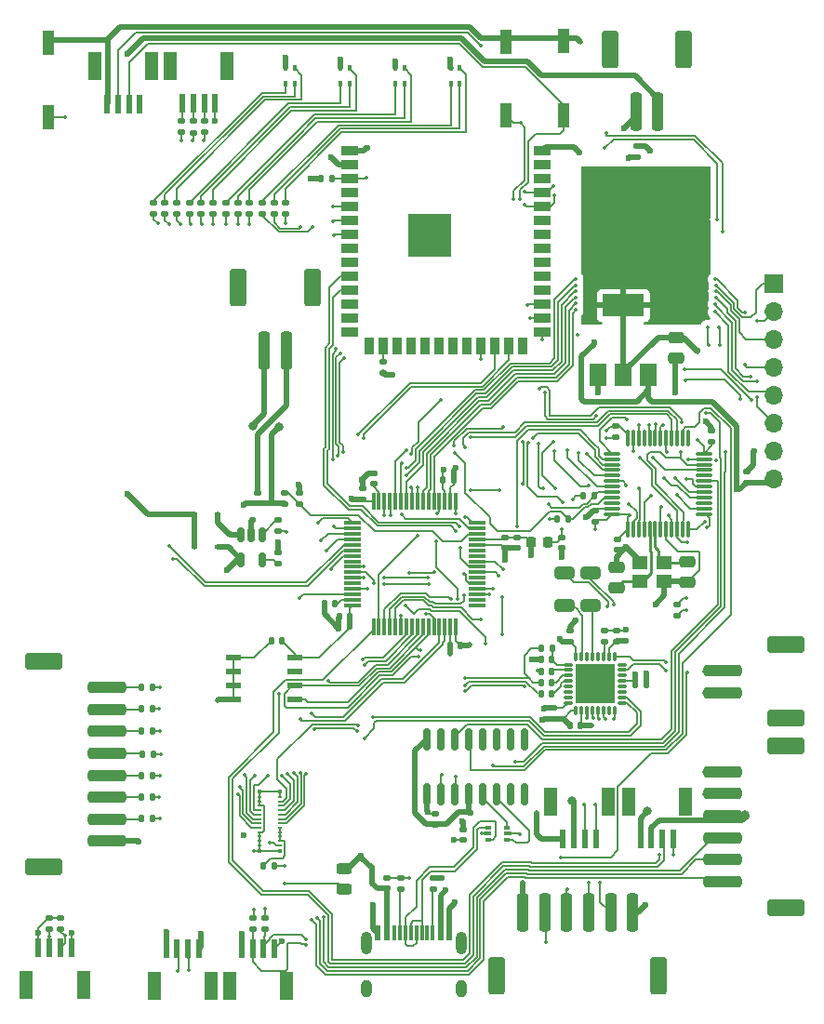
<source format=gbr>
%TF.GenerationSoftware,KiCad,Pcbnew,7.0.5*%
%TF.CreationDate,2023-09-20T09:45:38-07:00*%
%TF.ProjectId,EV9 Board Design,45563920-426f-4617-9264-204465736967,EV8*%
%TF.SameCoordinates,Original*%
%TF.FileFunction,Copper,L1,Top*%
%TF.FilePolarity,Positive*%
%FSLAX46Y46*%
G04 Gerber Fmt 4.6, Leading zero omitted, Abs format (unit mm)*
G04 Created by KiCad (PCBNEW 7.0.5) date 2023-09-20 09:45:38*
%MOMM*%
%LPD*%
G01*
G04 APERTURE LIST*
G04 Aperture macros list*
%AMRoundRect*
0 Rectangle with rounded corners*
0 $1 Rounding radius*
0 $2 $3 $4 $5 $6 $7 $8 $9 X,Y pos of 4 corners*
0 Add a 4 corners polygon primitive as box body*
4,1,4,$2,$3,$4,$5,$6,$7,$8,$9,$2,$3,0*
0 Add four circle primitives for the rounded corners*
1,1,$1+$1,$2,$3*
1,1,$1+$1,$4,$5*
1,1,$1+$1,$6,$7*
1,1,$1+$1,$8,$9*
0 Add four rect primitives between the rounded corners*
20,1,$1+$1,$2,$3,$4,$5,0*
20,1,$1+$1,$4,$5,$6,$7,0*
20,1,$1+$1,$6,$7,$8,$9,0*
20,1,$1+$1,$8,$9,$2,$3,0*%
G04 Aperture macros list end*
%TA.AperFunction,SMDPad,CuDef*%
%ADD10RoundRect,0.135000X-0.135000X-0.185000X0.135000X-0.185000X0.135000X0.185000X-0.135000X0.185000X0*%
%TD*%
%TA.AperFunction,SMDPad,CuDef*%
%ADD11RoundRect,0.140000X0.140000X0.170000X-0.140000X0.170000X-0.140000X-0.170000X0.140000X-0.170000X0*%
%TD*%
%TA.AperFunction,SMDPad,CuDef*%
%ADD12R,1.422400X0.533400*%
%TD*%
%TA.AperFunction,SMDPad,CuDef*%
%ADD13RoundRect,0.140000X-0.140000X-0.170000X0.140000X-0.170000X0.140000X0.170000X-0.140000X0.170000X0*%
%TD*%
%TA.AperFunction,SMDPad,CuDef*%
%ADD14R,0.600000X0.450000*%
%TD*%
%TA.AperFunction,SMDPad,CuDef*%
%ADD15RoundRect,0.075000X0.075000X-0.662500X0.075000X0.662500X-0.075000X0.662500X-0.075000X-0.662500X0*%
%TD*%
%TA.AperFunction,SMDPad,CuDef*%
%ADD16RoundRect,0.075000X0.662500X-0.075000X0.662500X0.075000X-0.662500X0.075000X-0.662500X-0.075000X0*%
%TD*%
%TA.AperFunction,SMDPad,CuDef*%
%ADD17RoundRect,0.140000X0.170000X-0.140000X0.170000X0.140000X-0.170000X0.140000X-0.170000X-0.140000X0*%
%TD*%
%TA.AperFunction,SMDPad,CuDef*%
%ADD18RoundRect,0.250000X-0.475000X0.250000X-0.475000X-0.250000X0.475000X-0.250000X0.475000X0.250000X0*%
%TD*%
%TA.AperFunction,SMDPad,CuDef*%
%ADD19RoundRect,0.135000X-0.185000X0.135000X-0.185000X-0.135000X0.185000X-0.135000X0.185000X0.135000X0*%
%TD*%
%TA.AperFunction,SMDPad,CuDef*%
%ADD20RoundRect,0.250000X1.500000X-0.250000X1.500000X0.250000X-1.500000X0.250000X-1.500000X-0.250000X0*%
%TD*%
%TA.AperFunction,SMDPad,CuDef*%
%ADD21RoundRect,0.250001X1.449999X-0.499999X1.449999X0.499999X-1.449999X0.499999X-1.449999X-0.499999X0*%
%TD*%
%TA.AperFunction,SMDPad,CuDef*%
%ADD22R,0.400000X0.410000*%
%TD*%
%TA.AperFunction,SMDPad,CuDef*%
%ADD23R,0.400000X0.200000*%
%TD*%
%TA.AperFunction,SMDPad,CuDef*%
%ADD24RoundRect,0.075000X0.700000X0.075000X-0.700000X0.075000X-0.700000X-0.075000X0.700000X-0.075000X0*%
%TD*%
%TA.AperFunction,SMDPad,CuDef*%
%ADD25RoundRect,0.075000X0.075000X0.700000X-0.075000X0.700000X-0.075000X-0.700000X0.075000X-0.700000X0*%
%TD*%
%TA.AperFunction,SMDPad,CuDef*%
%ADD26R,0.500000X1.700000*%
%TD*%
%TA.AperFunction,SMDPad,CuDef*%
%ADD27R,1.200000X2.500000*%
%TD*%
%TA.AperFunction,SMDPad,CuDef*%
%ADD28RoundRect,0.218750X-0.218750X-0.256250X0.218750X-0.256250X0.218750X0.256250X-0.218750X0.256250X0*%
%TD*%
%TA.AperFunction,SMDPad,CuDef*%
%ADD29RoundRect,0.135000X0.185000X-0.135000X0.185000X0.135000X-0.185000X0.135000X-0.185000X-0.135000X0*%
%TD*%
%TA.AperFunction,SMDPad,CuDef*%
%ADD30RoundRect,0.135000X0.135000X0.185000X-0.135000X0.185000X-0.135000X-0.185000X0.135000X-0.185000X0*%
%TD*%
%TA.AperFunction,ComponentPad*%
%ADD31R,1.700000X1.700000*%
%TD*%
%TA.AperFunction,ComponentPad*%
%ADD32O,1.700000X1.700000*%
%TD*%
%TA.AperFunction,SMDPad,CuDef*%
%ADD33RoundRect,0.140000X-0.170000X0.140000X-0.170000X-0.140000X0.170000X-0.140000X0.170000X0.140000X0*%
%TD*%
%TA.AperFunction,SMDPad,CuDef*%
%ADD34RoundRect,0.250000X0.650000X-0.325000X0.650000X0.325000X-0.650000X0.325000X-0.650000X-0.325000X0*%
%TD*%
%TA.AperFunction,SMDPad,CuDef*%
%ADD35RoundRect,0.243750X0.456250X-0.243750X0.456250X0.243750X-0.456250X0.243750X-0.456250X-0.243750X0*%
%TD*%
%TA.AperFunction,SMDPad,CuDef*%
%ADD36RoundRect,0.250000X0.250000X1.500000X-0.250000X1.500000X-0.250000X-1.500000X0.250000X-1.500000X0*%
%TD*%
%TA.AperFunction,SMDPad,CuDef*%
%ADD37RoundRect,0.250001X0.499999X1.449999X-0.499999X1.449999X-0.499999X-1.449999X0.499999X-1.449999X0*%
%TD*%
%TA.AperFunction,SMDPad,CuDef*%
%ADD38R,1.120000X2.160000*%
%TD*%
%TA.AperFunction,SMDPad,CuDef*%
%ADD39RoundRect,0.007500X-0.372500X-0.117500X0.372500X-0.117500X0.372500X0.117500X-0.372500X0.117500X0*%
%TD*%
%TA.AperFunction,SMDPad,CuDef*%
%ADD40RoundRect,0.007500X0.117500X-0.372500X0.117500X0.372500X-0.117500X0.372500X-0.117500X-0.372500X0*%
%TD*%
%TA.AperFunction,SMDPad,CuDef*%
%ADD41R,3.650000X3.650000*%
%TD*%
%TA.AperFunction,SMDPad,CuDef*%
%ADD42RoundRect,0.250000X0.475000X-0.250000X0.475000X0.250000X-0.475000X0.250000X-0.475000X-0.250000X0*%
%TD*%
%TA.AperFunction,SMDPad,CuDef*%
%ADD43R,0.400000X0.600000*%
%TD*%
%TA.AperFunction,SMDPad,CuDef*%
%ADD44RoundRect,0.150000X0.150000X-0.825000X0.150000X0.825000X-0.150000X0.825000X-0.150000X-0.825000X0*%
%TD*%
%TA.AperFunction,SMDPad,CuDef*%
%ADD45R,1.500000X2.000000*%
%TD*%
%TA.AperFunction,SMDPad,CuDef*%
%ADD46R,3.800000X2.000000*%
%TD*%
%TA.AperFunction,SMDPad,CuDef*%
%ADD47R,1.500000X0.900000*%
%TD*%
%TA.AperFunction,SMDPad,CuDef*%
%ADD48R,0.900000X1.500000*%
%TD*%
%TA.AperFunction,ComponentPad*%
%ADD49C,0.500000*%
%TD*%
%TA.AperFunction,SMDPad,CuDef*%
%ADD50R,3.900000X3.900000*%
%TD*%
%TA.AperFunction,SMDPad,CuDef*%
%ADD51RoundRect,0.250000X-0.250000X-1.500000X0.250000X-1.500000X0.250000X1.500000X-0.250000X1.500000X0*%
%TD*%
%TA.AperFunction,SMDPad,CuDef*%
%ADD52RoundRect,0.250001X-0.499999X-1.449999X0.499999X-1.449999X0.499999X1.449999X-0.499999X1.449999X0*%
%TD*%
%TA.AperFunction,SMDPad,CuDef*%
%ADD53RoundRect,0.250000X-1.500000X0.250000X-1.500000X-0.250000X1.500000X-0.250000X1.500000X0.250000X0*%
%TD*%
%TA.AperFunction,SMDPad,CuDef*%
%ADD54RoundRect,0.250001X-1.449999X0.499999X-1.449999X-0.499999X1.449999X-0.499999X1.449999X0.499999X0*%
%TD*%
%TA.AperFunction,SMDPad,CuDef*%
%ADD55R,0.600000X1.450000*%
%TD*%
%TA.AperFunction,SMDPad,CuDef*%
%ADD56R,0.300000X1.450000*%
%TD*%
%TA.AperFunction,ComponentPad*%
%ADD57O,1.000000X2.100000*%
%TD*%
%TA.AperFunction,ComponentPad*%
%ADD58O,1.000000X1.600000*%
%TD*%
%TA.AperFunction,SMDPad,CuDef*%
%ADD59R,0.500000X0.375000*%
%TD*%
%TA.AperFunction,SMDPad,CuDef*%
%ADD60R,0.650000X0.300000*%
%TD*%
%TA.AperFunction,SMDPad,CuDef*%
%ADD61RoundRect,0.150000X-0.150000X0.512500X-0.150000X-0.512500X0.150000X-0.512500X0.150000X0.512500X0*%
%TD*%
%TA.AperFunction,SMDPad,CuDef*%
%ADD62R,1.400000X1.200000*%
%TD*%
%TA.AperFunction,ViaPad*%
%ADD63C,0.600000*%
%TD*%
%TA.AperFunction,ViaPad*%
%ADD64C,0.350000*%
%TD*%
%TA.AperFunction,ViaPad*%
%ADD65C,0.800000*%
%TD*%
%TA.AperFunction,Conductor*%
%ADD66C,0.127000*%
%TD*%
%TA.AperFunction,Conductor*%
%ADD67C,0.500000*%
%TD*%
%TA.AperFunction,Conductor*%
%ADD68C,0.200000*%
%TD*%
%TA.AperFunction,Conductor*%
%ADD69C,0.250000*%
%TD*%
G04 APERTURE END LIST*
D10*
%TO.P,R28,1*%
%TO.N,Net-(J10-Pin_4)*%
X125577500Y-122725000D03*
%TO.P,R28,2*%
%TO.N,/UI_DBG4*%
X126597500Y-122725000D03*
%TD*%
D11*
%TO.P,C13,1*%
%TO.N,+3.3V*%
X144467500Y-110225000D03*
%TO.P,C13,2*%
%TO.N,GND*%
X143507500Y-110225000D03*
%TD*%
D12*
%TO.P,CR1,1,E0*%
%TO.N,GND*%
X133893500Y-113970000D03*
%TO.P,CR1,2,E1*%
X133893500Y-115240000D03*
%TO.P,CR1,3,E2*%
X133893500Y-116510000D03*
%TO.P,CR1,4,VSS*%
X133893500Y-117780000D03*
%TO.P,CR1,5,SDA*%
%TO.N,/UI_SDA*%
X139481500Y-117780000D03*
%TO.P,CR1,6,SCL*%
%TO.N,/UI_SCL*%
X139481500Y-116510000D03*
%TO.P,CR1,7,\u002AWC*%
%TO.N,unconnected-(CR1-\u002AWC-Pad7)*%
X139481500Y-115240000D03*
%TO.P,CR1,8,VCC*%
%TO.N,+3.3V*%
X139481500Y-113970000D03*
%TD*%
D13*
%TO.P,C22,1*%
%TO.N,GND*%
X142157500Y-109025000D03*
%TO.P,C22,2*%
%TO.N,Net-(U1-VCAP_2)*%
X143117500Y-109025000D03*
%TD*%
D14*
%TO.P,D2,1,K*%
%TO.N,Net-(D10-K)*%
X130337500Y-100935000D03*
%TO.P,D2,2,A*%
%TO.N,+BATT*%
X132437500Y-100935000D03*
%TD*%
D15*
%TO.P,U5,1,VDD*%
%TO.N,+3.3V*%
X169787500Y-102287500D03*
%TO.P,U5,2,PC13*%
%TO.N,/BTN_RST*%
X170287500Y-102287500D03*
%TO.P,U5,3,PC14*%
%TO.N,/BTN_UI*%
X170787500Y-102287500D03*
%TO.P,U5,4,PC15*%
%TO.N,/BTN_NET*%
X171287500Y-102287500D03*
%TO.P,U5,5,PF0*%
%TO.N,/RCC_OSC_IN*%
X171787500Y-102287500D03*
%TO.P,U5,6,PF1*%
%TO.N,/RCC_OSC_OUT*%
X172287500Y-102287500D03*
%TO.P,U5,7,NRST*%
%TO.N,/MGMT_NRST*%
X172787500Y-102287500D03*
%TO.P,U5,8,VSSA*%
%TO.N,GND*%
X173287500Y-102287500D03*
%TO.P,U5,9,VDDA*%
%TO.N,+3.3V*%
X173787500Y-102287500D03*
%TO.P,U5,10,PA0*%
%TO.N,/UI_STAT*%
X174287500Y-102287500D03*
%TO.P,U5,11,PA1*%
%TO.N,/NET_STAT*%
X174787500Y-102287500D03*
%TO.P,U5,12,PA2*%
%TO.N,/UI_RX1_MGMT*%
X175287500Y-102287500D03*
D16*
%TO.P,U5,13,PA3*%
%TO.N,/UI_TX1_MGMT*%
X176700000Y-100875000D03*
%TO.P,U5,14,PA4*%
%TO.N,/LEDB_R*%
X176700000Y-100375000D03*
%TO.P,U5,15,PA5*%
%TO.N,unconnected-(U5-PA5-Pad15)*%
X176700000Y-99875000D03*
%TO.P,U5,16,PA6*%
%TO.N,/LEDA_R*%
X176700000Y-99375000D03*
%TO.P,U5,17,PA7*%
%TO.N,/LEDA_G*%
X176700000Y-98875000D03*
%TO.P,U5,18,PB0*%
%TO.N,/LEDA_B*%
X176700000Y-98375000D03*
%TO.P,U5,19,PB1*%
%TO.N,/USB_RTS*%
X176700000Y-97875000D03*
%TO.P,U5,20,PB2*%
%TO.N,unconnected-(U5-PB2-Pad20)*%
X176700000Y-97375000D03*
%TO.P,U5,21,PB10*%
%TO.N,/UI_STAT*%
X176700000Y-96875000D03*
%TO.P,U5,22,PB11*%
%TO.N,/NET_STAT*%
X176700000Y-96375000D03*
%TO.P,U5,23,VSS*%
%TO.N,GND*%
X176700000Y-95875000D03*
%TO.P,U5,24,VDD*%
%TO.N,+3.3V*%
X176700000Y-95375000D03*
D15*
%TO.P,U5,25,PB12*%
%TO.N,unconnected-(U5-PB12-Pad25)*%
X175287500Y-93962500D03*
%TO.P,U5,26,PB13*%
%TO.N,/USB_DTR*%
X174787500Y-93962500D03*
%TO.P,U5,27,PB14*%
%TO.N,/LEDB_G*%
X174287500Y-93962500D03*
%TO.P,U5,28,PB15*%
%TO.N,/LEDB_B*%
X173787500Y-93962500D03*
%TO.P,U5,29,PA8*%
%TO.N,/MCLK*%
X173287500Y-93962500D03*
%TO.P,U5,30,PA9*%
%TO.N,/USB_RX1_MGMT*%
X172787500Y-93962500D03*
%TO.P,U5,31,PA10*%
%TO.N,/USB_TX1_MGMT*%
X172287500Y-93962500D03*
%TO.P,U5,32,PA11*%
%TO.N,/MGMT_DBG7*%
X171787500Y-93962500D03*
%TO.P,U5,33,PA12*%
%TO.N,unconnected-(U5-PA12-Pad33)*%
X171287500Y-93962500D03*
%TO.P,U5,34,PA13*%
%TO.N,/MGMT_SWDIO*%
X170787500Y-93962500D03*
%TO.P,U5,35,PF6*%
%TO.N,GND*%
X170287500Y-93962500D03*
%TO.P,U5,36,PF7*%
%TO.N,+3.3V*%
X169787500Y-93962500D03*
D16*
%TO.P,U5,37,PA14*%
%TO.N,/MGMT_SWCLK*%
X168375000Y-95375000D03*
%TO.P,U5,38,PA15*%
%TO.N,/UI_RST*%
X168375000Y-95875000D03*
%TO.P,U5,39,PB3*%
%TO.N,/UI_BOOT*%
X168375000Y-96375000D03*
%TO.P,U5,40,PB4*%
%TO.N,/NET_RST*%
X168375000Y-96875000D03*
%TO.P,U5,41,PB5*%
%TO.N,/NET_BOOT*%
X168375000Y-97375000D03*
%TO.P,U5,42,PB6*%
%TO.N,/NET_RX0_MGMT*%
X168375000Y-97875000D03*
%TO.P,U5,43,PB7*%
%TO.N,/NET_TX0_MGMT*%
X168375000Y-98375000D03*
%TO.P,U5,44,BOOT0*%
%TO.N,/MGMT_BOOT*%
X168375000Y-98875000D03*
%TO.P,U5,45,PB8*%
%TO.N,/BOOT1*%
X168375000Y-99375000D03*
%TO.P,U5,46,PB9*%
%TO.N,unconnected-(U5-PB9-Pad46)*%
X168375000Y-99875000D03*
%TO.P,U5,47,VSS*%
%TO.N,GND*%
X168375000Y-100375000D03*
%TO.P,U5,48,VDD*%
%TO.N,+3.3V*%
X168375000Y-100875000D03*
%TD*%
D11*
%TO.P,C33,1*%
%TO.N,+3.3V*%
X138287500Y-112435000D03*
%TO.P,C33,2*%
%TO.N,GND*%
X137327500Y-112435000D03*
%TD*%
D17*
%TO.P,C14,1*%
%TO.N,+3.3V*%
X145637500Y-99505000D03*
%TO.P,C14,2*%
%TO.N,GND*%
X145637500Y-98545000D03*
%TD*%
D18*
%TO.P,C4,1*%
%TO.N,GND*%
X168737500Y-105725000D03*
%TO.P,C4,2*%
%TO.N,/RCC_OSC_IN*%
X168737500Y-107625000D03*
%TD*%
D17*
%TO.P,C3,1*%
%TO.N,+3.3VA*%
X168737500Y-112455000D03*
%TO.P,C3,2*%
%TO.N,GND*%
X168737500Y-111495000D03*
%TD*%
D19*
%TO.P,R3,1*%
%TO.N,GND*%
X149137500Y-134010000D03*
%TO.P,R3,2*%
%TO.N,Net-(J9-CC1)*%
X149137500Y-135030000D03*
%TD*%
D10*
%TO.P,R5,1*%
%TO.N,+3.3V*%
X163380000Y-101360000D03*
%TO.P,R5,2*%
%TO.N,/BOOT1*%
X164400000Y-101360000D03*
%TD*%
D17*
%TO.P,C19,1*%
%TO.N,+BATT*%
X136087500Y-99885000D03*
%TO.P,C19,2*%
%TO.N,GND*%
X136087500Y-98925000D03*
%TD*%
D19*
%TO.P,R38,1*%
%TO.N,/BATTERY_MON*%
X138587500Y-98925000D03*
%TO.P,R38,2*%
%TO.N,+BATT*%
X138587500Y-99945000D03*
%TD*%
D20*
%TO.P,J8,1,Pin_1*%
%TO.N,/MIC_P*%
X178437500Y-134325000D03*
%TO.P,J8,2,Pin_2*%
%TO.N,/MIC_N*%
X178437500Y-132325000D03*
%TO.P,J8,3,Pin_3*%
%TO.N,/IN_3*%
X178437500Y-130325000D03*
%TO.P,J8,4,Pin_4*%
%TO.N,GND*%
X178437500Y-128325000D03*
%TO.P,J8,5,Pin_5*%
%TO.N,/HP_L*%
X178437500Y-126325000D03*
%TO.P,J8,6,Pin_6*%
%TO.N,/HP_R*%
X178437500Y-124325000D03*
D21*
%TO.P,J8,MP*%
%TO.N,N/C*%
X184187500Y-136675000D03*
X184187500Y-121975000D03*
%TD*%
D22*
%TO.P,U13,1*%
%TO.N,GND*%
X136227500Y-131540000D03*
D23*
%TO.P,U13,2*%
X136227500Y-131035000D03*
%TO.P,U13,3*%
X136227500Y-130635000D03*
%TO.P,U13,4*%
X136227500Y-130232924D03*
%TO.P,U13,5*%
X136227500Y-129835000D03*
%TO.P,U13,6*%
%TO.N,/KB_ROW1*%
X136227500Y-129435000D03*
%TO.P,U13,7*%
%TO.N,/KB_COL1*%
X136227500Y-129035000D03*
%TO.P,U13,8*%
%TO.N,/KB_ROW2*%
X136227500Y-128635000D03*
%TO.P,U13,9*%
%TO.N,/KB_COL2*%
X136227500Y-128235000D03*
%TO.P,U13,10*%
%TO.N,/KB_COL3*%
X136227500Y-127835000D03*
%TO.P,U13,11*%
%TO.N,GND*%
X136227500Y-127435000D03*
%TO.P,U13,12*%
X136227500Y-127035000D03*
%TO.P,U13,13*%
X136227500Y-126635000D03*
D22*
%TO.P,U13,14*%
X136227500Y-126130000D03*
%TO.P,U13,15*%
X138107500Y-126130000D03*
D23*
%TO.P,U13,16*%
X138107500Y-126635000D03*
%TO.P,U13,17*%
%TO.N,/KB_COL4*%
X138107500Y-127035000D03*
%TO.P,U13,18*%
%TO.N,/KB_ROW3*%
X138107500Y-127435000D03*
%TO.P,U13,19*%
%TO.N,/KB_COL5*%
X138107500Y-127835000D03*
%TO.P,U13,20*%
%TO.N,/KB_ROW4*%
X138107500Y-128235000D03*
%TO.P,U13,21*%
%TO.N,/KB_ROW5*%
X138107500Y-128635000D03*
%TO.P,U13,22*%
%TO.N,/KB_ROW6*%
X138107500Y-129035000D03*
%TO.P,U13,23*%
%TO.N,/KB_LED*%
X138107500Y-129435000D03*
%TO.P,U13,24*%
X138107500Y-129835000D03*
%TO.P,U13,25*%
X138107500Y-130232924D03*
%TO.P,U13,26*%
X138107500Y-130635000D03*
%TO.P,U13,27*%
%TO.N,/KB_ROW7*%
X138107500Y-131035000D03*
D22*
%TO.P,U13,28*%
%TO.N,GND*%
X138107500Y-131540000D03*
%TD*%
D24*
%TO.P,U1,1,VBAT*%
%TO.N,unconnected-(U1-VBAT-Pad1)*%
X156062500Y-109175000D03*
%TO.P,U1,2,PC13*%
%TO.N,unconnected-(U1-PC13-Pad2)*%
X156062500Y-108675000D03*
%TO.P,U1,3,PC14*%
%TO.N,/KB_COL3*%
X156062500Y-108175000D03*
%TO.P,U1,4,PC15*%
%TO.N,/KB_COL4*%
X156062500Y-107675000D03*
%TO.P,U1,5,PH0*%
%TO.N,/MCLK*%
X156062500Y-107175000D03*
%TO.P,U1,6,PH1*%
%TO.N,unconnected-(U1-PH1-Pad6)*%
X156062500Y-106675000D03*
%TO.P,U1,7,NRST*%
%TO.N,/UI_RST*%
X156062500Y-106175000D03*
%TO.P,U1,8,PC0*%
%TO.N,/UI_LED_G*%
X156062500Y-105675000D03*
%TO.P,U1,9,PC1*%
%TO.N,/UI_LED_R*%
X156062500Y-105175000D03*
%TO.P,U1,10,PC2*%
%TO.N,unconnected-(U1-PC2-Pad10)*%
X156062500Y-104675000D03*
%TO.P,U1,11,PC3*%
%TO.N,unconnected-(U1-PC3-Pad11)*%
X156062500Y-104175000D03*
%TO.P,U1,12,VSSA*%
%TO.N,GND*%
X156062500Y-103675000D03*
%TO.P,U1,13,VDDA*%
%TO.N,+3.3VA*%
X156062500Y-103175000D03*
%TO.P,U1,14,PA0*%
%TO.N,/BATTERY_MON*%
X156062500Y-102675000D03*
%TO.P,U1,15,PA1*%
%TO.N,/DISP_CS*%
X156062500Y-102175000D03*
%TO.P,U1,16,PA2*%
%TO.N,/UI_TX1_NET*%
X156062500Y-101675000D03*
D25*
%TO.P,U1,17,PA3*%
%TO.N,/UI_RX1_NET*%
X154137500Y-99750000D03*
%TO.P,U1,18,VSS*%
%TO.N,GND*%
X153637500Y-99750000D03*
%TO.P,U1,19,VDD*%
%TO.N,+3.3V*%
X153137500Y-99750000D03*
%TO.P,U1,20,PA4*%
%TO.N,/I2S_DACLRC*%
X152637500Y-99750000D03*
%TO.P,U1,21,PA5*%
%TO.N,/DISP_SPI_SCK*%
X152137500Y-99750000D03*
%TO.P,U1,22,PA6*%
%TO.N,/DISP_RSTR*%
X151637500Y-99750000D03*
%TO.P,U1,23,PA7*%
%TO.N,/DISP_SPI_MOSI*%
X151137500Y-99750000D03*
%TO.P,U1,24,PC4*%
%TO.N,/UI_DBG1*%
X150637500Y-99750000D03*
%TO.P,U1,25,PC5*%
%TO.N,/UI_DBG2*%
X150137500Y-99750000D03*
%TO.P,U1,26,PB0*%
%TO.N,/DISP_DC*%
X149637500Y-99750000D03*
%TO.P,U1,27,PB1*%
%TO.N,/KB_MIC*%
X149137500Y-99750000D03*
%TO.P,U1,28,PB2*%
%TO.N,/BOOT1*%
X148637500Y-99750000D03*
%TO.P,U1,29,PB10*%
%TO.N,/UI_TX3*%
X148137500Y-99750000D03*
%TO.P,U1,30,PB11*%
%TO.N,/UI_RX3*%
X147637500Y-99750000D03*
%TO.P,U1,31,VCAP_1*%
%TO.N,Net-(U1-VCAP_1)*%
X147137500Y-99750000D03*
%TO.P,U1,32,VDD*%
%TO.N,+3.3V*%
X146637500Y-99750000D03*
D24*
%TO.P,U1,33,PB12*%
%TO.N,/KB_ROW1*%
X144712500Y-101675000D03*
%TO.P,U1,34,PB13*%
%TO.N,/KB_ROW2*%
X144712500Y-102175000D03*
%TO.P,U1,35,PB14*%
%TO.N,/KB_ROW3*%
X144712500Y-102675000D03*
%TO.P,U1,36,PB15*%
%TO.N,/KB_ROW4*%
X144712500Y-103175000D03*
%TO.P,U1,37,PC6*%
%TO.N,/UI_DBG3*%
X144712500Y-103675000D03*
%TO.P,U1,38,PC7*%
%TO.N,/UI_DBG4*%
X144712500Y-104175000D03*
%TO.P,U1,39,PC8*%
%TO.N,/KB_ROW5*%
X144712500Y-104675000D03*
%TO.P,U1,40,PC9*%
%TO.N,unconnected-(U1-PC9-Pad40)*%
X144712500Y-105175000D03*
%TO.P,U1,41,PA8*%
%TO.N,/UI_STAT*%
X144712500Y-105675000D03*
%TO.P,U1,42,PA9*%
%TO.N,/UI_TX1_MGMT*%
X144712500Y-106175000D03*
%TO.P,U1,43,PA10*%
%TO.N,/UI_RX1_MGMT*%
X144712500Y-106675000D03*
%TO.P,U1,44,PA11*%
%TO.N,unconnected-(U1-PA11-Pad44)*%
X144712500Y-107175000D03*
%TO.P,U1,45,PA12*%
%TO.N,Net-(U1-PA12)*%
X144712500Y-107675000D03*
%TO.P,U1,46,PA13*%
%TO.N,/UI_SWDIO*%
X144712500Y-108175000D03*
%TO.P,U1,47,VCAP_2*%
%TO.N,Net-(U1-VCAP_2)*%
X144712500Y-108675000D03*
%TO.P,U1,48,VDD*%
%TO.N,+3.3V*%
X144712500Y-109175000D03*
D25*
%TO.P,U1,49,PA14*%
%TO.N,/UI_SWDCLK*%
X146637500Y-111100000D03*
%TO.P,U1,50,PA15*%
%TO.N,/DISP_BL*%
X147137500Y-111100000D03*
%TO.P,U1,51,PC10*%
%TO.N,/I2S_BCLK*%
X147637500Y-111100000D03*
%TO.P,U1,52,PC11*%
%TO.N,/I2S_ADCDAT*%
X148137500Y-111100000D03*
%TO.P,U1,53,PC12*%
%TO.N,/I2S_DACDAT*%
X148637500Y-111100000D03*
%TO.P,U1,54,PD2*%
%TO.N,/UI_LED_B*%
X149137500Y-111100000D03*
%TO.P,U1,55,PB3*%
%TO.N,/KB_ROW6*%
X149637500Y-111100000D03*
%TO.P,U1,56,PB4*%
%TO.N,/KB_ROW7*%
X150137500Y-111100000D03*
%TO.P,U1,57,PB5*%
%TO.N,/KB_COL5*%
X150637500Y-111100000D03*
%TO.P,U1,58,PB6*%
%TO.N,/UI_SCL*%
X151137500Y-111100000D03*
%TO.P,U1,59,PB7*%
%TO.N,/UI_SDA*%
X151637500Y-111100000D03*
%TO.P,U1,60,BOOT0*%
%TO.N,/UI_BOOT*%
X152137500Y-111100000D03*
%TO.P,U1,61,PB8*%
%TO.N,/KB_COL2*%
X152637500Y-111100000D03*
%TO.P,U1,62,PB9*%
%TO.N,/KB_COL1*%
X153137500Y-111100000D03*
%TO.P,U1,63,VSS*%
%TO.N,GND*%
X153637500Y-111100000D03*
%TO.P,U1,64,VDD*%
%TO.N,+3.3V*%
X154137500Y-111100000D03*
%TD*%
D17*
%TO.P,C16,1*%
%TO.N,GND*%
X163037500Y-119505000D03*
%TO.P,C16,2*%
%TO.N,+3.3V*%
X163037500Y-118545000D03*
%TD*%
D26*
%TO.P,J13,1,Pin_1*%
%TO.N,/BTN_RST*%
X125367500Y-63525000D03*
%TO.P,J13,2,Pin_2*%
%TO.N,/BTN_UI*%
X124367500Y-63525000D03*
%TO.P,J13,3,Pin_3*%
%TO.N,/BTN_NET*%
X123367500Y-63525000D03*
%TO.P,J13,4,Pin_4*%
%TO.N,GND*%
X122367500Y-63525000D03*
D27*
%TO.P,J13,5*%
%TO.N,N/C*%
X126467500Y-60125000D03*
%TO.P,J13,6*%
X121267500Y-60125000D03*
%TD*%
D28*
%TO.P,120R1,1*%
%TO.N,+3.3VA*%
X160950000Y-103425000D03*
%TO.P,120R1,2*%
%TO.N,+3.3V*%
X162525000Y-103425000D03*
%TD*%
D29*
%TO.P,R17,1*%
%TO.N,/NET_LED_G*%
X137587500Y-73535000D03*
%TO.P,R17,2*%
%TO.N,Net-(D4-GK)*%
X137587500Y-72515000D03*
%TD*%
D19*
%TO.P,R13,1*%
%TO.N,Net-(D3-BK)*%
X128687500Y-72515000D03*
%TO.P,R13,2*%
%TO.N,/LEDB_B*%
X128687500Y-73535000D03*
%TD*%
D17*
%TO.P,C20,1*%
%TO.N,/VIN*%
X180587500Y-98005000D03*
%TO.P,C20,2*%
%TO.N,GND*%
X180587500Y-97045000D03*
%TD*%
D10*
%TO.P,R30,1*%
%TO.N,Net-(J10-Pin_5)*%
X125477500Y-124725000D03*
%TO.P,R30,2*%
%TO.N,/NET_DBG5*%
X126497500Y-124725000D03*
%TD*%
D30*
%TO.P,R4,1*%
%TO.N,/NET_RST*%
X142907500Y-70325000D03*
%TO.P,R4,2*%
%TO.N,GND*%
X141887500Y-70325000D03*
%TD*%
D19*
%TO.P,R39,1*%
%TO.N,GND*%
X139937500Y-98915000D03*
%TO.P,R39,2*%
%TO.N,/BATTERY_MON*%
X139937500Y-99935000D03*
%TD*%
%TO.P,R21,1*%
%TO.N,+3.3V*%
X118107500Y-137660000D03*
%TO.P,R21,2*%
%TO.N,/NET_SCL*%
X118107500Y-138680000D03*
%TD*%
D17*
%TO.P,C5,1*%
%TO.N,/VIN*%
X154787500Y-130555000D03*
%TO.P,C5,2*%
%TO.N,GND*%
X154787500Y-129595000D03*
%TD*%
D31*
%TO.P,J4,1,Pin_1*%
%TO.N,/DISP_BL*%
X183087500Y-79885000D03*
D32*
%TO.P,J4,2,Pin_2*%
%TO.N,/DISP_RSTR*%
X183087500Y-82425000D03*
%TO.P,J4,3,Pin_3*%
%TO.N,/DISP_DC*%
X183087500Y-84965000D03*
%TO.P,J4,4,Pin_4*%
%TO.N,/DISP_CS*%
X183087500Y-87505000D03*
%TO.P,J4,5,Pin_5*%
%TO.N,/DISP_SPI_SCK*%
X183087500Y-90045000D03*
%TO.P,J4,6,Pin_6*%
%TO.N,/DISP_SPI_MOSI*%
X183087500Y-92585000D03*
%TO.P,J4,7,Pin_7*%
%TO.N,GND*%
X183087500Y-95125000D03*
%TO.P,J4,8,Pin_8*%
%TO.N,/VIN*%
X183087500Y-97665000D03*
%TD*%
D33*
%TO.P,C8,1*%
%TO.N,+3.3VA*%
X158587500Y-102995000D03*
%TO.P,C8,2*%
%TO.N,GND*%
X158587500Y-103955000D03*
%TD*%
D19*
%TO.P,R12,1*%
%TO.N,Net-(D18-RK)*%
X133237500Y-72515000D03*
%TO.P,R12,2*%
%TO.N,/LEDA_R*%
X133237500Y-73535000D03*
%TD*%
%TO.P,R11,1*%
%TO.N,Net-(D18-GK)*%
X134287500Y-72515000D03*
%TO.P,R11,2*%
%TO.N,/LEDA_G*%
X134287500Y-73535000D03*
%TD*%
D33*
%TO.P,C21,1*%
%TO.N,GND*%
X146687500Y-97145000D03*
%TO.P,C21,2*%
%TO.N,Net-(U1-VCAP_1)*%
X146687500Y-98105000D03*
%TD*%
D19*
%TO.P,R6,1*%
%TO.N,Net-(D18-BK)*%
X135337500Y-72515000D03*
%TO.P,R6,2*%
%TO.N,/LEDA_B*%
X135337500Y-73535000D03*
%TD*%
D26*
%TO.P,J14,1,Pin_1*%
%TO.N,+3.3V*%
X132237500Y-63505000D03*
%TO.P,J14,2,Pin_2*%
%TO.N,Net-(J14-Pin_2)*%
X131237500Y-63505000D03*
%TO.P,J14,3,Pin_3*%
%TO.N,Net-(J14-Pin_3)*%
X130237500Y-63505000D03*
%TO.P,J14,4,Pin_4*%
%TO.N,Net-(J14-Pin_4)*%
X129237500Y-63505000D03*
D27*
%TO.P,J14,5*%
%TO.N,N/C*%
X133337500Y-60105000D03*
%TO.P,J14,6*%
X128137500Y-60105000D03*
%TD*%
D29*
%TO.P,R16,1*%
%TO.N,/NET_LED_B*%
X138637500Y-73535000D03*
%TO.P,R16,2*%
%TO.N,Net-(D4-BK)*%
X138637500Y-72515000D03*
%TD*%
D20*
%TO.P,J2,1,Pin_1*%
%TO.N,/SPK_LN*%
X178437500Y-117125000D03*
%TO.P,J2,2,Pin_2*%
%TO.N,/SPK_LP*%
X178437500Y-115125000D03*
D21*
%TO.P,J2,MP*%
%TO.N,N/C*%
X184187500Y-119475000D03*
X184187500Y-112775000D03*
%TD*%
D19*
%TO.P,R35,1*%
%TO.N,Net-(J14-Pin_4)*%
X129147500Y-65115000D03*
%TO.P,R35,2*%
%TO.N,/UI_LED_R*%
X129147500Y-66135000D03*
%TD*%
D18*
%TO.P,C2,1*%
%TO.N,+3.3V*%
X174200000Y-84780000D03*
%TO.P,C2,2*%
%TO.N,GND*%
X174200000Y-86680000D03*
%TD*%
D34*
%TO.P,C29,1*%
%TO.N,Net-(U6-HP_R)*%
X166437500Y-109180000D03*
%TO.P,C29,2*%
%TO.N,/HP_R*%
X166437500Y-106230000D03*
%TD*%
D13*
%TO.P,C27,1*%
%TO.N,/MIC_N*%
X161907500Y-117275000D03*
%TO.P,C27,2*%
%TO.N,Net-(U6-LINPUT1)*%
X162867500Y-117275000D03*
%TD*%
D33*
%TO.P,C10,1*%
%TO.N,+3.3V*%
X163787500Y-102995000D03*
%TO.P,C10,2*%
%TO.N,GND*%
X163787500Y-103955000D03*
%TD*%
D29*
%TO.P,R24,1*%
%TO.N,/UI_LED_G*%
X130937500Y-73535000D03*
%TO.P,R24,2*%
%TO.N,Net-(D5-GK)*%
X130937500Y-72515000D03*
%TD*%
D10*
%TO.P,R19,1*%
%TO.N,GND*%
X165727500Y-99205000D03*
%TO.P,R19,2*%
%TO.N,/MGMT_BOOT*%
X166747500Y-99205000D03*
%TD*%
D29*
%TO.P,R1,1*%
%TO.N,+3.3V*%
X174250000Y-110110000D03*
%TO.P,R1,2*%
%TO.N,/MGMT_NRST*%
X174250000Y-109090000D03*
%TD*%
D11*
%TO.P,C12,1*%
%TO.N,+3.3V*%
X154567500Y-112825000D03*
%TO.P,C12,2*%
%TO.N,GND*%
X153607500Y-112825000D03*
%TD*%
D26*
%TO.P,J12,1,Pin_1*%
%TO.N,/UI_SWDIO*%
X173940000Y-130430000D03*
%TO.P,J12,2,Pin_2*%
%TO.N,/UI_SWDCLK*%
X172940000Y-130430000D03*
%TO.P,J12,3,Pin_3*%
%TO.N,GND*%
X171940000Y-130430000D03*
%TO.P,J12,4,Pin_4*%
%TO.N,+3.3V*%
X170940000Y-130430000D03*
D27*
%TO.P,J12,5*%
%TO.N,N/C*%
X175040000Y-127030000D03*
%TO.P,J12,6*%
X169840000Y-127030000D03*
%TD*%
D19*
%TO.P,R37,1*%
%TO.N,GND*%
X137937500Y-104365000D03*
%TO.P,R37,2*%
%TO.N,Net-(U12-PROG)*%
X137937500Y-105385000D03*
%TD*%
D29*
%TO.P,R18,1*%
%TO.N,/NET_LED_R*%
X136537500Y-73535000D03*
%TO.P,R18,2*%
%TO.N,Net-(D4-RK)*%
X136537500Y-72515000D03*
%TD*%
D19*
%TO.P,R2,1*%
%TO.N,GND*%
X152087500Y-134015000D03*
%TO.P,R2,2*%
%TO.N,Net-(J9-CC2)*%
X152087500Y-135035000D03*
%TD*%
D17*
%TO.P,C25,1*%
%TO.N,+3.3V*%
X177437500Y-94255000D03*
%TO.P,C25,2*%
%TO.N,GND*%
X177437500Y-93295000D03*
%TD*%
%TO.P,C1,1*%
%TO.N,VBUS*%
X147870000Y-134970000D03*
%TO.P,C1,2*%
%TO.N,GND*%
X147870000Y-134010000D03*
%TD*%
D29*
%TO.P,R32,1*%
%TO.N,GND*%
X147487500Y-88035000D03*
%TO.P,R32,2*%
%TO.N,Net-(U11-IO46)*%
X147487500Y-87015000D03*
%TD*%
D14*
%TO.P,D10,1,K*%
%TO.N,Net-(D10-K)*%
X130337500Y-103865000D03*
%TO.P,D10,2,A*%
%TO.N,VBUS*%
X132437500Y-103865000D03*
%TD*%
D19*
%TO.P,R8,1*%
%TO.N,+3.3V*%
X135627500Y-137625000D03*
%TO.P,R8,2*%
%TO.N,/UI_SCL*%
X135627500Y-138645000D03*
%TD*%
D35*
%TO.P,D11,1,K*%
%TO.N,Net-(D11-K)*%
X143997500Y-135002500D03*
%TO.P,D11,2,A*%
%TO.N,VBUS*%
X143997500Y-133127500D03*
%TD*%
D36*
%TO.P,J15,1,Pin_1*%
%TO.N,Net-(D10-K)*%
X172537500Y-64275000D03*
%TO.P,J15,2,Pin_2*%
%TO.N,Net-(J15-Pin_2)*%
X170537500Y-64275000D03*
D37*
%TO.P,J15,MP*%
%TO.N,N/C*%
X174887500Y-58525000D03*
X168187500Y-58525000D03*
%TD*%
D13*
%TO.P,C15,1*%
%TO.N,GND*%
X164507500Y-120075000D03*
%TO.P,C15,2*%
%TO.N,+3.3V*%
X165467500Y-120075000D03*
%TD*%
D38*
%TO.P,SW3,1,1*%
%TO.N,/BTN_NET*%
X158687500Y-64590000D03*
%TO.P,SW3,2,2*%
%TO.N,GND*%
X158687500Y-57860000D03*
%TD*%
D19*
%TO.P,R15,1*%
%TO.N,Net-(D3-RK)*%
X126637500Y-72515000D03*
%TO.P,R15,2*%
%TO.N,/LEDB_R*%
X126637500Y-73535000D03*
%TD*%
D39*
%TO.P,U6,1,MICBIAS*%
%TO.N,Net-(U6-MICBIAS)*%
X164365000Y-114575000D03*
%TO.P,U6,2,LINPUT3*%
%TO.N,Net-(U6-LINPUT3)*%
X164365000Y-115075000D03*
%TO.P,U6,3,LINPUT2*%
%TO.N,Net-(U6-LINPUT2)*%
X164365000Y-115575000D03*
%TO.P,U6,4,LINPUT1*%
%TO.N,Net-(U6-LINPUT1)*%
X164365000Y-116075000D03*
%TO.P,U6,5,RINPUT1*%
%TO.N,unconnected-(U6-RINPUT1-Pad5)*%
X164365000Y-116575000D03*
%TO.P,U6,6,RINPUT2*%
%TO.N,unconnected-(U6-RINPUT2-Pad6)*%
X164365000Y-117075000D03*
%TO.P,U6,7,RINPUT3*%
%TO.N,unconnected-(U6-RINPUT3-Pad7)*%
X164365000Y-117575000D03*
%TO.P,U6,8,DCVDD*%
%TO.N,+3.3V*%
X164365000Y-118075000D03*
D40*
%TO.P,U6,9,DGND*%
%TO.N,GND*%
X165090000Y-118800000D03*
%TO.P,U6,10,DBVDD*%
%TO.N,+3.3V*%
X165590000Y-118800000D03*
%TO.P,U6,11,MCLK*%
%TO.N,/MCLK*%
X166090000Y-118800000D03*
%TO.P,U6,12,BCLK*%
%TO.N,/I2S_BCLK*%
X166590000Y-118800000D03*
%TO.P,U6,13,DACLRC*%
%TO.N,/I2S_DACLRC*%
X167090000Y-118800000D03*
%TO.P,U6,14,DACDAT*%
%TO.N,/I2S_DACDAT*%
X167590000Y-118800000D03*
%TO.P,U6,15,ADCLRC*%
%TO.N,unconnected-(U6-ADCLRC-Pad15)*%
X168090000Y-118800000D03*
%TO.P,U6,16,ADCDAT*%
%TO.N,/I2S_ADCDAT*%
X168590000Y-118800000D03*
D39*
%TO.P,U6,17,SCLK*%
%TO.N,/UI_SCL*%
X169315000Y-118075000D03*
%TO.P,U6,18,SDIN*%
%TO.N,/UI_SDA*%
X169315000Y-117575000D03*
%TO.P,U6,19,SPK_RN*%
%TO.N,unconnected-(U6-SPK_RN-Pad19)*%
X169315000Y-117075000D03*
%TO.P,U6,20,SPKGND2*%
%TO.N,unconnected-(U6-SPKGND2-Pad20)*%
X169315000Y-116575000D03*
%TO.P,U6,21,SPKVDD2*%
%TO.N,+3.3VA*%
X169315000Y-116075000D03*
%TO.P,U6,22,SPK_RP*%
%TO.N,unconnected-(U6-SPK_RP-Pad22)*%
X169315000Y-115575000D03*
%TO.P,U6,23,SPK_LN*%
%TO.N,/SPK_LN*%
X169315000Y-115075000D03*
%TO.P,U6,24,SPKGND1*%
%TO.N,unconnected-(U6-SPKGND1-Pad24)*%
X169315000Y-114575000D03*
D40*
%TO.P,U6,25,SPK_LP*%
%TO.N,/SPK_LP*%
X168590000Y-113850000D03*
%TO.P,U6,26,SPKVDD1*%
%TO.N,+3.3VA*%
X168090000Y-113850000D03*
%TO.P,U6,27,AMID*%
%TO.N,Net-(U6-AMID)*%
X167590000Y-113850000D03*
%TO.P,U6,28,AGND*%
%TO.N,unconnected-(U6-AGND-Pad28)*%
X167090000Y-113850000D03*
%TO.P,U6,29,HP_R*%
%TO.N,Net-(U6-HP_R)*%
X166590000Y-113850000D03*
%TO.P,U6,30,OUT3*%
%TO.N,unconnected-(U6-OUT3-Pad30)*%
X166090000Y-113850000D03*
%TO.P,U6,31,HP_L*%
%TO.N,Net-(U6-HP_L)*%
X165590000Y-113850000D03*
%TO.P,U6,32,AVDD*%
%TO.N,+3.3VA*%
X165090000Y-113850000D03*
D41*
%TO.P,U6,33,EP*%
%TO.N,unconnected-(U6-EP-Pad33)*%
X166840000Y-116325000D03*
%TD*%
D42*
%TO.P,C23,1*%
%TO.N,GND*%
X175187500Y-107075000D03*
%TO.P,C23,2*%
%TO.N,/RCC_OSC_OUT*%
X175187500Y-105175000D03*
%TD*%
D30*
%TO.P,R9,1*%
%TO.N,Net-(U6-MICBIAS)*%
X162897500Y-113075000D03*
%TO.P,R9,2*%
%TO.N,/MIC_P*%
X161877500Y-113075000D03*
%TD*%
D19*
%TO.P,R14,1*%
%TO.N,Net-(D3-GK)*%
X127662500Y-72515000D03*
%TO.P,R14,2*%
%TO.N,/LEDB_G*%
X127662500Y-73535000D03*
%TD*%
D34*
%TO.P,C30,1*%
%TO.N,Net-(U6-HP_L)*%
X164007500Y-109180000D03*
%TO.P,C30,2*%
%TO.N,/HP_L*%
X164007500Y-106230000D03*
%TD*%
D10*
%TO.P,R22,1*%
%TO.N,Net-(J10-Pin_1)*%
X125477500Y-116675000D03*
%TO.P,R22,2*%
%TO.N,/UI_DBG1*%
X126497500Y-116675000D03*
%TD*%
D43*
%TO.P,D4,1,RK*%
%TO.N,Net-(D4-RK)*%
X153662500Y-61695000D03*
%TO.P,D4,2,A*%
%TO.N,+3.3V*%
X153662500Y-60295000D03*
%TO.P,D4,3,BK*%
%TO.N,Net-(D4-BK)*%
X154462500Y-60295000D03*
%TO.P,D4,4,GK*%
%TO.N,Net-(D4-GK)*%
X154462500Y-61695000D03*
%TD*%
D19*
%TO.P,R36,1*%
%TO.N,Net-(U12-STAT)*%
X137987500Y-101435000D03*
%TO.P,R36,2*%
%TO.N,Net-(D11-K)*%
X137987500Y-102455000D03*
%TD*%
%TO.P,R34,1*%
%TO.N,Net-(J14-Pin_3)*%
X130217500Y-65125000D03*
%TO.P,R34,2*%
%TO.N,/UI_LED_G*%
X130217500Y-66145000D03*
%TD*%
D38*
%TO.P,SW1,1,1*%
%TO.N,/BTN_RST*%
X117067500Y-64740000D03*
%TO.P,SW1,2,2*%
%TO.N,GND*%
X117067500Y-58010000D03*
%TD*%
D44*
%TO.P,U3,1,GND*%
%TO.N,GND*%
X151492500Y-126370000D03*
%TO.P,U3,2,TXD*%
%TO.N,/USB_TX1_MGMT*%
X152762500Y-126370000D03*
%TO.P,U3,3,RXD*%
%TO.N,/USB_RX1_MGMT*%
X154032500Y-126370000D03*
%TO.P,U3,4,V3*%
%TO.N,+3.3V*%
X155302500Y-126370000D03*
%TO.P,U3,5,UD+*%
%TO.N,/UD+*%
X156572500Y-126370000D03*
%TO.P,U3,6,UD-*%
%TO.N,/UD-*%
X157842500Y-126370000D03*
%TO.P,U3,7,NC*%
%TO.N,unconnected-(U3-NC-Pad7)*%
X159112500Y-126370000D03*
%TO.P,U3,8,NC*%
%TO.N,unconnected-(U3-NC-Pad8)*%
X160382500Y-126370000D03*
%TO.P,U3,9,~{CTS}*%
%TO.N,unconnected-(U3-~{CTS}-Pad9)*%
X160382500Y-121420000D03*
%TO.P,U3,10,~{DSR}*%
%TO.N,unconnected-(U3-~{DSR}-Pad10)*%
X159112500Y-121420000D03*
%TO.P,U3,11,~{RI}*%
%TO.N,unconnected-(U3-~{RI}-Pad11)*%
X157842500Y-121420000D03*
%TO.P,U3,12,~{DCD}*%
%TO.N,unconnected-(U3-~{DCD}-Pad12)*%
X156572500Y-121420000D03*
%TO.P,U3,13,~{DTR}*%
%TO.N,/USB_DTR*%
X155302500Y-121420000D03*
%TO.P,U3,14,~{RTS}*%
%TO.N,/USB_RTS*%
X154032500Y-121420000D03*
%TO.P,U3,15,R232*%
%TO.N,unconnected-(U3-R232-Pad15)*%
X152762500Y-121420000D03*
%TO.P,U3,16,VCC*%
%TO.N,+3.3V*%
X151492500Y-121420000D03*
%TD*%
D29*
%TO.P,R23,1*%
%TO.N,/UI_LED_B*%
X131987500Y-73535000D03*
%TO.P,R23,2*%
%TO.N,Net-(D5-BK)*%
X131987500Y-72515000D03*
%TD*%
D33*
%TO.P,C34,1*%
%TO.N,+3.3V*%
X168730000Y-92880000D03*
%TO.P,C34,2*%
%TO.N,GND*%
X168730000Y-93840000D03*
%TD*%
D26*
%TO.P,J7,1,Pin_1*%
%TO.N,+3.3V*%
X134637500Y-140395000D03*
%TO.P,J7,2,Pin_2*%
%TO.N,/UI_SCL*%
X135637500Y-140395000D03*
%TO.P,J7,3,Pin_3*%
%TO.N,/UI_SDA*%
X136637500Y-140395000D03*
%TO.P,J7,4,Pin_4*%
%TO.N,GND*%
X137637500Y-140395000D03*
D27*
%TO.P,J7,5*%
%TO.N,N/C*%
X133537500Y-143795000D03*
%TO.P,J7,6*%
X138737500Y-143795000D03*
%TD*%
D30*
%TO.P,R41,1*%
%TO.N,Net-(U1-PA12)*%
X137627500Y-132905000D03*
%TO.P,R41,2*%
%TO.N,/KB_LED*%
X136607500Y-132905000D03*
%TD*%
D38*
%TO.P,SW2,1,1*%
%TO.N,/BTN_UI*%
X163937500Y-64540000D03*
%TO.P,SW2,2,2*%
%TO.N,GND*%
X163937500Y-57810000D03*
%TD*%
D10*
%TO.P,R27,1*%
%TO.N,Net-(J10-Pin_3)*%
X125477500Y-120625000D03*
%TO.P,R27,2*%
%TO.N,/UI_DBG3*%
X126497500Y-120625000D03*
%TD*%
D13*
%TO.P,C18,1*%
%TO.N,/MIC_P*%
X161907500Y-116225000D03*
%TO.P,C18,2*%
%TO.N,Net-(U6-LINPUT2)*%
X162867500Y-116225000D03*
%TD*%
%TO.P,C6,1*%
%TO.N,+3.3VA*%
X170497500Y-116405000D03*
%TO.P,C6,2*%
%TO.N,GND*%
X171457500Y-116405000D03*
%TD*%
D26*
%TO.P,J5,1,Pin_1*%
%TO.N,+3.3V*%
X127757500Y-140425000D03*
%TO.P,J5,2,Pin_2*%
%TO.N,/UI_TX3*%
X128757500Y-140425000D03*
%TO.P,J5,3,Pin_3*%
%TO.N,/UI_RX3*%
X129757500Y-140425000D03*
%TO.P,J5,4,Pin_4*%
%TO.N,GND*%
X130757500Y-140425000D03*
D27*
%TO.P,J5,5*%
%TO.N,N/C*%
X126657500Y-143825000D03*
%TO.P,J5,6*%
X131857500Y-143825000D03*
%TD*%
D45*
%TO.P,U2,1,GND*%
%TO.N,GND*%
X167087500Y-88185000D03*
%TO.P,U2,2,VO*%
%TO.N,+3.3V*%
X169387500Y-88185000D03*
D46*
X169387500Y-81885000D03*
D45*
%TO.P,U2,3,VI*%
%TO.N,/VIN*%
X171687500Y-88185000D03*
%TD*%
D43*
%TO.P,D3,1,RK*%
%TO.N,Net-(D3-RK)*%
X138662500Y-61695000D03*
%TO.P,D3,2,A*%
%TO.N,+3.3V*%
X138662500Y-60295000D03*
%TO.P,D3,3,BK*%
%TO.N,Net-(D3-BK)*%
X139462500Y-60295000D03*
%TO.P,D3,4,GK*%
%TO.N,Net-(D3-GK)*%
X139462500Y-61695000D03*
%TD*%
D47*
%TO.P,U11,1,GND*%
%TO.N,GND*%
X144487500Y-67790000D03*
%TO.P,U11,2,3V3*%
%TO.N,+3.3V*%
X144487500Y-69060000D03*
%TO.P,U11,3,EN*%
%TO.N,/NET_RST*%
X144487500Y-70330000D03*
%TO.P,U11,4,IO4*%
%TO.N,unconnected-(U11-IO4-Pad4)*%
X144487500Y-71600000D03*
%TO.P,U11,5,IO5*%
%TO.N,/NET_LED_R*%
X144487500Y-72870000D03*
%TO.P,U11,6,IO6*%
%TO.N,/NET_LED_G*%
X144487500Y-74140000D03*
%TO.P,U11,7,IO7*%
%TO.N,/NET_LED_B*%
X144487500Y-75410000D03*
%TO.P,U11,8,IO15*%
%TO.N,unconnected-(U11-IO15-Pad8)*%
X144487500Y-76680000D03*
%TO.P,U11,9,IO16*%
%TO.N,unconnected-(U11-IO16-Pad9)*%
X144487500Y-77950000D03*
%TO.P,U11,10,IO17*%
%TO.N,/UI_RX1_NET*%
X144487500Y-79220000D03*
%TO.P,U11,11,IO18*%
%TO.N,/UI_TX1_NET*%
X144487500Y-80490000D03*
%TO.P,U11,12,IO8*%
%TO.N,unconnected-(U11-IO8-Pad12)*%
X144487500Y-81760000D03*
%TO.P,U11,13,IO19*%
%TO.N,unconnected-(U11-IO19-Pad13)*%
X144487500Y-83030000D03*
%TO.P,U11,14,IO20*%
%TO.N,unconnected-(U11-IO20-Pad14)*%
X144487500Y-84300000D03*
D48*
%TO.P,U11,15,IO3*%
%TO.N,unconnected-(U11-IO3-Pad15)*%
X146252500Y-85550000D03*
%TO.P,U11,16,IO46*%
%TO.N,Net-(U11-IO46)*%
X147522500Y-85550000D03*
%TO.P,U11,17,IO9*%
%TO.N,unconnected-(U11-IO9-Pad17)*%
X148792500Y-85550000D03*
%TO.P,U11,18,IO10*%
%TO.N,unconnected-(U11-IO10-Pad18)*%
X150062500Y-85550000D03*
%TO.P,U11,19,IO11*%
%TO.N,unconnected-(U11-IO11-Pad19)*%
X151332500Y-85550000D03*
%TO.P,U11,20,IO12*%
%TO.N,unconnected-(U11-IO12-Pad20)*%
X152602500Y-85550000D03*
%TO.P,U11,21,IO13*%
%TO.N,unconnected-(U11-IO13-Pad21)*%
X153872500Y-85550000D03*
%TO.P,U11,22,IO14*%
%TO.N,unconnected-(U11-IO14-Pad22)*%
X155142500Y-85550000D03*
%TO.P,U11,23,IO21*%
%TO.N,/NET_STAT*%
X156412500Y-85550000D03*
%TO.P,U11,24,IO47*%
%TO.N,/NET_SDA*%
X157682500Y-85550000D03*
%TO.P,U11,25,IO48*%
%TO.N,/NET_SCL*%
X158952500Y-85550000D03*
%TO.P,U11,26,IO45*%
%TO.N,unconnected-(U11-IO45-Pad26)*%
X160222500Y-85550000D03*
D47*
%TO.P,U11,27,IO0*%
%TO.N,/NET_BOOT*%
X161987500Y-84300000D03*
%TO.P,U11,28,IO35*%
%TO.N,/NET_DBG5*%
X161987500Y-83030000D03*
%TO.P,U11,29,IO36*%
%TO.N,/NET_DBG6*%
X161987500Y-81760000D03*
%TO.P,U11,30,IO37*%
%TO.N,unconnected-(U11-IO37-Pad30)*%
X161987500Y-80490000D03*
%TO.P,U11,31,IO38*%
%TO.N,unconnected-(U11-IO38-Pad31)*%
X161987500Y-79220000D03*
%TO.P,U11,32,IO39*%
%TO.N,unconnected-(U11-IO39-Pad32)*%
X161987500Y-77950000D03*
%TO.P,U11,33,IO40*%
%TO.N,unconnected-(U11-IO40-Pad33)*%
X161987500Y-76680000D03*
%TO.P,U11,34,IO41*%
%TO.N,unconnected-(U11-IO41-Pad34)*%
X161987500Y-75410000D03*
%TO.P,U11,35,IO42*%
%TO.N,unconnected-(U11-IO42-Pad35)*%
X161987500Y-74140000D03*
%TO.P,U11,36,RXD0*%
%TO.N,/NET_RX0_MGMT*%
X161987500Y-72870000D03*
%TO.P,U11,37,TXD0*%
%TO.N,/NET_TX0_MGMT*%
X161987500Y-71600000D03*
%TO.P,U11,38,IO2*%
%TO.N,unconnected-(U11-IO2-Pad38)*%
X161987500Y-70330000D03*
%TO.P,U11,39,IO1*%
%TO.N,unconnected-(U11-IO1-Pad39)*%
X161987500Y-69060000D03*
%TO.P,U11,40,GND*%
%TO.N,GND*%
X161987500Y-67790000D03*
D49*
%TO.P,U11,41*%
%TO.N,N/C*%
X150337500Y-74810000D03*
X150337500Y-76210000D03*
X151037500Y-74110000D03*
X151037500Y-75510000D03*
X151037500Y-76910000D03*
X151737500Y-74810000D03*
D50*
X151737500Y-75510000D03*
D49*
X151737500Y-76210000D03*
X152437500Y-74110000D03*
X152437500Y-75510000D03*
X152437500Y-76910000D03*
X153137500Y-74810000D03*
X153137500Y-76210000D03*
%TD*%
D13*
%TO.P,C17,1*%
%TO.N,/IN_3*%
X161907500Y-115175000D03*
%TO.P,C17,2*%
%TO.N,Net-(U6-LINPUT3)*%
X162867500Y-115175000D03*
%TD*%
D33*
%TO.P,C7,1*%
%TO.N,GND*%
X164537500Y-111495000D03*
%TO.P,C7,2*%
%TO.N,+3.3VA*%
X164537500Y-112455000D03*
%TD*%
D51*
%TO.P,J11,1,Pin_1*%
%TO.N,+3.3V*%
X160237500Y-137175000D03*
%TO.P,J11,2,Pin_2*%
%TO.N,/MGMT_BOOT*%
X162237500Y-137175000D03*
%TO.P,J11,3,Pin_3*%
%TO.N,/MGMT_NRST*%
X164237500Y-137175000D03*
%TO.P,J11,4,Pin_4*%
%TO.N,/MGMT_SWDIO*%
X166237500Y-137175000D03*
%TO.P,J11,5,Pin_5*%
%TO.N,/MGMT_SWCLK*%
X168237500Y-137175000D03*
%TO.P,J11,6,Pin_6*%
%TO.N,GND*%
X170237500Y-137175000D03*
D52*
%TO.P,J11,MP*%
%TO.N,N/C*%
X157887500Y-142925000D03*
X172587500Y-142925000D03*
%TD*%
D17*
%TO.P,C32,1*%
%TO.N,+3.3V*%
X152297500Y-129135000D03*
%TO.P,C32,2*%
%TO.N,GND*%
X152297500Y-128175000D03*
%TD*%
D53*
%TO.P,J10,1,Pin_1*%
%TO.N,Net-(J10-Pin_1)*%
X122407500Y-116655000D03*
%TO.P,J10,2,Pin_2*%
%TO.N,Net-(J10-Pin_2)*%
X122407500Y-118655000D03*
%TO.P,J10,3,Pin_3*%
%TO.N,Net-(J10-Pin_3)*%
X122407500Y-120655000D03*
%TO.P,J10,4,Pin_4*%
%TO.N,Net-(J10-Pin_4)*%
X122407500Y-122655000D03*
%TO.P,J10,5,Pin_5*%
%TO.N,Net-(J10-Pin_5)*%
X122407500Y-124655000D03*
%TO.P,J10,6,Pin_6*%
%TO.N,Net-(J10-Pin_6)*%
X122407500Y-126655000D03*
%TO.P,J10,7,Pin_7*%
%TO.N,Net-(J10-Pin_7)*%
X122407500Y-128655000D03*
%TO.P,J10,8,Pin_8*%
%TO.N,GND*%
X122407500Y-130655000D03*
D54*
%TO.P,J10,MP*%
%TO.N,N/C*%
X116657500Y-114305000D03*
X116657500Y-133005000D03*
%TD*%
D33*
%TO.P,C31,1*%
%TO.N,GND*%
X167687500Y-111495000D03*
%TO.P,C31,2*%
%TO.N,Net-(U6-AMID)*%
X167687500Y-112455000D03*
%TD*%
D26*
%TO.P,J6,1,Pin_1*%
%TO.N,/NET_TX0_MGMT*%
X166900000Y-130440000D03*
%TO.P,J6,2,Pin_2*%
%TO.N,/NET_RX0_MGMT*%
X165900000Y-130440000D03*
%TO.P,J6,3,Pin_3*%
%TO.N,GND*%
X164900000Y-130440000D03*
%TO.P,J6,4,Pin_4*%
%TO.N,+3.3V*%
X163900000Y-130440000D03*
D27*
%TO.P,J6,5*%
%TO.N,N/C*%
X168000000Y-127040000D03*
%TO.P,J6,6*%
X162800000Y-127040000D03*
%TD*%
D33*
%TO.P,C9,1*%
%TO.N,+3.3VA*%
X159687500Y-102995000D03*
%TO.P,C9,2*%
%TO.N,GND*%
X159687500Y-103955000D03*
%TD*%
%TO.P,C24,1*%
%TO.N,+3.3V*%
X168847500Y-103185000D03*
%TO.P,C24,2*%
%TO.N,GND*%
X168847500Y-104145000D03*
%TD*%
D36*
%TO.P,J1,1,Pin_1*%
%TO.N,GND*%
X138697500Y-85955000D03*
%TO.P,J1,2,Pin_2*%
%TO.N,+BATT*%
X136697500Y-85955000D03*
D37*
%TO.P,J1,MP*%
%TO.N,N/C*%
X141047500Y-80205000D03*
X134347500Y-80205000D03*
%TD*%
D55*
%TO.P,J9,A1,GND*%
%TO.N,GND*%
X147037500Y-139001000D03*
%TO.P,J9,A4,VBUS*%
%TO.N,VBUS*%
X147837500Y-139001000D03*
D56*
%TO.P,J9,A5,CC1*%
%TO.N,Net-(J9-CC1)*%
X149037500Y-139001000D03*
%TO.P,J9,A6,D+*%
%TO.N,/USB_D+*%
X150037500Y-139001000D03*
%TO.P,J9,A7,D-*%
%TO.N,/USB_D-*%
X150537500Y-139001000D03*
%TO.P,J9,A8,SBU1*%
%TO.N,unconnected-(J9-SBU1-PadA8)*%
X151537500Y-139001000D03*
D55*
%TO.P,J9,A9,VBUS*%
%TO.N,VBUS*%
X152737500Y-139001000D03*
%TO.P,J9,A12,GND*%
%TO.N,GND*%
X153537500Y-139001000D03*
%TO.P,J9,B1,GND*%
X153537500Y-139001000D03*
%TO.P,J9,B4,VBUS*%
%TO.N,VBUS*%
X152737500Y-139001000D03*
D56*
%TO.P,J9,B5,CC2*%
%TO.N,Net-(J9-CC2)*%
X152037500Y-139001000D03*
%TO.P,J9,B6,D+*%
%TO.N,/USB_D+*%
X151037500Y-139001000D03*
%TO.P,J9,B7,D-*%
%TO.N,/USB_D-*%
X149537500Y-139001000D03*
%TO.P,J9,B8,SBU2*%
%TO.N,unconnected-(J9-SBU2-PadB8)*%
X148537500Y-139001000D03*
D55*
%TO.P,J9,B9,VBUS*%
%TO.N,VBUS*%
X147837500Y-139001000D03*
%TO.P,J9,B12,GND*%
%TO.N,GND*%
X147037500Y-139001000D03*
D57*
%TO.P,J9,S1,SHIELD*%
%TO.N,unconnected-(J9-SHIELD-PadS1)*%
X145967500Y-139916000D03*
D58*
X145967500Y-144096000D03*
D57*
X154607500Y-139916000D03*
D58*
X154607500Y-144096000D03*
%TD*%
D43*
%TO.P,D5,1,RK*%
%TO.N,Net-(D5-RK)*%
X143662500Y-61695000D03*
%TO.P,D5,2,A*%
%TO.N,+3.3V*%
X143662500Y-60295000D03*
%TO.P,D5,3,BK*%
%TO.N,Net-(D5-BK)*%
X144462500Y-60295000D03*
%TO.P,D5,4,GK*%
%TO.N,Net-(D5-GK)*%
X144462500Y-61695000D03*
%TD*%
D10*
%TO.P,R29,1*%
%TO.N,Net-(J10-Pin_7)*%
X125477500Y-128575000D03*
%TO.P,R29,2*%
%TO.N,/MGMT_DBG7*%
X126497500Y-128575000D03*
%TD*%
%TO.P,R26,1*%
%TO.N,Net-(J10-Pin_2)*%
X125477500Y-118625000D03*
%TO.P,R26,2*%
%TO.N,/UI_DBG2*%
X126497500Y-118625000D03*
%TD*%
D13*
%TO.P,C11,1*%
%TO.N,+3.3V*%
X152957500Y-97775000D03*
%TO.P,C11,2*%
%TO.N,GND*%
X153917500Y-97775000D03*
%TD*%
D43*
%TO.P,D18,1,RK*%
%TO.N,Net-(D18-RK)*%
X148662500Y-61695000D03*
%TO.P,D18,2,A*%
%TO.N,+3.3V*%
X148662500Y-60295000D03*
%TO.P,D18,3,BK*%
%TO.N,Net-(D18-BK)*%
X149462500Y-60295000D03*
%TO.P,D18,4,GK*%
%TO.N,Net-(D18-GK)*%
X149462500Y-61695000D03*
%TD*%
D59*
%TO.P,U4,1,I/O1*%
%TO.N,/USB_D+*%
X157087500Y-129437500D03*
D60*
%TO.P,U4,2,GND*%
%TO.N,GND*%
X157012500Y-129975000D03*
D59*
%TO.P,U4,3,I/O2*%
%TO.N,/USB_D-*%
X157087500Y-130512500D03*
%TO.P,U4,4,I/O2*%
%TO.N,/UD-*%
X158787500Y-130512500D03*
D60*
%TO.P,U4,5,VBUS*%
%TO.N,VBUS*%
X158862500Y-129975000D03*
D59*
%TO.P,U4,6,I/O1*%
%TO.N,/UD+*%
X158787500Y-129437500D03*
%TD*%
D19*
%TO.P,R33,1*%
%TO.N,Net-(J14-Pin_2)*%
X131307500Y-65115000D03*
%TO.P,R33,2*%
%TO.N,/UI_LED_B*%
X131307500Y-66135000D03*
%TD*%
%TO.P,R40,1*%
%TO.N,Net-(J15-Pin_2)*%
X170597500Y-67385000D03*
%TO.P,R40,2*%
%TO.N,/VIN*%
X170597500Y-68405000D03*
%TD*%
D10*
%TO.P,R31,1*%
%TO.N,Net-(J10-Pin_6)*%
X125477500Y-126675000D03*
%TO.P,R31,2*%
%TO.N,/NET_DBG6*%
X126497500Y-126675000D03*
%TD*%
D26*
%TO.P,J3,1,Pin_1*%
%TO.N,+3.3V*%
X116127500Y-140375000D03*
%TO.P,J3,2,Pin_2*%
%TO.N,/NET_SDA*%
X117127500Y-140375000D03*
%TO.P,J3,3,Pin_3*%
%TO.N,/NET_SCL*%
X118127500Y-140375000D03*
%TO.P,J3,4,Pin_4*%
%TO.N,GND*%
X119127500Y-140375000D03*
D27*
%TO.P,J3,5*%
%TO.N,N/C*%
X115027500Y-143775000D03*
%TO.P,J3,6*%
X120227500Y-143775000D03*
%TD*%
D19*
%TO.P,R20,1*%
%TO.N,+3.3V*%
X117130000Y-137660000D03*
%TO.P,R20,2*%
%TO.N,/NET_SDA*%
X117130000Y-138680000D03*
%TD*%
D61*
%TO.P,U12,1,STAT*%
%TO.N,Net-(U12-STAT)*%
X136487500Y-102737500D03*
%TO.P,U12,2,VSS*%
%TO.N,GND*%
X135537500Y-102737500D03*
%TO.P,U12,3,VBAT*%
%TO.N,+BATT*%
X134587500Y-102737500D03*
%TO.P,U12,4,VDD*%
%TO.N,VBUS*%
X134587500Y-105012500D03*
%TO.P,U12,5,PROG*%
%TO.N,Net-(U12-PROG)*%
X136487500Y-105012500D03*
%TD*%
D11*
%TO.P,C28,1*%
%TO.N,Net-(U6-MICBIAS)*%
X162867500Y-114125000D03*
%TO.P,C28,2*%
%TO.N,GND*%
X161907500Y-114125000D03*
%TD*%
D19*
%TO.P,R7,1*%
%TO.N,+3.3V*%
X136737500Y-137665000D03*
%TO.P,R7,2*%
%TO.N,/UI_SDA*%
X136737500Y-138685000D03*
%TD*%
D17*
%TO.P,C26,1*%
%TO.N,+3.3V*%
X166840000Y-101550000D03*
%TO.P,C26,2*%
%TO.N,GND*%
X166840000Y-100590000D03*
%TD*%
D29*
%TO.P,R25,1*%
%TO.N,/UI_LED_R*%
X129887500Y-73535000D03*
%TO.P,R25,2*%
%TO.N,Net-(D5-RK)*%
X129887500Y-72515000D03*
%TD*%
D62*
%TO.P,Y1,1,1*%
%TO.N,/RCC_OSC_IN*%
X170887500Y-106975000D03*
%TO.P,Y1,2,2*%
%TO.N,GND*%
X173087500Y-106975000D03*
%TO.P,Y1,3,3*%
%TO.N,/RCC_OSC_OUT*%
X173087500Y-105275000D03*
%TO.P,Y1,4,4*%
%TO.N,GND*%
X170887500Y-105275000D03*
%TD*%
D63*
%TO.N,+3.3VA*%
X169637500Y-112375000D03*
X163607500Y-112245000D03*
X170487500Y-115435000D03*
X160987500Y-104625000D03*
D64*
%TO.N,+3.3V*%
X163787500Y-102225000D03*
X155387500Y-112775000D03*
D63*
X127837500Y-138935000D03*
D64*
X173517413Y-100968530D03*
X161495000Y-128065000D03*
D63*
X142777500Y-68375000D03*
X162137500Y-118575000D03*
D65*
X171574000Y-127925000D03*
D63*
X155492500Y-128050000D03*
X148637500Y-59665000D03*
D64*
X166446962Y-120075538D03*
X161700000Y-130190000D03*
X175117500Y-109595000D03*
X162690000Y-101350000D03*
X160237500Y-134425000D03*
D63*
X138627500Y-59345000D03*
D64*
X167870000Y-93260000D03*
X135727878Y-136838556D03*
D63*
X134637500Y-139115000D03*
X176137500Y-86025000D03*
X132187500Y-65055000D03*
X116087500Y-139005000D03*
X143637500Y-59465000D03*
X144437500Y-111175000D03*
X153637500Y-59505000D03*
D64*
X176137500Y-94125000D03*
X166837500Y-102275000D03*
D63*
X144637500Y-99445000D03*
D64*
X169937500Y-100975000D03*
D63*
X153037500Y-96875000D03*
D64*
X136757500Y-136799500D03*
D63*
%TO.N,VBUS*%
X153197500Y-135115000D03*
X146472500Y-133110000D03*
X145480000Y-131980000D03*
D64*
X159987500Y-130025000D03*
D63*
X133320000Y-105950000D03*
%TO.N,GND*%
X174147500Y-89795000D03*
D64*
X149921225Y-133974500D03*
D63*
X154737500Y-128835000D03*
X169649706Y-111417206D03*
D64*
X164777500Y-99517000D03*
D63*
X146617500Y-136495000D03*
X130887500Y-139055000D03*
X139797500Y-98175000D03*
X162027997Y-119574503D03*
X151570500Y-127985023D03*
X169635000Y-103875000D03*
X148387500Y-88165000D03*
X125287500Y-130705000D03*
X137937500Y-103475000D03*
X181267500Y-95125000D03*
D65*
X164716000Y-126992000D03*
D64*
X132487500Y-117825000D03*
D63*
X171457500Y-115335000D03*
D64*
X167880000Y-93930000D03*
D63*
X171427500Y-136495000D03*
X154137500Y-96675000D03*
D64*
X170270000Y-95130000D03*
D63*
X138272313Y-139748000D03*
X140937500Y-70375000D03*
D64*
X156525500Y-129975000D03*
D63*
X163787500Y-104825000D03*
D64*
X135772500Y-131540000D03*
D63*
X143444111Y-111285377D03*
D65*
X180464000Y-128262000D03*
D63*
X119157500Y-138985000D03*
X158587500Y-105025000D03*
D64*
X153587500Y-113625000D03*
D63*
X167087500Y-89785000D03*
X165938378Y-101141541D03*
X165392500Y-67980000D03*
X145587500Y-97725000D03*
X136087500Y-98145000D03*
X146047000Y-67525500D03*
X154037500Y-136245000D03*
X161087500Y-114095000D03*
X135637500Y-101375000D03*
D64*
X165437500Y-57875000D03*
X175288000Y-95875000D03*
D63*
X176887000Y-92448000D03*
X120127500Y-57725000D03*
X172291250Y-109071250D03*
X152887500Y-134038000D03*
X165077500Y-110575000D03*
%TO.N,+BATT*%
X134852500Y-100060000D03*
D65*
X138050000Y-92920000D03*
X135654312Y-92814312D03*
D63*
X133527500Y-102715000D03*
%TO.N,/VIN*%
X166700500Y-85212000D03*
X153957500Y-130555000D03*
X169837500Y-68435000D03*
X179737500Y-98625000D03*
D64*
%TO.N,/UI_SDA*%
X140462000Y-139565000D03*
X150887500Y-113275000D03*
X145807500Y-121315000D03*
%TO.N,/UI_SCL*%
X140462000Y-140114503D03*
X146567500Y-119355000D03*
X150748062Y-113863104D03*
%TO.N,/MCLK*%
X166098551Y-119450538D03*
X158367500Y-111789047D03*
X160209500Y-98130504D03*
X173352000Y-95242000D03*
X158386000Y-108445000D03*
X154917903Y-106316217D03*
X160211225Y-94316851D03*
%TO.N,/NET_SDA*%
X117160000Y-139340000D03*
X145262000Y-93633000D03*
%TO.N,/NET_SCL*%
X118545720Y-139269041D03*
X145764630Y-93960000D03*
%TO.N,/MGMT_BOOT*%
X162297500Y-139885000D03*
X162567500Y-99978000D03*
%TO.N,/MGMT_NRST*%
X172817500Y-100255000D03*
X175197500Y-115265000D03*
X175117500Y-108505000D03*
X163717500Y-132165500D03*
X164247500Y-135035000D03*
%TO.N,/IN_3*%
X154987500Y-116995000D03*
X142087500Y-137595000D03*
X160357787Y-116584713D03*
X161612000Y-115115000D03*
%TO.N,/NET_RST*%
X166032500Y-95370000D03*
X146017500Y-70285000D03*
%TO.N,/UI_RST*%
X159737500Y-101975000D03*
X158041063Y-106471500D03*
%TO.N,/MIC_P*%
X140997500Y-137795000D03*
X154994000Y-115795000D03*
%TO.N,/LEDA_R*%
X133237500Y-74475000D03*
X173087464Y-97575036D03*
%TO.N,/DISP_BL*%
X149649497Y-97310503D03*
X177813367Y-80065838D03*
X150670051Y-102839949D03*
X165076000Y-80039744D03*
%TO.N,/DISP_RSTR*%
X181527500Y-83275000D03*
X181527500Y-88755000D03*
X177764713Y-81735287D03*
X165078327Y-81688247D03*
%TO.N,/LEDA_G*%
X134287500Y-74475000D03*
X174086897Y-97586821D03*
D63*
%TO.N,Net-(D10-K)*%
X124217500Y-59025000D03*
X124217500Y-99052000D03*
D64*
%TO.N,/LEDA_B*%
X135337500Y-74475000D03*
X175105761Y-97640885D03*
%TO.N,/KB_COL3*%
X141257670Y-120440000D03*
X136984500Y-124725000D03*
X145140167Y-120630430D03*
X157182500Y-108170000D03*
%TO.N,/KB_COL4*%
X157507500Y-107675000D03*
X145220073Y-120086769D03*
%TO.N,/DISP_DC*%
X165076000Y-80589247D03*
X177796668Y-80615087D03*
%TO.N,/DISP_CS*%
X149640287Y-96700287D03*
X180447500Y-87305000D03*
X177759286Y-79519004D03*
X180437109Y-82512104D03*
X149179000Y-100899500D03*
X165076000Y-79490241D03*
%TO.N,/DISP_SPI_SCK*%
X165076000Y-82310000D03*
X177734779Y-82479257D03*
%TO.N,/DISP_SPI_MOSI*%
X181562911Y-90264103D03*
X177813193Y-81164341D03*
X180997500Y-88327000D03*
X165076000Y-81138750D03*
%TO.N,/UI_TX3*%
X148176888Y-100966212D03*
X128847500Y-142445000D03*
%TO.N,/UI_RX3*%
X147627500Y-100955000D03*
X129857500Y-142395000D03*
%TO.N,/NET_TX0_MGMT*%
X160427500Y-71545000D03*
X166832002Y-127300500D03*
X177108052Y-83865411D03*
X164311000Y-95071500D03*
X178392500Y-75126500D03*
X177168812Y-85505351D03*
X167850000Y-66170000D03*
X163016680Y-71029620D03*
%TO.N,/KB_MIC*%
X149200353Y-96259647D03*
D63*
X134857500Y-130145000D03*
D64*
%TO.N,/NET_RX0_MGMT*%
X166210000Y-98315000D03*
X163112002Y-71850000D03*
X165832002Y-127300500D03*
X178107500Y-83855000D03*
X169620000Y-98300000D03*
X163104250Y-95111750D03*
X178167500Y-85465000D03*
X160407500Y-72715000D03*
X167704963Y-67564463D03*
X177954500Y-74040000D03*
%TO.N,/KB_ROW5*%
X139979479Y-124430737D03*
X142782831Y-105932832D03*
%TO.N,/KB_ROW1*%
X134338500Y-126410414D03*
X141637500Y-101625000D03*
%TO.N,/KB_ROW2*%
X134865765Y-124640620D03*
X143037500Y-101975000D03*
%TO.N,/KB_ROW3*%
X141879176Y-103286775D03*
X138310500Y-124722000D03*
%TO.N,/MIC_N*%
X154994000Y-116435000D03*
X141543070Y-137669494D03*
%TO.N,/KB_ROW4*%
X142337500Y-104175000D03*
X139362700Y-124433384D03*
%TO.N,/KB_ROW6*%
X145686060Y-114074350D03*
X140522320Y-124534102D03*
%TO.N,/KB_ROW7*%
X137217500Y-130825000D03*
X145870428Y-114592000D03*
%TO.N,/LEDB_R*%
X158478724Y-92977000D03*
X153996664Y-94648319D03*
X174277128Y-99155912D03*
X127040914Y-74428046D03*
%TO.N,/LEDB_G*%
X154987083Y-94782756D03*
X128038192Y-74494691D03*
%TO.N,Net-(D11-K)*%
X138579500Y-134479500D03*
X138697500Y-102485000D03*
%TO.N,/LEDB_B*%
X155442568Y-93879932D03*
X129037500Y-74475000D03*
%TO.N,/SPK_LN*%
X176762000Y-117195000D03*
X173237500Y-115105000D03*
%TO.N,/SPK_LP*%
X176762000Y-115175000D03*
X173247500Y-114395000D03*
%TO.N,/HP_R*%
X168533334Y-109146500D03*
X176762000Y-124375000D03*
%TO.N,/HP_L*%
X167947500Y-109255000D03*
X176762000Y-126375000D03*
%TO.N,/KB_COL5*%
X142569000Y-116072000D03*
X138819159Y-124514108D03*
%TO.N,/KB_COL2*%
X141037500Y-119012000D03*
X135864500Y-124679767D03*
D63*
%TO.N,Net-(J15-Pin_2)*%
X169487500Y-65725000D03*
X171817500Y-67835000D03*
D64*
%TO.N,/BTN_RST*%
X169896738Y-99976329D03*
X118582500Y-64740000D03*
X125387500Y-64165000D03*
X163827500Y-99805000D03*
X160756530Y-94384622D03*
%TO.N,/BTN_UI*%
X163227500Y-98525000D03*
X170827500Y-98525000D03*
X159967500Y-72195000D03*
X162995438Y-94282938D03*
%TO.N,/BTN_NET*%
X162085063Y-98525000D03*
X161632500Y-94440000D03*
X171877500Y-99215000D03*
X159418141Y-72182458D03*
X156437500Y-58245000D03*
X160017500Y-65285000D03*
%TO.N,/KB_COL1*%
X139992500Y-119564000D03*
X134491860Y-125668536D03*
%TO.N,Net-(U1-PA12)*%
X146117500Y-107705000D03*
X138547500Y-132885000D03*
%TO.N,/UI_STAT*%
X149565500Y-109160000D03*
X172082000Y-95750000D03*
X170899423Y-95773500D03*
X156849401Y-112665547D03*
X175240000Y-103410000D03*
X145767500Y-105675000D03*
%TO.N,/UI_BOOT*%
X151377500Y-109966000D03*
X150064500Y-95400000D03*
X152737500Y-90475500D03*
X161194164Y-93940782D03*
%TO.N,/NET_LED_B*%
X138637500Y-74425000D03*
X143037500Y-75525000D03*
%TO.N,/NET_LED_G*%
X139981002Y-74752500D03*
X142937500Y-74225000D03*
%TO.N,/NET_LED_R*%
X141098738Y-74721262D03*
X142950000Y-72870000D03*
%TO.N,/UI_DBG1*%
X127167500Y-116685000D03*
X150637500Y-98425000D03*
%TO.N,/UI_LED_B*%
X149137500Y-110115000D03*
X132036009Y-74475000D03*
X149892500Y-106205000D03*
X131191563Y-66900500D03*
X152188000Y-106140000D03*
%TO.N,/NET_STAT*%
X156427500Y-86725000D03*
X174725500Y-92515962D03*
X161738609Y-89452000D03*
X174622000Y-95242000D03*
%TO.N,/UI_LED_G*%
X131036506Y-74475000D03*
X154537500Y-103910000D03*
X130187500Y-66895000D03*
%TO.N,/UI_TX1_MGMT*%
X147575500Y-107206966D03*
X151635000Y-107285000D03*
X146699500Y-107128000D03*
X177010000Y-102120000D03*
%TO.N,/UI_RX1_MGMT*%
X147575500Y-106657463D03*
X176780000Y-101550000D03*
X151620000Y-106643000D03*
X145730000Y-106690000D03*
%TO.N,/NET_BOOT*%
X165199000Y-84560000D03*
X165310500Y-95298000D03*
X161967500Y-84985000D03*
%TO.N,/UI_LED_R*%
X155449604Y-98675000D03*
X130037003Y-74475000D03*
X129137500Y-66900500D03*
X158405228Y-105917272D03*
X158130000Y-98720000D03*
%TO.N,/UI_DBG2*%
X150087997Y-98425000D03*
X127157500Y-118615000D03*
%TO.N,/UI_DBG3*%
X127177500Y-120635000D03*
X128044000Y-103785000D03*
%TO.N,/UI_DBG4*%
X127287500Y-122735000D03*
X128371000Y-104945000D03*
%TO.N,/MGMT_DBG7*%
X127197500Y-128565000D03*
X162238000Y-89779000D03*
X142911435Y-95887000D03*
X166929713Y-91959713D03*
X171757500Y-92765000D03*
X143209283Y-85868990D03*
%TO.N,/NET_DBG5*%
X143867500Y-95233000D03*
X160877500Y-83075000D03*
X127197500Y-124725000D03*
X143986397Y-86646104D03*
%TO.N,/NET_DBG6*%
X160687500Y-81825000D03*
X127157500Y-126675000D03*
X143597840Y-86257547D03*
X143366397Y-95560000D03*
%TO.N,/MGMT_SWDIO*%
X175007500Y-88685000D03*
X180057500Y-90415000D03*
X170807500Y-92787000D03*
X166237500Y-134405000D03*
%TO.N,/MGMT_SWCLK*%
X174985294Y-87685745D03*
X181055237Y-90474389D03*
X167267500Y-134405000D03*
X169700000Y-92230500D03*
%TO.N,/I2S_DACLRC*%
X154337500Y-108616000D03*
X167192939Y-119538388D03*
X152377500Y-103367500D03*
X152413000Y-100852306D03*
%TO.N,/UI_SWDIO*%
X172660573Y-131870000D03*
X139867500Y-108555000D03*
X173920000Y-131870000D03*
X138012213Y-117239713D03*
%TO.N,/UI_TX1_NET*%
X154502181Y-101987819D03*
X154938820Y-101185605D03*
%TO.N,/BOOT1*%
X154028212Y-95300000D03*
X149664859Y-95022852D03*
%TO.N,/UI_RX1_NET*%
X154130000Y-100852806D03*
X154128152Y-102390380D03*
%TO.N,/I2S_BCLK*%
X153662000Y-108616000D03*
X166647709Y-119469995D03*
%TO.N,/I2S_ADCDAT*%
X168527500Y-119515000D03*
X154913000Y-108297000D03*
%TO.N,/I2S_DACDAT*%
X167741086Y-119499818D03*
X156399308Y-110443192D03*
%TO.N,/USB_TX1_MGMT*%
X152817500Y-124635000D03*
X172336000Y-92702000D03*
X176908000Y-91686000D03*
X159527500Y-123417000D03*
%TO.N,/USB_RX1_MGMT*%
X178683000Y-95242000D03*
X154097500Y-124765000D03*
X172972781Y-92789278D03*
X177856500Y-96004000D03*
X157486000Y-123757000D03*
%TD*%
D66*
%TO.N,+3.3VA*%
X168737500Y-112405000D02*
X168090000Y-113052500D01*
D67*
X160987500Y-103462500D02*
X160950000Y-103425000D01*
D68*
X159687500Y-102995000D02*
X160520000Y-102995000D01*
D67*
X169607500Y-112405000D02*
X169637500Y-112375000D01*
D68*
X156062500Y-103175000D02*
X158407500Y-103175000D01*
X158587500Y-102995000D02*
X159687500Y-102995000D01*
D66*
X169315000Y-116075000D02*
X170457500Y-116075000D01*
X170457500Y-116075000D02*
X170507500Y-116125000D01*
D67*
X160987500Y-104625000D02*
X160987500Y-103462500D01*
D68*
X160520000Y-102995000D02*
X160950000Y-103425000D01*
D66*
X168090000Y-113052500D02*
X168090000Y-113850000D01*
X165090000Y-113850000D02*
X165090000Y-113007500D01*
X165090000Y-113007500D02*
X164537500Y-112455000D01*
D67*
X168737500Y-112405000D02*
X169607500Y-112405000D01*
X170497500Y-116405000D02*
X170507500Y-116395000D01*
D68*
X158407500Y-103175000D02*
X158587500Y-102995000D01*
D67*
X170487500Y-115435000D02*
X170487500Y-116395000D01*
X170507500Y-116395000D02*
X170507500Y-116125000D01*
X163817500Y-112455000D02*
X164537500Y-112455000D01*
X170487500Y-116395000D02*
X170497500Y-116405000D01*
D68*
%TO.N,+3.3V*%
X168640000Y-92970000D02*
X168730000Y-92880000D01*
D66*
X174765000Y-109595000D02*
X175117500Y-109595000D01*
X163895000Y-118545000D02*
X164365000Y-118075000D01*
D67*
X161700000Y-130190000D02*
X161495000Y-129985000D01*
X127837500Y-138935000D02*
X127837500Y-140345000D01*
X155492500Y-128050000D02*
X155417000Y-127974500D01*
D68*
X168375000Y-100875000D02*
X169837500Y-100875000D01*
X168937500Y-103195000D02*
X168937500Y-103137500D01*
D67*
X174200000Y-84780000D02*
X174842500Y-84780000D01*
X155417000Y-127974500D02*
X154385418Y-127974500D01*
D66*
X135727878Y-136838556D02*
X135727878Y-137524622D01*
X174250000Y-110110000D02*
X174765000Y-109595000D01*
D67*
X161495000Y-129985000D02*
X161495000Y-128065000D01*
D68*
X152957500Y-96955000D02*
X153037500Y-96875000D01*
D67*
X145637500Y-99505000D02*
X144667500Y-99505000D01*
X170940000Y-130430000D02*
X170940000Y-128559000D01*
X165468038Y-120075538D02*
X165467500Y-120075000D01*
D68*
X168730000Y-92880000D02*
X169050000Y-92880000D01*
X152957500Y-97775000D02*
X152957500Y-98595000D01*
D66*
X139481500Y-113629000D02*
X138287500Y-112435000D01*
D67*
X154567500Y-112825000D02*
X155337500Y-112825000D01*
D68*
X177437500Y-94637500D02*
X176700000Y-95375000D01*
X168937500Y-103137500D02*
X169787500Y-102287500D01*
D67*
X153304918Y-129055000D02*
X151427500Y-129055000D01*
X166446962Y-120075538D02*
X165468038Y-120075538D01*
D68*
X152957500Y-97775000D02*
X152957500Y-96955000D01*
D66*
X116127500Y-139045000D02*
X116127500Y-140375000D01*
D68*
X169787500Y-101125000D02*
X169937500Y-100975000D01*
D67*
X138627500Y-60260000D02*
X138662500Y-60295000D01*
D68*
X167845000Y-101405000D02*
X168375000Y-100875000D01*
X168160000Y-92970000D02*
X168640000Y-92970000D01*
X166837500Y-101405000D02*
X167845000Y-101405000D01*
X152957500Y-98595000D02*
X153137500Y-98775000D01*
D66*
X165590000Y-119952500D02*
X165467500Y-120075000D01*
D67*
X143472500Y-69060000D02*
X142787500Y-68375000D01*
X150437500Y-122385000D02*
X151382500Y-121440000D01*
D66*
X165590000Y-118800000D02*
X165590000Y-119952500D01*
X135727878Y-137524622D02*
X135627500Y-137625000D01*
X162700000Y-101360000D02*
X162690000Y-101350000D01*
X144437500Y-111230319D02*
X144437500Y-111175000D01*
X163037500Y-118545000D02*
X163895000Y-118545000D01*
D67*
X161950000Y-130440000D02*
X161700000Y-130190000D01*
D68*
X166837500Y-102275000D02*
X166837500Y-101405000D01*
X144467500Y-109420000D02*
X144712500Y-109175000D01*
D67*
X153637500Y-59505000D02*
X153637500Y-60270000D01*
X155302500Y-126590000D02*
X155302500Y-127860000D01*
X154385418Y-127974500D02*
X153304918Y-129055000D01*
D66*
X116087500Y-139005000D02*
X116127500Y-139045000D01*
D68*
X169837500Y-100875000D02*
X169937500Y-100975000D01*
X167870000Y-93260000D02*
X168160000Y-92970000D01*
X173517413Y-101104913D02*
X173787500Y-101375000D01*
X154137500Y-111100000D02*
X154137500Y-112395000D01*
D67*
X169387500Y-81885000D02*
X169387500Y-88185000D01*
X155507500Y-128065000D02*
X155492500Y-128050000D01*
D68*
X163357500Y-103425000D02*
X163787500Y-102995000D01*
D66*
X116087500Y-138535000D02*
X116087500Y-139005000D01*
D67*
X169387500Y-87935000D02*
X172542500Y-84780000D01*
X151382500Y-121440000D02*
X151492500Y-121440000D01*
D66*
X136757500Y-136799500D02*
X136757500Y-137645000D01*
D67*
X163037500Y-118545000D02*
X162167500Y-118545000D01*
X162167500Y-118545000D02*
X162137500Y-118575000D01*
X144467500Y-110225000D02*
X144467500Y-111145000D01*
D66*
X139481500Y-113970000D02*
X139481500Y-113629000D01*
D68*
X162525000Y-103425000D02*
X163357500Y-103425000D01*
D66*
X136757500Y-137645000D02*
X136737500Y-137665000D01*
X132237500Y-65005000D02*
X132187500Y-65055000D01*
D67*
X143647500Y-60280000D02*
X143662500Y-60295000D01*
D66*
X117097500Y-137525000D02*
X116087500Y-138535000D01*
D68*
X176700000Y-94687500D02*
X176137500Y-94125000D01*
D66*
X141697819Y-113970000D02*
X144437500Y-111230319D01*
D67*
X172542500Y-84780000D02*
X174200000Y-84780000D01*
X174842500Y-84780000D02*
X176137500Y-86075000D01*
D68*
X169050000Y-92880000D02*
X169787500Y-93617500D01*
X176700000Y-95375000D02*
X176700000Y-94687500D01*
D67*
X144667500Y-99505000D02*
X144637500Y-99475000D01*
D68*
X169787500Y-102287500D02*
X169787500Y-101125000D01*
D67*
X138627500Y-59345000D02*
X138627500Y-60260000D01*
D68*
X163787500Y-102995000D02*
X163787500Y-102225000D01*
D67*
X144487500Y-69060000D02*
X143472500Y-69060000D01*
X150437500Y-128065000D02*
X150437500Y-122385000D01*
D66*
X132237500Y-63505000D02*
X132237500Y-65005000D01*
D67*
X153637500Y-60270000D02*
X153662500Y-60295000D01*
D68*
X145882500Y-99750000D02*
X145637500Y-99505000D01*
X177437500Y-94255000D02*
X177437500Y-94637500D01*
X144467500Y-110225000D02*
X144467500Y-109420000D01*
D66*
X117177500Y-137605000D02*
X117097500Y-137525000D01*
D67*
X170940000Y-128559000D02*
X171574000Y-127925000D01*
D66*
X139481500Y-113970000D02*
X141697819Y-113970000D01*
D67*
X160237500Y-134425000D02*
X160237500Y-137175000D01*
X155337500Y-112825000D02*
X155387500Y-112775000D01*
X148637500Y-59665000D02*
X148637500Y-60270000D01*
X144467500Y-111145000D02*
X144437500Y-111175000D01*
X127837500Y-140345000D02*
X127757500Y-140425000D01*
X134637500Y-140075000D02*
X134637500Y-139115000D01*
D66*
X118087500Y-137605000D02*
X117177500Y-137605000D01*
D67*
X155302500Y-127860000D02*
X155507500Y-128065000D01*
D68*
X154137500Y-112395000D02*
X154567500Y-112825000D01*
X169787500Y-93617500D02*
X169787500Y-93962500D01*
D66*
X163380000Y-101360000D02*
X162700000Y-101360000D01*
D68*
X173787500Y-101375000D02*
X173787500Y-102287500D01*
X173517413Y-100968530D02*
X173517413Y-101104913D01*
D67*
X143647500Y-59455000D02*
X143647500Y-60280000D01*
X151427500Y-129055000D02*
X150437500Y-128065000D01*
D68*
X153137500Y-98775000D02*
X153137500Y-99750000D01*
D67*
X169387500Y-88185000D02*
X169387500Y-87935000D01*
D68*
X146637500Y-99750000D02*
X145882500Y-99750000D01*
D67*
X163900000Y-130440000D02*
X161950000Y-130440000D01*
%TO.N,VBUS*%
X147837500Y-139001000D02*
X147837500Y-135002500D01*
X152737500Y-135575000D02*
X153187500Y-135125000D01*
X134257500Y-105012500D02*
X133320000Y-105950000D01*
D68*
X159937500Y-129975000D02*
X159987500Y-130025000D01*
D67*
X145480000Y-132117500D02*
X146472500Y-133110000D01*
X145480000Y-131980000D02*
X144332500Y-133127500D01*
X133440000Y-103865000D02*
X134587500Y-105012500D01*
X147837500Y-135002500D02*
X147870000Y-134970000D01*
X152737500Y-139001000D02*
X152737500Y-135575000D01*
X132437500Y-103865000D02*
X133440000Y-103865000D01*
X146487500Y-133125000D02*
X146472500Y-133110000D01*
D68*
X158862500Y-129975000D02*
X159937500Y-129975000D01*
D67*
X146487500Y-134475000D02*
X146487500Y-133125000D01*
X146982500Y-134970000D02*
X146487500Y-134475000D01*
X144332500Y-133127500D02*
X143997500Y-133127500D01*
X147870000Y-134970000D02*
X146982500Y-134970000D01*
X145480000Y-131980000D02*
X145480000Y-132117500D01*
X134587500Y-105012500D02*
X134257500Y-105012500D01*
%TO.N,GND*%
X123557500Y-56555000D02*
X122387500Y-57725000D01*
D66*
X136691000Y-129645000D02*
X136501000Y-129835000D01*
D67*
X163037500Y-119505000D02*
X162207003Y-119505000D01*
X180232500Y-128730000D02*
X180587500Y-128375000D01*
X146687500Y-97145000D02*
X146167500Y-97145000D01*
X166840000Y-100590000D02*
X166655614Y-100590000D01*
D68*
X170287500Y-95112500D02*
X170270000Y-95130000D01*
D67*
X147667500Y-88165000D02*
X147487500Y-87985000D01*
X120147500Y-57725000D02*
X120127500Y-57725000D01*
D66*
X136227500Y-130635000D02*
X136227500Y-131035000D01*
D67*
X153607500Y-113605000D02*
X153587500Y-113625000D01*
X167087500Y-88185000D02*
X167087500Y-89785000D01*
D68*
X170287500Y-93962500D02*
X170287500Y-95112500D01*
D67*
X141887500Y-70325000D02*
X140987500Y-70325000D01*
D68*
X157012500Y-129975000D02*
X156487500Y-129975000D01*
D66*
X165090000Y-118800000D02*
X164642500Y-118800000D01*
D67*
X140987500Y-70325000D02*
X140937500Y-70375000D01*
X153537500Y-136775000D02*
X153537500Y-139001000D01*
D66*
X136227500Y-127435000D02*
X136654500Y-127435000D01*
D67*
X172640000Y-128730000D02*
X180232500Y-128730000D01*
D66*
X156062500Y-103675000D02*
X158307500Y-103675000D01*
D67*
X122467500Y-63425000D02*
X122467500Y-57805000D01*
X163037500Y-119505000D02*
X163937500Y-119505000D01*
D66*
X136691000Y-127471500D02*
X136691000Y-129645000D01*
D67*
X180537500Y-128325000D02*
X180587500Y-128375000D01*
D66*
X136227500Y-126915000D02*
X136217500Y-126925000D01*
X138107500Y-131540000D02*
X136227500Y-131540000D01*
D67*
X135537500Y-101475000D02*
X135587500Y-101425000D01*
X177437500Y-92998500D02*
X177437500Y-93295000D01*
X145637500Y-98545000D02*
X145637500Y-97775000D01*
D68*
X167880000Y-93930000D02*
X168640000Y-93930000D01*
D67*
X144487500Y-67790000D02*
X145723000Y-67790000D01*
D66*
X164642500Y-118800000D02*
X163937500Y-119505000D01*
D67*
X139937500Y-98915000D02*
X139937500Y-98315000D01*
D68*
X166840000Y-100590000D02*
X166837500Y-100587500D01*
D67*
X139937500Y-98315000D02*
X139797500Y-98175000D01*
X130887500Y-139055000D02*
X130887500Y-140295000D01*
D66*
X136501000Y-129835000D02*
X136227500Y-129835000D01*
D67*
X165377500Y-67995000D02*
X164857500Y-67475000D01*
X117352500Y-57725000D02*
X117067500Y-58010000D01*
D66*
X136227500Y-126130000D02*
X136227500Y-126635000D01*
D67*
X143444111Y-111285377D02*
X142157500Y-109998766D01*
X164537500Y-111115000D02*
X165077500Y-110575000D01*
D68*
X168737500Y-111495000D02*
X169571912Y-111495000D01*
D67*
X145637500Y-97775000D02*
X145587500Y-97725000D01*
D68*
X153917500Y-98195000D02*
X153637500Y-98475000D01*
D66*
X136654500Y-127435000D02*
X136691000Y-127471500D01*
X136227500Y-127035000D02*
X136227500Y-127435000D01*
X176700000Y-95875000D02*
X175288000Y-95875000D01*
D67*
X169635000Y-103875000D02*
X168737500Y-104772500D01*
D68*
X168640000Y-93930000D02*
X168730000Y-93840000D01*
X174387500Y-104275000D02*
X176287500Y-104275000D01*
D67*
X152087500Y-134015000D02*
X152864500Y-134015000D01*
X137937500Y-104365000D02*
X137937500Y-103475000D01*
D66*
X133893500Y-116510000D02*
X133893500Y-117780000D01*
D67*
X181237500Y-96395000D02*
X180587500Y-97045000D01*
X138697500Y-90972500D02*
X138697500Y-85955000D01*
X162302500Y-67475000D02*
X161987500Y-67790000D01*
X142157500Y-109998766D02*
X142157500Y-109025000D01*
X154037500Y-136275000D02*
X153537500Y-136775000D01*
X169635000Y-103875000D02*
X170887500Y-105127500D01*
X168737500Y-104772500D02*
X168737500Y-105725000D01*
X146617500Y-138581000D02*
X147037500Y-139001000D01*
X174067500Y-89715000D02*
X174067500Y-86812500D01*
D66*
X136217500Y-127025000D02*
X136227500Y-127035000D01*
D67*
X146617500Y-136495000D02*
X146617500Y-138581000D01*
X133893500Y-117780000D02*
X132532500Y-117780000D01*
X169355000Y-104155000D02*
X168937500Y-104155000D01*
X161907500Y-114125000D02*
X161087500Y-114125000D01*
X162207003Y-119505000D02*
X162137500Y-119574503D01*
X135537500Y-102737500D02*
X135537500Y-101475000D01*
X153917500Y-97775000D02*
X153917500Y-96895000D01*
D66*
X136227500Y-126635000D02*
X136227500Y-126915000D01*
D68*
X153637500Y-98475000D02*
X153637500Y-99750000D01*
D66*
X147905500Y-133974500D02*
X149921225Y-133974500D01*
D68*
X167055000Y-100375000D02*
X166840000Y-100590000D01*
D66*
X135792500Y-113970000D02*
X133893500Y-113970000D01*
X165089500Y-99205000D02*
X165727500Y-99205000D01*
D68*
X153637500Y-111100000D02*
X153637500Y-112795000D01*
D67*
X170887500Y-105127500D02*
X170887500Y-105275000D01*
X164857500Y-67475000D02*
X162302500Y-67475000D01*
D66*
X136227500Y-126130000D02*
X138107500Y-126130000D01*
D67*
X120127500Y-57725000D02*
X117352500Y-57725000D01*
D66*
X136217500Y-126925000D02*
X136217500Y-127025000D01*
D67*
X158587500Y-105025000D02*
X158587500Y-103955000D01*
D66*
X147870000Y-134010000D02*
X147905500Y-133974500D01*
X164777500Y-99517000D02*
X165089500Y-99205000D01*
D67*
X163937500Y-119505000D02*
X164507500Y-120075000D01*
X122407500Y-130655000D02*
X125247500Y-130655000D01*
X173087500Y-108275000D02*
X173087500Y-106975000D01*
X155413698Y-56555000D02*
X123557500Y-56555000D01*
X169635000Y-103875000D02*
X169355000Y-104155000D01*
D66*
X119127500Y-139015000D02*
X119127500Y-140375000D01*
D68*
X153637500Y-112795000D02*
X153607500Y-112825000D01*
D67*
X159687500Y-103955000D02*
X158587500Y-103955000D01*
X164900000Y-130440000D02*
X164900000Y-127176000D01*
D66*
X158307500Y-103675000D02*
X158587500Y-103955000D01*
D67*
X143444111Y-111285377D02*
X143444111Y-110288389D01*
X122467500Y-57805000D02*
X122387500Y-57725000D01*
X176887000Y-92448000D02*
X177437500Y-92998500D01*
X132532500Y-117780000D02*
X132487500Y-117825000D01*
X125247500Y-130655000D02*
X125287500Y-130695000D01*
D66*
X133893500Y-113970000D02*
X133893500Y-115240000D01*
X136227500Y-130232924D02*
X136227500Y-130635000D01*
D68*
X153917500Y-97775000D02*
X153917500Y-98195000D01*
D67*
X145723000Y-67790000D02*
X145987500Y-67525500D01*
X173087500Y-106975000D02*
X174987500Y-106975000D01*
X165147500Y-57585000D02*
X156443698Y-57585000D01*
X151492500Y-127907023D02*
X151492500Y-126370000D01*
X166655614Y-100590000D02*
X166104073Y-101141541D01*
X130887500Y-140295000D02*
X130757500Y-140425000D01*
D66*
X138107500Y-126130000D02*
X138107500Y-126635000D01*
D67*
X151570500Y-127985023D02*
X151492500Y-127907023D01*
X174067500Y-86812500D02*
X174200000Y-86680000D01*
X172291250Y-109071250D02*
X173087500Y-108275000D01*
D66*
X138272313Y-139748000D02*
X138272313Y-139760187D01*
D67*
X181237500Y-95125000D02*
X181237500Y-96395000D01*
X166104073Y-101141541D02*
X165938378Y-101141541D01*
X154787500Y-128874500D02*
X154737500Y-128824500D01*
D68*
X168375000Y-100375000D02*
X167055000Y-100375000D01*
D67*
X136087500Y-98175000D02*
X136087500Y-98925000D01*
D66*
X136227500Y-129835000D02*
X136227500Y-130232924D01*
D67*
X164900000Y-127176000D02*
X164716000Y-126992000D01*
X170737500Y-137175000D02*
X171417500Y-136495000D01*
X156443698Y-57585000D02*
X155413698Y-56555000D01*
X148387500Y-88165000D02*
X147667500Y-88165000D01*
D68*
X173287500Y-102287500D02*
X173287500Y-103175000D01*
D67*
X154787500Y-129595000D02*
X154787500Y-128874500D01*
X122367500Y-63525000D02*
X122467500Y-63425000D01*
X152864500Y-134015000D02*
X152887500Y-134038000D01*
X178437500Y-128325000D02*
X180537500Y-128325000D01*
D66*
X151570500Y-127985023D02*
X151760477Y-128175000D01*
D67*
X171940000Y-130430000D02*
X171940000Y-129430000D01*
D66*
X133893500Y-115240000D02*
X133893500Y-116510000D01*
X138272313Y-139760187D02*
X137637500Y-140395000D01*
D68*
X176287500Y-104275000D02*
X176287500Y-105975000D01*
D67*
X136087500Y-93582500D02*
X138697500Y-90972500D01*
D68*
X173287500Y-103175000D02*
X174387500Y-104275000D01*
D67*
X153917500Y-96895000D02*
X154137500Y-96675000D01*
X163787500Y-104825000D02*
X163787500Y-103955000D01*
X153607500Y-112825000D02*
X153607500Y-113605000D01*
X170237500Y-137175000D02*
X170737500Y-137175000D01*
X136087500Y-98145000D02*
X136087500Y-93582500D01*
X136087500Y-98175000D02*
X136087500Y-98145000D01*
X164537500Y-111495000D02*
X164537500Y-111115000D01*
D66*
X137327500Y-112435000D02*
X135792500Y-113970000D01*
X119157500Y-138985000D02*
X119127500Y-139015000D01*
D67*
X171940000Y-129430000D02*
X172640000Y-128730000D01*
X143444111Y-110288389D02*
X143507500Y-110225000D01*
X171457500Y-115335000D02*
X171457500Y-116405000D01*
D68*
X167687500Y-111495000D02*
X168737500Y-111495000D01*
D67*
X146167500Y-97145000D02*
X145587500Y-97725000D01*
D66*
X135772500Y-131540000D02*
X136227500Y-131540000D01*
X136227500Y-131035000D02*
X136227500Y-131540000D01*
D68*
X176287500Y-105975000D02*
X175187500Y-107075000D01*
D67*
X165437500Y-57875000D02*
X165147500Y-57585000D01*
D66*
X151760477Y-128175000D02*
X152297500Y-128175000D01*
D67*
X122387500Y-57725000D02*
X120147500Y-57725000D01*
%TO.N,+BATT*%
X135725023Y-92885023D02*
X135725023Y-92724977D01*
X138527500Y-99885000D02*
X138587500Y-99945000D01*
X135725023Y-92724977D02*
X136697500Y-91752500D01*
X133550000Y-102737500D02*
X133527500Y-102715000D01*
X133527500Y-102715000D02*
X133487500Y-102675000D01*
X135027500Y-99885000D02*
X134852500Y-100060000D01*
X134587500Y-102737500D02*
X133550000Y-102737500D01*
X136697500Y-91752500D02*
X136697500Y-85955000D01*
X136087500Y-99885000D02*
X137287500Y-99885000D01*
X138050000Y-92920000D02*
X137337500Y-93632500D01*
X132437500Y-101625000D02*
X133487500Y-102675000D01*
X136087500Y-99885000D02*
X135027500Y-99885000D01*
X137337500Y-93632500D02*
X137337500Y-99835000D01*
X137337500Y-99835000D02*
X137287500Y-99885000D01*
X132437500Y-100935000D02*
X132437500Y-101625000D01*
X137287500Y-99885000D02*
X138527500Y-99885000D01*
D69*
%TO.N,/RCC_OSC_IN*%
X171787500Y-102287500D02*
X171787500Y-104225000D01*
X171137500Y-106975000D02*
X170887500Y-106975000D01*
X171912500Y-106200000D02*
X171137500Y-106975000D01*
X170887500Y-106975000D02*
X169387500Y-106975000D01*
X171912500Y-104350000D02*
X171912500Y-106200000D01*
X171787500Y-104225000D02*
X171912500Y-104350000D01*
X169387500Y-106975000D02*
X168737500Y-107625000D01*
D67*
%TO.N,/VIN*%
X171687500Y-88185000D02*
X171687500Y-89555000D01*
D66*
X154787500Y-130555000D02*
X153957500Y-130555000D01*
D67*
X182747500Y-98005000D02*
X183087500Y-97665000D01*
X165557500Y-86525000D02*
X166700500Y-85382000D01*
X165787500Y-90625000D02*
X165557500Y-90395000D01*
X165557500Y-90395000D02*
X165557500Y-86525000D01*
X170597500Y-68405000D02*
X169867500Y-68405000D01*
X172017500Y-90625000D02*
X177467500Y-90625000D01*
X171687500Y-90295000D02*
X172017500Y-90625000D01*
X179967500Y-98625000D02*
X180587500Y-98005000D01*
X171687500Y-89555000D02*
X170617500Y-90625000D01*
X180587500Y-98005000D02*
X182747500Y-98005000D01*
X169867500Y-68405000D02*
X169837500Y-68435000D01*
X170617500Y-90625000D02*
X165787500Y-90625000D01*
X177467500Y-90625000D02*
X179737500Y-92895000D01*
X179737500Y-92895000D02*
X179737500Y-98625000D01*
X179737500Y-98625000D02*
X179967500Y-98625000D01*
X171687500Y-88185000D02*
X171687500Y-90295000D01*
D66*
%TO.N,/UI_SDA*%
X150757500Y-113275000D02*
X150486855Y-113004355D01*
X151637500Y-111100000D02*
X151637500Y-111853711D01*
X170937500Y-118824248D02*
X170937500Y-120124948D01*
X169688252Y-117575000D02*
X170937500Y-118824248D01*
X137201000Y-139541500D02*
X137557500Y-139185000D01*
X136657500Y-140105000D02*
X137201000Y-139561500D01*
X162139948Y-121045000D02*
X160782948Y-119688000D01*
X139481500Y-117780000D02*
X140444500Y-117780000D01*
X136737500Y-139285000D02*
X136657500Y-139365000D01*
X169315000Y-117575000D02*
X169688252Y-117575000D01*
X150887500Y-113275000D02*
X150757500Y-113275000D01*
X151637500Y-111853711D02*
X150486855Y-113004355D01*
X144326948Y-117998000D02*
X147087948Y-115237000D01*
X137201000Y-139561500D02*
X137201000Y-139541500D01*
X147087948Y-115237000D02*
X148137500Y-115237000D01*
X146924500Y-119688000D02*
X146717500Y-119895000D01*
X146717500Y-120405000D02*
X145807500Y-121315000D01*
X146717500Y-119895000D02*
X146717500Y-120405000D01*
X137557500Y-139185000D02*
X140082000Y-139185000D01*
X170017448Y-121045000D02*
X162139948Y-121045000D01*
X136657500Y-139365000D02*
X136657500Y-140105000D01*
X170937500Y-120124948D02*
X170017448Y-121045000D01*
X140082000Y-139185000D02*
X140462000Y-139565000D01*
X136737500Y-138685000D02*
X136737500Y-139285000D01*
X160782948Y-119688000D02*
X146924500Y-119688000D01*
X140662500Y-117998000D02*
X144326948Y-117998000D01*
X148254211Y-115237000D02*
X148087500Y-115237000D01*
X150486855Y-113004355D02*
X148254211Y-115237000D01*
X140444500Y-117780000D02*
X140662500Y-117998000D01*
%TO.N,Net-(U6-LINPUT3)*%
X162967500Y-115075000D02*
X162867500Y-115175000D01*
X164365000Y-115075000D02*
X162967500Y-115075000D01*
%TO.N,/UI_SCL*%
X150748062Y-113863104D02*
X150090555Y-113863104D01*
X160918396Y-119361000D02*
X146573500Y-119361000D01*
X147223396Y-115564000D02*
X144292396Y-118495000D01*
X138506800Y-118310200D02*
X138506800Y-117249800D01*
X135657500Y-138675000D02*
X135657500Y-141655000D01*
X148389659Y-115564000D02*
X147223396Y-115564000D01*
X139947500Y-139888500D02*
X140062500Y-140003500D01*
X162275396Y-120718000D02*
X160918396Y-119361000D01*
X150090555Y-113863104D02*
X148389659Y-115564000D01*
X139481500Y-116510000D02*
X145352500Y-116510000D01*
X138506800Y-117249800D02*
X139246600Y-116510000D01*
X144292396Y-118495000D02*
X138691600Y-118495000D01*
X169882000Y-120718000D02*
X162275396Y-120718000D01*
X135657500Y-141655000D02*
X136457500Y-142455000D01*
X140350997Y-140003500D02*
X140462000Y-140114503D01*
X138691600Y-118495000D02*
X138506800Y-118310200D01*
X169725804Y-118075000D02*
X170610500Y-118959696D01*
X151137500Y-111853711D02*
X151137500Y-111100000D01*
X170610500Y-119989500D02*
X169882000Y-120718000D01*
X140062500Y-140003500D02*
X140350997Y-140003500D01*
X170610500Y-118959696D02*
X170610500Y-119989500D01*
X169315000Y-118075000D02*
X169725804Y-118075000D01*
X145352500Y-116510000D02*
X146952500Y-114910000D01*
X138637500Y-142455000D02*
X138817500Y-142275000D01*
X138817500Y-139888500D02*
X139947500Y-139888500D01*
X138817500Y-142275000D02*
X138817500Y-139888500D01*
X139246600Y-116510000D02*
X139481500Y-116510000D01*
X136457500Y-142455000D02*
X138637500Y-142455000D01*
X146952500Y-114910000D02*
X148081211Y-114910000D01*
X146573500Y-119361000D02*
X146567500Y-119355000D01*
X148081211Y-114910000D02*
X151137500Y-111853711D01*
X135627500Y-138645000D02*
X135657500Y-138675000D01*
%TO.N,Net-(U6-LINPUT2)*%
X163237500Y-116225000D02*
X163887500Y-115575000D01*
X162867500Y-116225000D02*
X163237500Y-116225000D01*
X163887500Y-115575000D02*
X164365000Y-115575000D01*
D68*
%TO.N,Net-(U1-VCAP_1)*%
X146687500Y-98375000D02*
X147137500Y-98825000D01*
X147137500Y-98825000D02*
X147137500Y-99750000D01*
X146687500Y-98105000D02*
X146687500Y-98375000D01*
D66*
%TO.N,/USB_D+*%
X156087500Y-131347228D02*
X154059728Y-133375000D01*
X151000000Y-137914000D02*
X150238000Y-137914000D01*
X156087500Y-129575000D02*
X156087500Y-131347228D01*
X150238000Y-137914000D02*
X150037500Y-138114500D01*
X151843936Y-133375000D02*
X151037500Y-134181436D01*
X151037500Y-134181436D02*
X151037500Y-137951500D01*
X154059728Y-133375000D02*
X151843936Y-133375000D01*
X151037500Y-139001000D02*
X151037500Y-137951500D01*
X151037500Y-137951500D02*
X151000000Y-137914000D01*
X156225000Y-129437500D02*
X156087500Y-129575000D01*
X157087500Y-129437500D02*
X156225000Y-129437500D01*
X150037500Y-138114500D02*
X150037500Y-139001000D01*
%TO.N,/USB_D-*%
X149537500Y-137598500D02*
X149537500Y-139001000D01*
X150240500Y-140200000D02*
X150537500Y-139903000D01*
X150537500Y-134218988D02*
X150537500Y-136598500D01*
X157087500Y-130512500D02*
X157500000Y-130512500D01*
X153937500Y-133025000D02*
X151731488Y-133025000D01*
X157807500Y-130205000D02*
X157807500Y-128875000D01*
X150537500Y-136598500D02*
X149537500Y-137598500D01*
X157807500Y-128875000D02*
X156325052Y-128875000D01*
X156325052Y-128875000D02*
X155760500Y-129439552D01*
X150537500Y-139903000D02*
X150537500Y-139001000D01*
X149730000Y-140200000D02*
X150240500Y-140200000D01*
X155760500Y-129439552D02*
X155760500Y-131202000D01*
X151731488Y-133025000D02*
X150537500Y-134218988D01*
X157500000Y-130512500D02*
X157807500Y-130205000D01*
X155760500Y-131202000D02*
X153937500Y-133025000D01*
X149537500Y-140007500D02*
X149730000Y-140200000D01*
X149537500Y-139001000D02*
X149537500Y-140007500D01*
D68*
%TO.N,Net-(U1-VCAP_2)*%
X143117500Y-109025000D02*
X143387500Y-109025000D01*
X143737500Y-108675000D02*
X144712500Y-108675000D01*
X143387500Y-109025000D02*
X143737500Y-108675000D01*
D66*
%TO.N,Net-(U6-LINPUT1)*%
X163021500Y-117275000D02*
X162867500Y-117275000D01*
X164365000Y-116075000D02*
X163991748Y-116075000D01*
X163721500Y-116345248D02*
X163721500Y-116575000D01*
X163991748Y-116075000D02*
X163721500Y-116345248D01*
X163721500Y-116575000D02*
X163021500Y-117275000D01*
%TO.N,Net-(U6-MICBIAS)*%
X162947500Y-113075000D02*
X162947500Y-114045000D01*
X162947500Y-114045000D02*
X162867500Y-114125000D01*
X164365000Y-114575000D02*
X163317500Y-114575000D01*
X163317500Y-114575000D02*
X162867500Y-114125000D01*
%TO.N,Net-(U6-HP_R)*%
X166590000Y-113850000D02*
X166587500Y-113847500D01*
X166587500Y-109330000D02*
X166437500Y-109180000D01*
X166587500Y-113847500D02*
X166587500Y-109330000D01*
%TO.N,/MCLK*%
X155024000Y-106316217D02*
X155024000Y-106890211D01*
X155024000Y-106890211D02*
X155308789Y-107175000D01*
X158367500Y-111789047D02*
X158386000Y-111770547D01*
X166098551Y-119450538D02*
X166098551Y-118808551D01*
X160233996Y-98155000D02*
X160209500Y-98130504D01*
X166098551Y-118808551D02*
X166090000Y-118800000D01*
X160320500Y-98155000D02*
X160233996Y-98155000D01*
X154917903Y-106316217D02*
X155024000Y-106316217D01*
X173352000Y-95242000D02*
X173287500Y-95177500D01*
D69*
X166090000Y-119260226D02*
X166090000Y-118800000D01*
D66*
X155308789Y-107175000D02*
X156062500Y-107175000D01*
X160211225Y-94316851D02*
X160320500Y-94426126D01*
X160320500Y-94426126D02*
X160320500Y-98155000D01*
X158386000Y-111770547D02*
X158386000Y-108445000D01*
X173287500Y-95177500D02*
X173287500Y-93962500D01*
D69*
%TO.N,/RCC_OSC_OUT*%
X172587500Y-104775000D02*
X173087500Y-105275000D01*
X172287500Y-102287500D02*
X172287500Y-103875000D01*
X173087500Y-105275000D02*
X174787500Y-105275000D01*
X172587500Y-104175000D02*
X172587500Y-104775000D01*
X172287500Y-103875000D02*
X172587500Y-104175000D01*
X174787500Y-105275000D02*
X175137500Y-104925000D01*
D66*
%TO.N,/NET_SDA*%
X117160000Y-139340000D02*
X117097500Y-139277500D01*
X117097500Y-139277500D02*
X117097500Y-138545000D01*
X157682500Y-87670000D02*
X157682500Y-85550000D01*
X149960000Y-88935000D02*
X156417500Y-88935000D01*
X117160000Y-139340000D02*
X117127500Y-139372500D01*
X156417500Y-88935000D02*
X157682500Y-87670000D01*
X145262000Y-93633000D02*
X149960000Y-88935000D01*
X117127500Y-139372500D02*
X117127500Y-140375000D01*
%TO.N,/NET_SCL*%
X118087500Y-138810821D02*
X118545720Y-139269041D01*
X149939974Y-89417474D02*
X146304974Y-93052474D01*
X118087500Y-138625000D02*
X118087500Y-138810821D01*
X153097500Y-89262000D02*
X150095448Y-89262000D01*
X118545720Y-139269041D02*
X118545720Y-139956780D01*
X146304974Y-93052474D02*
X145764630Y-93592818D01*
X145764630Y-93592818D02*
X145764630Y-93960000D01*
X118545720Y-139956780D02*
X118127500Y-140375000D01*
X158952500Y-85550000D02*
X158952500Y-86862448D01*
X156552948Y-89262000D02*
X153097500Y-89262000D01*
X158952500Y-86862448D02*
X156552948Y-89262000D01*
X150095448Y-89262000D02*
X149939974Y-89417474D01*
%TO.N,/MGMT_BOOT*%
X165744000Y-99928500D02*
X165392500Y-100280000D01*
X162869500Y-100280000D02*
X162567500Y-99978000D01*
X165392500Y-100280000D02*
X162869500Y-100280000D01*
X168375000Y-98875000D02*
X167077500Y-98875000D01*
X167077500Y-98875000D02*
X166747500Y-99205000D01*
X162297500Y-137235000D02*
X162237500Y-137175000D01*
X162297500Y-139885000D02*
X162297500Y-137235000D01*
X166024000Y-99928500D02*
X165744000Y-99928500D01*
X166747500Y-99205000D02*
X166024000Y-99928500D01*
%TO.N,/MGMT_NRST*%
X175117500Y-108505000D02*
X174835000Y-108505000D01*
X174835000Y-108505000D02*
X174250000Y-109090000D01*
X175084500Y-115378000D02*
X175197500Y-115265000D01*
X164237500Y-137175000D02*
X164237500Y-135045000D01*
X172787500Y-102287500D02*
X172787500Y-100285000D01*
X168900000Y-131500000D02*
X168900000Y-125690000D01*
X163717500Y-132165500D02*
X163722000Y-132170000D01*
X171910000Y-122680000D02*
X173402292Y-122680000D01*
X163722000Y-132170000D02*
X168230000Y-132170000D01*
X174707500Y-121374792D02*
X174707708Y-121374792D01*
X168230000Y-132170000D02*
X168900000Y-131500000D01*
X164237500Y-135045000D02*
X164247500Y-135035000D01*
X172787500Y-100285000D02*
X172817500Y-100255000D01*
X173402292Y-122680000D02*
X174707500Y-121374792D01*
X175084500Y-120998000D02*
X175084500Y-115378000D01*
X174707708Y-121374792D02*
X175084500Y-120998000D01*
X168900000Y-125690000D02*
X171910000Y-122680000D01*
%TO.N,/IN_3*%
X142087500Y-141655948D02*
X142087500Y-137595000D01*
X160721095Y-133257500D02*
X158593104Y-133257500D01*
X158593104Y-133257500D02*
X156043500Y-135807104D01*
X155054133Y-116995000D02*
X155600133Y-116449000D01*
X160776095Y-133312500D02*
X160721095Y-133257500D01*
X156043500Y-141161396D02*
X155080896Y-142124000D01*
X177518052Y-130325000D02*
X174530552Y-133312500D01*
X155080896Y-142124000D02*
X142555552Y-142124000D01*
X160222074Y-116449000D02*
X160357787Y-116584713D01*
X161672000Y-115175000D02*
X161907500Y-115175000D01*
X161612000Y-115115000D02*
X161672000Y-115175000D01*
X156077500Y-116449000D02*
X160222074Y-116449000D01*
X142555552Y-142124000D02*
X142087500Y-141655948D01*
X178437500Y-130325000D02*
X177518052Y-130325000D01*
X154987500Y-116995000D02*
X155054133Y-116995000D01*
X155600133Y-116449000D02*
X156077500Y-116449000D01*
X156043500Y-135807104D02*
X156043500Y-141161396D01*
X174530552Y-133312500D02*
X160776095Y-133312500D01*
%TO.N,Net-(U6-HP_L)*%
X164832500Y-109180000D02*
X164007500Y-109180000D01*
X165274000Y-109621500D02*
X164832500Y-109180000D01*
X165274000Y-109717699D02*
X165274000Y-109621500D01*
X165667500Y-113772500D02*
X165667500Y-110018500D01*
X165590000Y-113850000D02*
X165667500Y-113772500D01*
X165574801Y-110018500D02*
X165274000Y-109717699D01*
X165667500Y-110018500D02*
X165574801Y-110018500D01*
%TO.N,/NET_RST*%
X167537500Y-96875000D02*
X168375000Y-96875000D01*
X142907500Y-70325000D02*
X142912500Y-70330000D01*
X142907500Y-70325000D02*
X145977500Y-70325000D01*
X145977500Y-70325000D02*
X146017500Y-70285000D01*
X142912500Y-70330000D02*
X144487500Y-70330000D01*
X166032500Y-95370000D02*
X167537500Y-96875000D01*
%TO.N,/UI_RST*%
X167479948Y-95875000D02*
X167154500Y-95549552D01*
X161414500Y-93202000D02*
X160694896Y-93202000D01*
X165436948Y-93202000D02*
X161414500Y-93202000D01*
X156062500Y-106175000D02*
X157744563Y-106175000D01*
X167154500Y-94919552D02*
X166768724Y-94533776D01*
X160694896Y-93202000D02*
X159717500Y-94179396D01*
X159717500Y-101955000D02*
X159737500Y-101975000D01*
X167154500Y-95549552D02*
X167154500Y-94919552D01*
X159717500Y-94179396D02*
X159717500Y-99595000D01*
X159717500Y-99595000D02*
X159717500Y-101955000D01*
X166768724Y-94533776D02*
X165436948Y-93202000D01*
X157744563Y-106175000D02*
X158041063Y-106471500D01*
X168375000Y-95875000D02*
X167479948Y-95875000D01*
%TO.N,/MIC_P*%
X156697500Y-141432292D02*
X155351792Y-142778000D01*
X161187500Y-116225000D02*
X161907500Y-116225000D01*
X160505199Y-133966500D02*
X160450199Y-133911500D01*
X177518052Y-134325000D02*
X177159552Y-133966500D01*
X141433500Y-141926844D02*
X141433500Y-138231000D01*
X141433500Y-138231000D02*
X140997500Y-137795000D01*
X154994000Y-115795000D02*
X160757500Y-115795000D01*
X142284656Y-142778000D02*
X141433500Y-141926844D01*
X160357500Y-113735000D02*
X160357500Y-115395000D01*
X161877500Y-113075000D02*
X161017500Y-113075000D01*
X177159552Y-133966500D02*
X160505199Y-133966500D01*
X160357500Y-115395000D02*
X160792500Y-115830000D01*
X155351792Y-142778000D02*
X142284656Y-142778000D01*
X178437500Y-134325000D02*
X177518052Y-134325000D01*
X160757500Y-115795000D02*
X160792500Y-115830000D01*
X160792500Y-115830000D02*
X161187500Y-116225000D01*
X156697500Y-136078000D02*
X156697500Y-141432292D01*
X158864000Y-133911500D02*
X156697500Y-136078000D01*
X161017500Y-113075000D02*
X160357500Y-113735000D01*
X160450199Y-133911500D02*
X158864000Y-133911500D01*
%TO.N,/LEDA_R*%
X173087464Y-97575036D02*
X173762749Y-98250321D01*
X133237500Y-73535000D02*
X133237500Y-74475000D01*
X175433840Y-99375000D02*
X176700000Y-99375000D01*
X174309161Y-98250321D02*
X175433840Y-99375000D01*
X173762749Y-98250321D02*
X174309161Y-98250321D01*
%TO.N,Net-(U6-AMID)*%
X167701500Y-112419000D02*
X167701500Y-113738500D01*
X167701500Y-113738500D02*
X167590000Y-113850000D01*
%TO.N,/DISP_BL*%
X165005370Y-80039744D02*
X165076000Y-80039744D01*
X180212396Y-82950104D02*
X180982396Y-82950104D01*
X156011679Y-89916000D02*
X156823844Y-89916000D01*
X147137500Y-106372500D02*
X147137500Y-111100000D01*
X150829500Y-96130500D02*
X150829500Y-95098179D01*
X181447500Y-82485000D02*
X181447500Y-80525000D01*
X180982396Y-82950104D02*
X181447500Y-82485000D01*
X163453000Y-86849708D02*
X163453000Y-81592114D01*
X150670051Y-102839949D02*
X147137500Y-106372500D01*
X162835708Y-87467000D02*
X163453000Y-86849708D01*
X163453000Y-81592114D02*
X165005370Y-80039744D01*
X177813367Y-80065838D02*
X177867552Y-80065838D01*
X181447500Y-80525000D02*
X182087500Y-79885000D01*
X179478948Y-81677234D02*
X179478948Y-82216656D01*
X182087500Y-79885000D02*
X183087500Y-79885000D01*
X159272844Y-87467000D02*
X162835708Y-87467000D01*
X150829500Y-95098179D02*
X156011679Y-89916000D01*
X177867552Y-80065838D02*
X179478948Y-81677234D01*
X156823844Y-89916000D02*
X159272844Y-87467000D01*
X179478948Y-82216656D02*
X180212396Y-82950104D01*
X149649497Y-97310503D02*
X150829500Y-96130500D01*
%TO.N,/DISP_RSTR*%
X182237500Y-83275000D02*
X183087500Y-82425000D01*
X156418023Y-90897000D02*
X157230188Y-90897000D01*
X151810500Y-95504523D02*
X156418023Y-90897000D01*
X180284500Y-88765000D02*
X181517500Y-88765000D01*
X165077620Y-81688247D02*
X165078327Y-81688247D01*
X181527500Y-83275000D02*
X182237500Y-83275000D01*
X151637500Y-99750000D02*
X151637500Y-98758000D01*
X177764713Y-81735287D02*
X177764713Y-81889765D01*
X151637500Y-98758000D02*
X151810500Y-98585000D01*
X179294500Y-83419552D02*
X179294500Y-87775000D01*
X164434000Y-87256052D02*
X164434000Y-82331867D01*
X163242052Y-88448000D02*
X164434000Y-87256052D01*
X181517500Y-88765000D02*
X181527500Y-88755000D01*
X159679188Y-88448000D02*
X163242052Y-88448000D01*
X179294500Y-87775000D02*
X180284500Y-88765000D01*
X157230188Y-90897000D02*
X159679188Y-88448000D01*
X151810500Y-98585000D02*
X151810500Y-95504523D01*
X177764713Y-81889765D02*
X179294500Y-83419552D01*
X164434000Y-82331867D02*
X165077620Y-81688247D01*
%TO.N,/LEDA_G*%
X174108109Y-97586821D02*
X175396288Y-98875000D01*
X134287500Y-73535000D02*
X134287500Y-74475000D01*
X175396288Y-98875000D02*
X176700000Y-98875000D01*
X174086897Y-97586821D02*
X174108109Y-97586821D01*
D67*
%TO.N,Net-(D10-K)*%
X126100500Y-100935000D02*
X130337500Y-100935000D01*
X168377500Y-60965000D02*
X168397500Y-60945000D01*
X124217500Y-99052000D02*
X126100500Y-100935000D01*
X170447500Y-60945000D02*
X172537500Y-63035000D01*
X161943698Y-60965000D02*
X168377500Y-60965000D01*
X160680198Y-59701500D02*
X161943698Y-60965000D01*
X124217500Y-59025000D02*
X125660500Y-57582000D01*
X156770198Y-59701500D02*
X160680198Y-59701500D01*
X130337500Y-100935000D02*
X130337500Y-103865000D01*
X125660500Y-57582000D02*
X154650698Y-57582000D01*
X154650698Y-57582000D02*
X156770198Y-59701500D01*
X172537500Y-63035000D02*
X172537500Y-64275000D01*
X168397500Y-60945000D02*
X170447500Y-60945000D01*
D66*
%TO.N,/BATTERY_MON*%
X155277500Y-102675000D02*
X154602500Y-103350000D01*
X156062500Y-102675000D02*
X155277500Y-102675000D01*
X138587500Y-98925000D02*
X138927500Y-98925000D01*
X146730000Y-102400000D02*
X145278000Y-100948000D01*
X145278000Y-100948000D02*
X140950500Y-100948000D01*
X140950500Y-100948000D02*
X139937500Y-99935000D01*
X152030133Y-102400000D02*
X146730000Y-102400000D01*
X138927500Y-98925000D02*
X139937500Y-99935000D01*
X152980133Y-103350000D02*
X152030133Y-102400000D01*
X154602500Y-103350000D02*
X152980133Y-103350000D01*
%TO.N,Net-(D3-RK)*%
X136479052Y-62521000D02*
X138662500Y-62521000D01*
X126637500Y-72515000D02*
X126637500Y-72362552D01*
X138662500Y-62521000D02*
X138662500Y-61695000D01*
X126637500Y-72362552D02*
X136479052Y-62521000D01*
%TO.N,/LEDA_B*%
X135337500Y-73535000D02*
X135337500Y-74475000D01*
X175983789Y-98375000D02*
X176700000Y-98375000D01*
X175680096Y-97640885D02*
X175699000Y-97659789D01*
X175699000Y-98090211D02*
X175983789Y-98375000D01*
X175699000Y-97659789D02*
X175699000Y-98090211D01*
X175105761Y-97640885D02*
X175680096Y-97640885D01*
%TO.N,Net-(D3-BK)*%
X140087500Y-60920000D02*
X139462500Y-60295000D01*
X140087500Y-63175000D02*
X140087500Y-60920000D01*
X136749948Y-63175000D02*
X140087500Y-63175000D01*
X128687500Y-71237448D02*
X136749948Y-63175000D01*
X128687500Y-72515000D02*
X128687500Y-71237448D01*
%TO.N,/KB_COL3*%
X136154500Y-125555000D02*
X135757500Y-125555000D01*
X157182500Y-108170000D02*
X157177500Y-108175000D01*
X135800500Y-127835000D02*
X136227500Y-127835000D01*
X145140167Y-120630430D02*
X144838737Y-120329000D01*
X141368670Y-120329000D02*
X141257670Y-120440000D01*
X135757500Y-125555000D02*
X135757500Y-127792000D01*
X157177500Y-108175000D02*
X156062500Y-108175000D01*
X135757500Y-127792000D02*
X135800500Y-127835000D01*
X144838737Y-120329000D02*
X141368670Y-120329000D01*
X136984500Y-124725000D02*
X136154500Y-125555000D01*
%TO.N,/KB_COL4*%
X138677500Y-126745000D02*
X138387500Y-127035000D01*
X157507500Y-107675000D02*
X156062500Y-107675000D01*
X138387500Y-127035000D02*
X138107500Y-127035000D01*
X141439303Y-120001500D02*
X141076037Y-120001500D01*
X138677500Y-125871500D02*
X138677500Y-126745000D01*
X141439803Y-120002000D02*
X141439303Y-120001500D01*
X145220073Y-120086769D02*
X145135304Y-120002000D01*
X141076037Y-120001500D02*
X137872000Y-123205537D01*
X137872000Y-125066000D02*
X138677500Y-125871500D01*
X137872000Y-123205537D02*
X137872000Y-125066000D01*
X145135304Y-120002000D02*
X141439803Y-120002000D01*
%TO.N,Net-(D3-GK)*%
X139462500Y-61695000D02*
X139462500Y-62848000D01*
X139462500Y-62848000D02*
X136614500Y-62848000D01*
X127662500Y-71800000D02*
X127662500Y-72515000D01*
X136614500Y-62848000D02*
X127662500Y-71800000D01*
%TO.N,Net-(D4-RK)*%
X143466604Y-65471000D02*
X153662500Y-65471000D01*
X136537500Y-72400104D02*
X143466604Y-65471000D01*
X153662500Y-65471000D02*
X153662500Y-61695000D01*
X136537500Y-72515000D02*
X136537500Y-72400104D01*
%TO.N,/DISP_DC*%
X180578500Y-84965000D02*
X183087500Y-84965000D01*
X163780000Y-86985156D02*
X163780000Y-81814617D01*
X179948500Y-84335000D02*
X180578500Y-84965000D01*
X179151948Y-82352104D02*
X179948500Y-83148656D01*
X149637500Y-97942500D02*
X151156500Y-96423500D01*
X179948500Y-83148656D02*
X179948500Y-84335000D01*
X177884072Y-80615087D02*
X179151948Y-81882963D01*
X162971156Y-87794000D02*
X163780000Y-86985156D01*
X179151948Y-81882963D02*
X179151948Y-82352104D01*
X156147127Y-90243000D02*
X156959292Y-90243000D01*
X156959292Y-90243000D02*
X159408292Y-87794000D01*
X163780000Y-81814617D02*
X165005370Y-80589247D01*
X149637500Y-99750000D02*
X149637500Y-97942500D01*
X151156500Y-96423500D02*
X151156500Y-95233627D01*
X165005370Y-80589247D02*
X165076000Y-80589247D01*
X159408292Y-87794000D02*
X162971156Y-87794000D01*
X151156500Y-95233627D02*
X156147127Y-90243000D01*
X177796668Y-80615087D02*
X177884072Y-80615087D01*
%TO.N,/DISP_CS*%
X150502500Y-95995052D02*
X150502500Y-94962731D01*
X177759286Y-79519004D02*
X177886666Y-79519004D01*
X179805948Y-82081208D02*
X180236844Y-82512104D01*
X180647500Y-87505000D02*
X183087500Y-87505000D01*
X177886666Y-79519004D02*
X179805948Y-81438286D01*
X149797265Y-96700287D02*
X150502500Y-95995052D01*
X155876231Y-89589000D02*
X156688396Y-89589000D01*
X149570306Y-101290806D02*
X154424595Y-101290806D01*
X179805948Y-81438286D02*
X179805948Y-82081208D01*
X150502500Y-94962731D02*
X155876231Y-89589000D01*
X149179000Y-100899500D02*
X149570306Y-101290806D01*
X159137396Y-87140000D02*
X162700260Y-87140000D01*
X180447500Y-87305000D02*
X180647500Y-87505000D01*
X165005370Y-79490241D02*
X165076000Y-79490241D01*
X149640287Y-96700287D02*
X149797265Y-96700287D01*
X163126000Y-86714260D02*
X163126000Y-81369611D01*
X162700260Y-87140000D02*
X163126000Y-86714260D01*
X156688396Y-89589000D02*
X159137396Y-87140000D01*
X155308789Y-102175000D02*
X156062500Y-102175000D01*
X180236844Y-82512104D02*
X180437109Y-82512104D01*
X154424595Y-101290806D02*
X155308789Y-102175000D01*
X163126000Y-81369611D02*
X165005370Y-79490241D01*
%TO.N,/DISP_SPI_SCK*%
X156553471Y-91224000D02*
X157365636Y-91224000D01*
X152137500Y-99750000D02*
X152137500Y-95639971D01*
X163377500Y-88775000D02*
X164761000Y-87391500D01*
X157365636Y-91224000D02*
X159814636Y-88775000D01*
X164761000Y-82671500D02*
X164761000Y-82625000D01*
X182787500Y-89745000D02*
X183087500Y-90045000D01*
X164761000Y-87391500D02*
X164761000Y-82671500D01*
X177734779Y-82479257D02*
X178967500Y-83711978D01*
X178967500Y-83711978D02*
X178967500Y-87910448D01*
X164761000Y-82625000D02*
X165076000Y-82310000D01*
X180802052Y-89745000D02*
X182787500Y-89745000D01*
X159814636Y-88775000D02*
X163377500Y-88775000D01*
X152137500Y-95639971D02*
X156553471Y-91224000D01*
X178967500Y-87910448D02*
X180802052Y-89745000D01*
%TO.N,/DISP_SPI_MOSI*%
X156282575Y-90570000D02*
X151483500Y-95369075D01*
X164107000Y-82033000D02*
X164107000Y-87120604D01*
X164890253Y-81249747D02*
X164107000Y-82033000D01*
X179621500Y-87639552D02*
X180308948Y-88327000D01*
X179621500Y-83284104D02*
X179621500Y-87639552D01*
X151483500Y-95369075D02*
X151483500Y-98405000D01*
X165076000Y-81138750D02*
X164965003Y-81249747D01*
X181562911Y-91060411D02*
X183087500Y-92585000D01*
X163106604Y-88121000D02*
X159543740Y-88121000D01*
X151137500Y-98751000D02*
X151137500Y-99750000D01*
X178824948Y-82487552D02*
X179621500Y-83284104D01*
X164965003Y-81249747D02*
X164890253Y-81249747D01*
X177844341Y-81164341D02*
X178824948Y-82144948D01*
X151483500Y-98405000D02*
X151137500Y-98751000D01*
X157094740Y-90570000D02*
X156282575Y-90570000D01*
X178824948Y-82144948D02*
X178824948Y-82487552D01*
X159543740Y-88121000D02*
X157094740Y-90570000D01*
X177813193Y-81164341D02*
X177844341Y-81164341D01*
X164107000Y-87120604D02*
X163106604Y-88121000D01*
X181562911Y-90264103D02*
X181562911Y-91060411D01*
X180308948Y-88327000D02*
X180997500Y-88327000D01*
%TO.N,/UI_TX3*%
X148176888Y-100966212D02*
X148176888Y-99789388D01*
X128857500Y-141355000D02*
X128857500Y-140525000D01*
X148176888Y-99789388D02*
X148137500Y-99750000D01*
X128857500Y-141355000D02*
X128857500Y-142435000D01*
X128857500Y-142435000D02*
X128847500Y-142445000D01*
X128857500Y-140525000D02*
X128757500Y-140425000D01*
%TO.N,/UI_RX3*%
X147637500Y-99750000D02*
X147637500Y-100945000D01*
X129757500Y-141255000D02*
X129857500Y-141355000D01*
X147637500Y-100945000D02*
X147627500Y-100955000D01*
X129757500Y-140425000D02*
X129757500Y-141255000D01*
X129857500Y-142395000D02*
X129857500Y-141355000D01*
%TO.N,/NET_TX0_MGMT*%
X162446300Y-71600000D02*
X161987500Y-71600000D01*
X177168812Y-85505351D02*
X177108052Y-85444591D01*
X178392500Y-75126500D02*
X178392500Y-68922500D01*
X166957500Y-98375000D02*
X168375000Y-98375000D01*
X160482500Y-71600000D02*
X160427500Y-71545000D01*
X161987500Y-71600000D02*
X160482500Y-71600000D01*
X167850000Y-66417500D02*
X167850000Y-66170000D01*
X167877500Y-66445000D02*
X167850000Y-66417500D01*
X178392500Y-68922500D02*
X175915000Y-66445000D01*
X177108052Y-85444591D02*
X177108052Y-83865411D01*
X164311000Y-95728500D02*
X166957500Y-98375000D01*
D68*
X166900000Y-127368498D02*
X166900000Y-130440000D01*
D66*
X164311000Y-95071500D02*
X164311000Y-95728500D01*
D68*
X166832002Y-127300500D02*
X166900000Y-127368498D01*
D66*
X175915000Y-66445000D02*
X167877500Y-66445000D01*
X163016680Y-71029620D02*
X162446300Y-71600000D01*
%TO.N,Net-(D4-BK)*%
X138637500Y-71225000D02*
X143737500Y-66125000D01*
X154507500Y-60295000D02*
X154462500Y-60295000D01*
X143737500Y-66125000D02*
X155087500Y-66125000D01*
X155087500Y-66125000D02*
X155087500Y-60875000D01*
X138637500Y-72515000D02*
X138637500Y-71225000D01*
X155087500Y-60875000D02*
X154507500Y-60295000D01*
%TO.N,/KB_MIC*%
X149200353Y-96259647D02*
X149137500Y-96322500D01*
X149137500Y-96322500D02*
X149137500Y-99750000D01*
%TO.N,/NET_RX0_MGMT*%
X166150000Y-98375000D02*
X166210000Y-98315000D01*
X178167500Y-83915000D02*
X178107500Y-83855000D01*
X169620000Y-98150000D02*
X169345000Y-97875000D01*
X163112002Y-72527998D02*
X162770000Y-72870000D01*
X175779552Y-66772000D02*
X168497426Y-66772000D01*
X169345000Y-97875000D02*
X168375000Y-97875000D01*
X162770000Y-72870000D02*
X161987500Y-72870000D01*
X177954500Y-68946948D02*
X175779552Y-66772000D01*
X163104250Y-95985250D02*
X165494000Y-98375000D01*
X161987500Y-72870000D02*
X160562500Y-72870000D01*
X178167500Y-85465000D02*
X178167500Y-83915000D01*
D68*
X165832002Y-127300500D02*
X165900000Y-127368498D01*
D66*
X160562500Y-72870000D02*
X160407500Y-72715000D01*
X169620000Y-98300000D02*
X169620000Y-98150000D01*
D68*
X165900000Y-127368498D02*
X165900000Y-130440000D01*
D66*
X165494000Y-98375000D02*
X166150000Y-98375000D01*
X163104250Y-95111750D02*
X163104250Y-95985250D01*
X177954500Y-74040000D02*
X177954500Y-68946948D01*
X168497426Y-66772000D02*
X167704963Y-67564463D01*
X163112002Y-71850000D02*
X163112002Y-72527998D01*
%TO.N,Net-(D4-GK)*%
X154487500Y-65798000D02*
X143602052Y-65798000D01*
X154462500Y-61695000D02*
X154487500Y-61720000D01*
X154487500Y-61720000D02*
X154487500Y-65798000D01*
X137587500Y-72515000D02*
X137587500Y-71812552D01*
X137587500Y-71812552D02*
X141537500Y-67862552D01*
X143602052Y-65798000D02*
X141506276Y-67893776D01*
%TO.N,/KB_ROW5*%
X144712500Y-104675000D02*
X143883685Y-104675000D01*
X143194342Y-105364343D02*
X142782831Y-105775854D01*
X140035500Y-124486758D02*
X140035500Y-127236792D01*
X139979479Y-124430737D02*
X140035500Y-124486758D01*
X138637292Y-128635000D02*
X138107500Y-128635000D01*
X143384342Y-105174343D02*
X143194342Y-105364343D01*
X142782831Y-105775854D02*
X142782831Y-105932832D01*
X143883685Y-104675000D02*
X143384342Y-105174343D01*
X140035500Y-127236792D02*
X138637292Y-128635000D01*
%TO.N,/KB_ROW1*%
X135530708Y-129415000D02*
X136207500Y-129415000D01*
X141637500Y-101625000D02*
X141987500Y-101275000D01*
X136207500Y-129415000D02*
X136227500Y-129435000D01*
X144312500Y-101275000D02*
X144712500Y-101675000D01*
X134449500Y-128333792D02*
X135530708Y-129415000D01*
X141987500Y-101275000D02*
X144312500Y-101275000D01*
X134449500Y-126521414D02*
X134449500Y-128333792D01*
X134338500Y-126410414D02*
X134449500Y-126521414D01*
%TO.N,/KB_ROW2*%
X135675604Y-128635000D02*
X136227500Y-128635000D01*
X135093500Y-124868355D02*
X135093500Y-125930448D01*
X135103500Y-125940448D02*
X135103500Y-128062896D01*
X134865765Y-124640620D02*
X135093500Y-124868355D01*
X143237500Y-102175000D02*
X143037500Y-101975000D01*
X135103500Y-128062896D02*
X135675604Y-128635000D01*
X144712500Y-102175000D02*
X143237500Y-102175000D01*
X135093500Y-125930448D02*
X135103500Y-125940448D01*
%TO.N,/KB_ROW3*%
X142490951Y-102675000D02*
X144712500Y-102675000D01*
X139054500Y-126830448D02*
X138449948Y-127435000D01*
X139054500Y-125466000D02*
X139054500Y-126830448D01*
X141879176Y-103286775D02*
X142490951Y-102675000D01*
X138310500Y-124722000D02*
X139054500Y-125466000D01*
X138449948Y-127435000D02*
X138107500Y-127435000D01*
%TO.N,/MIC_N*%
X160514500Y-116122000D02*
X161587500Y-117195000D01*
X154994000Y-116435000D02*
X155307000Y-116122000D01*
X175980500Y-132325000D02*
X174666000Y-133639500D01*
X155307000Y-116122000D02*
X160514500Y-116122000D01*
X160640647Y-133639500D02*
X160585647Y-133584500D01*
X178437500Y-132325000D02*
X175980500Y-132325000D01*
X142420104Y-142451000D02*
X141760500Y-141791396D01*
X155216344Y-142451000D02*
X142420104Y-142451000D01*
X156370500Y-141296844D02*
X155216344Y-142451000D01*
X174666000Y-133639500D02*
X160640647Y-133639500D01*
X156370500Y-135942552D02*
X156370500Y-141296844D01*
X141760500Y-141791396D02*
X141760500Y-137886924D01*
X158728552Y-133584500D02*
X156370500Y-135942552D01*
X160585647Y-133584500D02*
X158728552Y-133584500D01*
X141760500Y-137886924D02*
X141543070Y-137669494D01*
%TO.N,Net-(D5-RK)*%
X143662500Y-63509000D02*
X138893500Y-63509000D01*
X138893500Y-63509000D02*
X129887500Y-72515000D01*
X143662500Y-61695000D02*
X143662500Y-63509000D01*
%TO.N,/KB_ROW4*%
X138137500Y-128205000D02*
X138107500Y-128235000D01*
X143337500Y-103175000D02*
X144712500Y-103175000D01*
X139708500Y-127101344D02*
X138604844Y-128205000D01*
X139362700Y-124433384D02*
X139708500Y-124779184D01*
X139708500Y-124779184D02*
X139708500Y-127101344D01*
X142337500Y-104175000D02*
X143337500Y-103175000D01*
X138604844Y-128205000D02*
X138137500Y-128205000D01*
%TO.N,Net-(D5-BK)*%
X144462500Y-60300000D02*
X145087500Y-60925000D01*
X131987500Y-71339896D02*
X131987500Y-72515000D01*
X145087500Y-60925000D02*
X145087500Y-64163000D01*
X144462500Y-60295000D02*
X144462500Y-60300000D01*
X145087500Y-64163000D02*
X139164396Y-64163000D01*
X139164396Y-64163000D02*
X131987500Y-71339896D01*
%TO.N,/KB_ROW6*%
X149637500Y-111853711D02*
X149637500Y-111100000D01*
X140522320Y-124534102D02*
X140362500Y-124693922D01*
X140362500Y-127372240D02*
X138699740Y-129035000D01*
X140362500Y-124693922D02*
X140362500Y-127372240D01*
X145831410Y-113929000D02*
X147562211Y-113929000D01*
X138699740Y-129035000D02*
X138107500Y-129035000D01*
X147562211Y-113929000D02*
X149637500Y-111853711D01*
X145686060Y-114074350D02*
X145831410Y-113929000D01*
%TO.N,/KB_ROW7*%
X137217500Y-130825000D02*
X137547500Y-130825000D01*
X150137500Y-111100000D02*
X150137500Y-111853711D01*
X137547500Y-130825000D02*
X137777500Y-131055000D01*
X146206428Y-114256000D02*
X145870428Y-114592000D01*
X147735211Y-114256000D02*
X146537500Y-114256000D01*
X138087500Y-131055000D02*
X138107500Y-131035000D01*
X150137500Y-111853711D02*
X147735211Y-114256000D01*
X137777500Y-131055000D02*
X138087500Y-131055000D01*
X146537500Y-114256000D02*
X146206428Y-114256000D01*
D68*
%TO.N,/UD-*%
X160827500Y-129696396D02*
X160827500Y-130605000D01*
X159617500Y-130825000D02*
X159305000Y-130512500D01*
X157842500Y-126370000D02*
X157842500Y-126711396D01*
X157842500Y-126711396D02*
X160827500Y-129696396D01*
X160827500Y-130605000D02*
X160607500Y-130825000D01*
X159305000Y-130512500D02*
X158787500Y-130512500D01*
X160607500Y-130825000D02*
X159617500Y-130825000D01*
%TO.N,/UD+*%
X158787500Y-129437500D02*
X158787500Y-128926396D01*
X156572500Y-126711396D02*
X156572500Y-126370000D01*
X158787500Y-128926396D02*
X156572500Y-126711396D01*
D66*
%TO.N,/LEDB_R*%
X175496216Y-100375000D02*
X176700000Y-100375000D01*
X158478724Y-92977000D02*
X158367724Y-93088000D01*
X155151919Y-93088000D02*
X153996664Y-94243255D01*
X126637500Y-73535000D02*
X126637500Y-74024632D01*
X153996664Y-94243255D02*
X153996664Y-94648319D01*
X158367724Y-93088000D02*
X155151919Y-93088000D01*
X174277128Y-99155912D02*
X175496216Y-100375000D01*
X126637500Y-74024632D02*
X127040914Y-74428046D01*
%TO.N,/LEDB_G*%
X154779068Y-93923299D02*
X155287367Y-93415000D01*
X160424000Y-92548000D02*
X166962000Y-92548000D01*
X159557000Y-93415000D02*
X160424000Y-92548000D01*
X127662500Y-73535000D02*
X127662500Y-74118999D01*
X168044500Y-91465500D02*
X173450448Y-91465500D01*
X166962000Y-92548000D02*
X168044500Y-91465500D01*
X154779068Y-94574741D02*
X154779068Y-93923299D01*
X154987083Y-94782756D02*
X154779068Y-94574741D01*
X127662500Y-74118999D02*
X128038192Y-74494691D01*
X174287500Y-92302552D02*
X174287500Y-93962500D01*
X173450448Y-91465500D02*
X174287500Y-92302552D01*
X155287367Y-93415000D02*
X159557000Y-93415000D01*
%TO.N,Net-(D5-GK)*%
X130937500Y-72515000D02*
X130937500Y-71927448D01*
X130937500Y-71927448D02*
X139028948Y-63836000D01*
X139028948Y-63836000D02*
X144487500Y-63836000D01*
X144487500Y-63836000D02*
X144487500Y-61720000D01*
X144487500Y-61720000D02*
X144462500Y-61695000D01*
%TO.N,Net-(D11-K)*%
X137987500Y-102455000D02*
X138667500Y-102455000D01*
X138667500Y-102455000D02*
X138697500Y-102485000D01*
X138579500Y-134479500D02*
X143474500Y-134479500D01*
X143474500Y-134479500D02*
X143997500Y-135002500D01*
%TO.N,Net-(D18-RK)*%
X138737500Y-67000104D02*
X141247604Y-64490000D01*
X138737500Y-67015000D02*
X138737500Y-67000104D01*
X133237500Y-72515000D02*
X138737500Y-67015000D01*
X141247604Y-64490000D02*
X148662500Y-64490000D01*
X148662500Y-64490000D02*
X148662500Y-61695000D01*
%TO.N,Net-(D18-BK)*%
X135337500Y-72515000D02*
X135337500Y-71339896D01*
X150087500Y-60920000D02*
X149462500Y-60295000D01*
X135337500Y-71339896D02*
X140137500Y-66539896D01*
X141518500Y-65144000D02*
X150087500Y-65144000D01*
X150087500Y-65144000D02*
X150087500Y-60920000D01*
X140137500Y-66539896D02*
X140137500Y-66525000D01*
X140137500Y-66525000D02*
X141518500Y-65144000D01*
%TO.N,Net-(D18-GK)*%
X139537500Y-66677448D02*
X134287500Y-71927448D01*
X134287500Y-71927448D02*
X134287500Y-72515000D01*
X149487500Y-64817000D02*
X141383052Y-64817000D01*
X149487500Y-61720000D02*
X149487500Y-64817000D01*
X149462500Y-61695000D02*
X149487500Y-61720000D01*
X141383052Y-64817000D02*
X139537500Y-66662552D01*
X139537500Y-66662552D02*
X139537500Y-66677448D01*
%TO.N,Net-(J9-CC1)*%
X149037500Y-135130000D02*
X149137500Y-135030000D01*
X149137500Y-135185000D02*
X149137500Y-135030000D01*
X149037500Y-139001000D02*
X149037500Y-135130000D01*
%TO.N,Net-(J9-CC2)*%
X152037500Y-135085000D02*
X152087500Y-135035000D01*
X152037500Y-139001000D02*
X152037500Y-135085000D01*
%TO.N,Net-(J10-Pin_1)*%
X122407500Y-116655000D02*
X125457500Y-116655000D01*
X125457500Y-116655000D02*
X125477500Y-116675000D01*
%TO.N,Net-(J10-Pin_2)*%
X122407500Y-118655000D02*
X125447500Y-118655000D01*
X125447500Y-118655000D02*
X125477500Y-118625000D01*
%TO.N,/LEDB_B*%
X128687500Y-73535000D02*
X128687500Y-74125000D01*
X173787500Y-92265000D02*
X173787500Y-93962500D01*
X173315000Y-91792500D02*
X173787500Y-92265000D01*
X168179948Y-91792500D02*
X173315000Y-91792500D01*
X128687500Y-74125000D02*
X129037500Y-74475000D01*
X160559448Y-92875000D02*
X167097448Y-92875000D01*
X155442568Y-93879932D02*
X159554516Y-93879932D01*
X159554516Y-93879932D02*
X160559448Y-92875000D01*
X167097448Y-92875000D02*
X168179948Y-91792500D01*
%TO.N,Net-(J10-Pin_3)*%
X122407500Y-120655000D02*
X122437500Y-120625000D01*
X122437500Y-120625000D02*
X125477500Y-120625000D01*
%TO.N,Net-(J10-Pin_4)*%
X125507500Y-122655000D02*
X125577500Y-122725000D01*
X122407500Y-122655000D02*
X125507500Y-122655000D01*
%TO.N,Net-(J10-Pin_5)*%
X125407500Y-124655000D02*
X125477500Y-124725000D01*
X122407500Y-124655000D02*
X125407500Y-124655000D01*
%TO.N,Net-(J10-Pin_6)*%
X125457500Y-126655000D02*
X125477500Y-126675000D01*
X122407500Y-126655000D02*
X125457500Y-126655000D01*
%TO.N,Net-(J10-Pin_7)*%
X122407500Y-128655000D02*
X125397500Y-128655000D01*
X125397500Y-128655000D02*
X125477500Y-128575000D01*
%TO.N,Net-(J14-Pin_2)*%
X131237500Y-63505000D02*
X131237500Y-65045000D01*
X131237500Y-65045000D02*
X131307500Y-65115000D01*
%TO.N,Net-(J14-Pin_3)*%
X130237500Y-63505000D02*
X130237500Y-65088000D01*
X130237500Y-65088000D02*
X130217500Y-65108000D01*
%TO.N,/SPK_LN*%
X169761301Y-115075000D02*
X170281301Y-114555000D01*
X172687500Y-114555000D02*
X173237500Y-115105000D01*
X169315000Y-115075000D02*
X169761301Y-115075000D01*
X178367500Y-117195000D02*
X178437500Y-117125000D01*
X170281301Y-114555000D02*
X170757500Y-114555000D01*
X176762000Y-117195000D02*
X178367500Y-117195000D01*
X170757500Y-114555000D02*
X172687500Y-114555000D01*
%TO.N,/SPK_LP*%
X170320500Y-114228000D02*
X169942500Y-113850000D01*
X173080500Y-114228000D02*
X170320500Y-114228000D01*
X173247500Y-114395000D02*
X173080500Y-114228000D01*
X169942500Y-113850000D02*
X168590000Y-113850000D01*
X178437500Y-115125000D02*
X176812000Y-115125000D01*
X176812000Y-115125000D02*
X176762000Y-115175000D01*
%TO.N,/HP_R*%
X176762000Y-124375000D02*
X178387500Y-124375000D01*
X178387500Y-124375000D02*
X178437500Y-124325000D01*
X166437500Y-106785000D02*
X168533334Y-108880834D01*
X176812000Y-124325000D02*
X176762000Y-124375000D01*
X166437500Y-106230000D02*
X166437500Y-106785000D01*
X168533334Y-108880834D02*
X168533334Y-109146500D01*
%TO.N,/HP_L*%
X164007500Y-106230000D02*
X164846000Y-107068500D01*
X176762000Y-126375000D02*
X178387500Y-126375000D01*
X178387500Y-126375000D02*
X178437500Y-126325000D01*
X168021276Y-108831224D02*
X168021276Y-109181224D01*
X166258552Y-107068500D02*
X168021276Y-108831224D01*
X164846000Y-107068500D02*
X166258552Y-107068500D01*
X168021276Y-109181224D02*
X167947500Y-109255000D01*
%TO.N,Net-(J14-Pin_4)*%
X129237500Y-65025000D02*
X129147500Y-65115000D01*
X129237500Y-63505000D02*
X129237500Y-65025000D01*
%TO.N,/KB_COL5*%
X150637500Y-111853711D02*
X147908211Y-114583000D01*
X139381500Y-125076449D02*
X139381500Y-126965896D01*
X138512396Y-127835000D02*
X138107500Y-127835000D01*
X147908211Y-114583000D02*
X147599763Y-114583000D01*
X142680000Y-116183000D02*
X145217052Y-116183000D01*
X142569000Y-116072000D02*
X142680000Y-116183000D01*
X138819159Y-124514108D02*
X139381500Y-125076449D01*
X139381500Y-126965896D02*
X138512396Y-127835000D01*
X150637500Y-111100000D02*
X150637500Y-111853711D01*
X146817052Y-114583000D02*
X147587500Y-114583000D01*
X145217052Y-116183000D02*
X146817052Y-114583000D01*
%TO.N,/KB_COL2*%
X135430500Y-127927448D02*
X135738052Y-128235000D01*
X141037500Y-119012000D02*
X141373500Y-119348000D01*
X135430500Y-125805000D02*
X135430500Y-127927448D01*
X141373500Y-119348000D02*
X143901844Y-119348000D01*
X135738052Y-128235000D02*
X136227500Y-128235000D01*
X152637500Y-112595000D02*
X152637500Y-111100000D01*
X147358844Y-115891000D02*
X149341500Y-115891000D01*
X143901844Y-119348000D02*
X147358844Y-115891000D01*
X149341500Y-115891000D02*
X152637500Y-112595000D01*
X135864500Y-124679767D02*
X135420500Y-125123767D01*
X135420500Y-125795000D02*
X135430500Y-125805000D01*
X135420500Y-125123767D02*
X135420500Y-125795000D01*
D67*
%TO.N,Net-(J15-Pin_2)*%
X171817500Y-67835000D02*
X171367500Y-67385000D01*
X170537500Y-64275000D02*
X170537500Y-64675000D01*
X170537500Y-64675000D02*
X169487500Y-65725000D01*
X171367500Y-67385000D02*
X170597500Y-67385000D01*
D66*
%TO.N,Net-(U11-IO46)*%
X147522500Y-85550000D02*
X147522500Y-86930000D01*
X147522500Y-86930000D02*
X147487500Y-86965000D01*
%TO.N,/BTN_RST*%
X170287500Y-101563331D02*
X170601000Y-101249831D01*
X125387500Y-64165000D02*
X125387500Y-62955000D01*
X160647500Y-94493652D02*
X160647500Y-98375000D01*
X163337500Y-99315000D02*
X163827500Y-99805000D01*
X118582500Y-64740000D02*
X117067500Y-64740000D01*
X160756530Y-94384622D02*
X160647500Y-94493652D01*
X170601000Y-101249831D02*
X170601000Y-100680591D01*
X160647500Y-98375000D02*
X161587500Y-99315000D01*
X170287500Y-102287500D02*
X170287500Y-101563331D01*
X170601000Y-100680591D02*
X169896738Y-99976329D01*
X161587500Y-99315000D02*
X163337500Y-99315000D01*
%TO.N,/BTN_UI*%
X163937500Y-65955000D02*
X163937500Y-64540000D01*
X162004000Y-95273669D02*
X162392669Y-94885000D01*
X159967500Y-72195000D02*
X159967500Y-71384867D01*
X160717500Y-66955000D02*
X161367500Y-66305000D01*
X163587500Y-66305000D02*
X163937500Y-65955000D01*
X162004000Y-97301500D02*
X162004000Y-95273669D01*
X170827500Y-98525000D02*
X170928000Y-98625500D01*
X124387500Y-59785000D02*
X124387500Y-63505000D01*
X163937500Y-64540000D02*
X163937500Y-63685000D01*
X170787500Y-101525779D02*
X170787500Y-102287500D01*
X163937500Y-63685000D02*
X160467500Y-60215000D01*
X124387500Y-63505000D02*
X124367500Y-63525000D01*
X170928000Y-101385279D02*
X170787500Y-101525779D01*
X170928000Y-98625500D02*
X170928000Y-101385279D01*
X154438000Y-58095500D02*
X126077000Y-58095500D01*
X159967500Y-71384867D02*
X160717500Y-70634867D01*
X156557500Y-60215000D02*
X154438000Y-58095500D01*
X163227500Y-98525000D02*
X162004000Y-97301500D01*
X162393376Y-94885000D02*
X162995438Y-94282938D01*
X162392669Y-94885000D02*
X162393376Y-94885000D01*
X161367500Y-66305000D02*
X163587500Y-66305000D01*
X126077000Y-58095500D02*
X124387500Y-59785000D01*
X160717500Y-70634867D02*
X160717500Y-66955000D01*
X160467500Y-60215000D02*
X156557500Y-60215000D01*
%TO.N,/BTN_NET*%
X171287500Y-99805000D02*
X171287500Y-102287500D01*
X162085063Y-98525000D02*
X161837500Y-98525000D01*
X156437500Y-58245000D02*
X156377500Y-58245000D01*
X160017500Y-65285000D02*
X159382500Y-65285000D01*
X160390500Y-70499419D02*
X160390500Y-65658000D01*
X171877500Y-99215000D02*
X171287500Y-99805000D01*
X124987802Y-57068500D02*
X123387500Y-58668802D01*
X159418141Y-71471778D02*
X160390500Y-70499419D01*
X123387500Y-58668802D02*
X123387500Y-63505000D01*
X156377500Y-58245000D02*
X155201000Y-57068500D01*
X160390500Y-65658000D02*
X160017500Y-65285000D01*
X159382500Y-65285000D02*
X158687500Y-64590000D01*
X155201000Y-57068500D02*
X124987802Y-57068500D01*
X123387500Y-63505000D02*
X123367500Y-63525000D01*
X161837500Y-98525000D02*
X161632500Y-98320000D01*
X159418141Y-72182458D02*
X159418141Y-71471778D01*
X161632500Y-98320000D02*
X161632500Y-94440000D01*
%TO.N,/KB_COL1*%
X147494292Y-116218000D02*
X149476948Y-116218000D01*
X140103500Y-119675000D02*
X144037292Y-119675000D01*
X134776500Y-128198344D02*
X135613156Y-129035000D01*
X135613156Y-129035000D02*
X136227500Y-129035000D01*
X152964500Y-112587365D02*
X153137500Y-112414365D01*
X152964500Y-112730448D02*
X152964500Y-112587365D01*
X144037292Y-119675000D02*
X147494292Y-116218000D01*
X153137500Y-112414365D02*
X153137500Y-111100000D01*
X149476948Y-116218000D02*
X152964500Y-112730448D01*
X134776500Y-126075896D02*
X134776500Y-128198344D01*
X134491860Y-125791256D02*
X134776500Y-126075896D01*
X139992500Y-119564000D02*
X140103500Y-119675000D01*
X134491860Y-125668536D02*
X134491860Y-125791256D01*
%TO.N,Net-(U12-STAT)*%
X136487500Y-102737500D02*
X137790000Y-101435000D01*
X137790000Y-101435000D02*
X137987500Y-101435000D01*
%TO.N,Net-(U12-PROG)*%
X136487500Y-105012500D02*
X137565000Y-105012500D01*
X137565000Y-105012500D02*
X137937500Y-105385000D01*
%TO.N,Net-(U1-PA12)*%
X144712500Y-107675000D02*
X146087500Y-107675000D01*
X137627500Y-132905000D02*
X138527500Y-132905000D01*
X138527500Y-132905000D02*
X138547500Y-132885000D01*
X146087500Y-107675000D02*
X146117500Y-107705000D01*
%TO.N,/UI_STAT*%
X174287500Y-100567448D02*
X174287500Y-102287500D01*
X144712500Y-105675000D02*
X145767500Y-105675000D01*
X170899423Y-95773500D02*
X171989000Y-96863077D01*
X151961659Y-109708000D02*
X151781159Y-109527500D01*
X172082000Y-95750000D02*
X173207000Y-96875000D01*
X171989000Y-96863077D02*
X171989000Y-98268948D01*
X173207000Y-96875000D02*
X176700000Y-96875000D01*
X150350500Y-109945000D02*
X149565500Y-109160000D01*
X156849401Y-112665547D02*
X156849401Y-112095742D01*
X150768000Y-109527500D02*
X150350500Y-109945000D01*
X171989000Y-98268948D02*
X174287500Y-100567448D01*
X175240000Y-103410000D02*
X174693789Y-103410000D01*
X154461659Y-109708000D02*
X151961659Y-109708000D01*
X174287500Y-103003711D02*
X174287500Y-102287500D01*
X156849401Y-112095742D02*
X154461659Y-109708000D01*
X174693789Y-103410000D02*
X174287500Y-103003711D01*
X151781159Y-109527500D02*
X150768000Y-109527500D01*
%TO.N,/UI_BOOT*%
X161194164Y-93940782D02*
X161599946Y-93535000D01*
X167517500Y-96375000D02*
X168375000Y-96375000D01*
X152137500Y-110346289D02*
X152137500Y-111100000D01*
X150727500Y-92485500D02*
X152737500Y-90475500D01*
X150727500Y-94275283D02*
X150727500Y-92485500D01*
X166827500Y-95685000D02*
X167517500Y-96375000D01*
X151377500Y-109966000D02*
X151757211Y-109966000D01*
X151757211Y-109966000D02*
X152137500Y-110346289D01*
X150175500Y-95289000D02*
X150175500Y-94827283D01*
X165307500Y-93535000D02*
X166827500Y-95055000D01*
X150175500Y-94827283D02*
X150727500Y-94275283D01*
X150064500Y-95400000D02*
X150175500Y-95289000D01*
X161599946Y-93535000D02*
X165307500Y-93535000D01*
X166827500Y-95055000D02*
X166827500Y-95685000D01*
%TO.N,/NET_LED_B*%
X143152500Y-75410000D02*
X144487500Y-75410000D01*
X138637500Y-73535000D02*
X138637500Y-74425000D01*
X143037500Y-75525000D02*
X143152500Y-75410000D01*
%TO.N,/NET_LED_G*%
X137587500Y-74313331D02*
X137587500Y-73535000D01*
X142937500Y-74225000D02*
X143022500Y-74140000D01*
X143022500Y-74140000D02*
X144487500Y-74140000D01*
X139981002Y-74752500D02*
X139870002Y-74863500D01*
X138137669Y-74863500D02*
X137587500Y-74313331D01*
X139870002Y-74863500D02*
X138137669Y-74863500D01*
%TO.N,/USB_DTR*%
X160429896Y-124195000D02*
X155487500Y-124195000D01*
X174787500Y-93962500D02*
X174787500Y-93246289D01*
X162271896Y-122353000D02*
X160429896Y-124195000D01*
X179174000Y-93057698D02*
X179174000Y-110068500D01*
X179174000Y-110068500D02*
X174757500Y-114485000D01*
X177363802Y-91247500D02*
X179174000Y-93057698D01*
X175072289Y-92961500D02*
X175884962Y-92961500D01*
X176323500Y-92522962D02*
X176323500Y-91650367D01*
X174757500Y-114485000D02*
X174757500Y-120862344D01*
X174787500Y-93246289D02*
X175072289Y-92961500D01*
X155487500Y-124195000D02*
X155487500Y-121455000D01*
X173266844Y-122353000D02*
X162271896Y-122353000D01*
X175884962Y-92961500D02*
X176323500Y-92522962D01*
X176323500Y-91650367D02*
X176726367Y-91247500D01*
X176726367Y-91247500D02*
X177363802Y-91247500D01*
X174757500Y-120862344D02*
X173266844Y-122353000D01*
%TO.N,/USB_RTS*%
X162004500Y-121372000D02*
X172860500Y-121372000D01*
X172860500Y-121372000D02*
X173776500Y-120456000D01*
X173776500Y-113316000D02*
X177967500Y-109125000D01*
X177967500Y-97875000D02*
X176700000Y-97875000D01*
X155147723Y-120015000D02*
X160647500Y-120015000D01*
X154032500Y-121130223D02*
X155147723Y-120015000D01*
X173776500Y-120456000D02*
X173776500Y-113316000D01*
X154032500Y-121420000D02*
X154032500Y-121130223D01*
X160647500Y-120015000D02*
X162004500Y-121372000D01*
X177967500Y-109125000D02*
X177967500Y-97875000D01*
%TO.N,/NET_LED_R*%
X140629500Y-75190500D02*
X138002221Y-75190500D01*
X141098738Y-74721262D02*
X140629500Y-75190500D01*
X138002221Y-75190500D02*
X136537500Y-73725779D01*
X142950000Y-72870000D02*
X144487500Y-72870000D01*
X136537500Y-73725779D02*
X136537500Y-73535000D01*
%TO.N,/UI_DBG1*%
X150637500Y-98425000D02*
X150637500Y-99750000D01*
X126497500Y-116675000D02*
X127157500Y-116675000D01*
X127157500Y-116675000D02*
X127167500Y-116685000D01*
%TO.N,/UI_LED_B*%
X152123000Y-106205000D02*
X152188000Y-106140000D01*
X131307500Y-66784563D02*
X131191563Y-66900500D01*
X149137500Y-111100000D02*
X149137500Y-110115000D01*
X131307500Y-66135000D02*
X131307500Y-66784563D01*
X131987500Y-74426491D02*
X132036009Y-74475000D01*
X131237500Y-66854563D02*
X131191563Y-66900500D01*
X149892500Y-106205000D02*
X152123000Y-106205000D01*
X131987500Y-73535000D02*
X131987500Y-74426491D01*
%TO.N,/NET_STAT*%
X171828000Y-95242000D02*
X171574000Y-95496000D01*
X174877500Y-100695000D02*
X174877500Y-101445000D01*
X167131500Y-91138500D02*
X173585896Y-91138500D01*
X174622000Y-95829133D02*
X174622000Y-95242000D01*
X173585896Y-91138500D02*
X174725500Y-92278104D01*
X166376000Y-91894000D02*
X167131500Y-91138500D01*
X173239867Y-95750000D02*
X172731867Y-95242000D01*
X162676500Y-89597367D02*
X162676500Y-91884000D01*
X172731867Y-95242000D02*
X171828000Y-95242000D01*
X175167867Y-96375000D02*
X174622000Y-95829133D01*
X172316000Y-96727629D02*
X172316000Y-98133500D01*
X162419633Y-89340500D02*
X162676500Y-89597367D01*
X162676500Y-91884000D02*
X162686500Y-91894000D01*
X156412500Y-86710000D02*
X156427500Y-86725000D01*
X174622000Y-95750000D02*
X173239867Y-95750000D01*
X156412500Y-85550000D02*
X156412500Y-86710000D01*
X171574000Y-95496000D02*
X171574000Y-95985629D01*
X174877500Y-101445000D02*
X174787500Y-101535000D01*
X174622000Y-95829133D02*
X174622000Y-95750000D01*
X161850109Y-89340500D02*
X162419633Y-89340500D01*
X174787500Y-101535000D02*
X174787500Y-102287500D01*
X176700000Y-96375000D02*
X175167867Y-96375000D01*
X172316000Y-98133500D02*
X174877500Y-100695000D01*
X174725500Y-92278104D02*
X174725500Y-92515962D01*
X171574000Y-95985629D02*
X172316000Y-96727629D01*
X161738609Y-89452000D02*
X161850109Y-89340500D01*
X162686500Y-91894000D02*
X166376000Y-91894000D01*
%TO.N,/UI_LED_G*%
X130937500Y-73535000D02*
X130937500Y-74375994D01*
X154537500Y-103910000D02*
X154537500Y-104903711D01*
X154537500Y-104903711D02*
X155308789Y-105675000D01*
X155308789Y-105675000D02*
X156062500Y-105675000D01*
X130217500Y-66145000D02*
X130217500Y-66865000D01*
X130937500Y-74375994D02*
X131036506Y-74475000D01*
X130217500Y-66865000D02*
X130187500Y-66895000D01*
%TO.N,/UI_TX1_MGMT*%
X144712500Y-106175000D02*
X145925000Y-106175000D01*
X176700000Y-100875000D02*
X176875000Y-100875000D01*
X177230000Y-101230000D02*
X177230000Y-101900000D01*
X177230000Y-101900000D02*
X177010000Y-102120000D01*
X151560000Y-107210000D02*
X148036068Y-107210000D01*
X148033034Y-107206966D02*
X147575500Y-107206966D01*
X151635000Y-107285000D02*
X151560000Y-107210000D01*
X148036068Y-107210000D02*
X148033034Y-107206966D01*
X146699500Y-106949500D02*
X146699500Y-107128000D01*
X145925000Y-106175000D02*
X146420000Y-106670000D01*
X146420000Y-106670000D02*
X146699500Y-106949500D01*
X176875000Y-100875000D02*
X177230000Y-101230000D01*
%TO.N,/UI_RX1_MGMT*%
X151620000Y-106643000D02*
X147589963Y-106643000D01*
X176042500Y-102287500D02*
X175287500Y-102287500D01*
X145730000Y-106690000D02*
X144727500Y-106690000D01*
X144727500Y-106690000D02*
X144712500Y-106675000D01*
X176780000Y-101550000D02*
X176042500Y-102287500D01*
X147589963Y-106643000D02*
X147575500Y-106657463D01*
%TO.N,/NET_BOOT*%
X161987500Y-84965000D02*
X161967500Y-84985000D01*
X165310500Y-95298000D02*
X165310500Y-95976331D01*
X161987500Y-84300000D02*
X161987500Y-84965000D01*
X165310500Y-95976331D02*
X166709169Y-97375000D01*
X166709169Y-97375000D02*
X168375000Y-97375000D01*
%TO.N,/UI_LED_R*%
X129147500Y-66890500D02*
X129137500Y-66900500D01*
X129887500Y-73535000D02*
X129887500Y-74325497D01*
X129147500Y-66135000D02*
X129147500Y-66890500D01*
X129887500Y-74325497D02*
X130037003Y-74475000D01*
X158405228Y-105917272D02*
X157662956Y-105175000D01*
X157662956Y-105175000D02*
X156062500Y-105175000D01*
X158085000Y-98675000D02*
X155449604Y-98675000D01*
X158130000Y-98720000D02*
X158085000Y-98675000D01*
%TO.N,/UI_DBG2*%
X150137500Y-98474503D02*
X150087997Y-98425000D01*
X127147500Y-118625000D02*
X127157500Y-118615000D01*
X150137500Y-99750000D02*
X150137500Y-98474503D01*
X126497500Y-118625000D02*
X127147500Y-118625000D01*
%TO.N,/UI_DBG3*%
X127167500Y-120625000D02*
X127177500Y-120635000D01*
X126497500Y-120625000D02*
X127167500Y-120625000D01*
X128044000Y-103785000D02*
X131374000Y-107115000D01*
X143958789Y-103675000D02*
X144712500Y-103675000D01*
X140518789Y-107115000D02*
X143958789Y-103675000D01*
X131374000Y-107115000D02*
X140518789Y-107115000D01*
%TO.N,/UI_DBG4*%
X128371000Y-104945000D02*
X128741552Y-104945000D01*
X140654237Y-107442000D02*
X143921237Y-104175000D01*
X126597500Y-122725000D02*
X127277500Y-122725000D01*
X131238552Y-107442000D02*
X140654237Y-107442000D01*
X127277500Y-122725000D02*
X127287500Y-122735000D01*
X128741552Y-104945000D02*
X131238552Y-107442000D01*
X143921237Y-104175000D02*
X144712500Y-104175000D01*
%TO.N,/MGMT_DBG7*%
X126497500Y-128575000D02*
X127187500Y-128575000D01*
X166668426Y-92221000D02*
X162493500Y-92221000D01*
X171757500Y-92765000D02*
X171757500Y-93932500D01*
X162493500Y-92221000D02*
X162227500Y-91955000D01*
X162227500Y-89789500D02*
X162238000Y-89779000D01*
X143209283Y-86025971D02*
X143209283Y-85868990D01*
X171757500Y-93932500D02*
X171787500Y-93962500D01*
X166929713Y-91959713D02*
X166668426Y-92221000D01*
X127187500Y-128575000D02*
X127197500Y-128565000D01*
X162227500Y-91955000D02*
X162227500Y-89789500D01*
X142911435Y-95887000D02*
X142911435Y-86323819D01*
X142911435Y-86323819D02*
X143209283Y-86025971D01*
%TO.N,/NET_DBG5*%
X143565435Y-87067066D02*
X143986397Y-86646104D01*
X143867500Y-94662552D02*
X143565435Y-94360487D01*
X126497500Y-124725000D02*
X127197500Y-124725000D01*
X161942500Y-83075000D02*
X161987500Y-83030000D01*
X160877500Y-83075000D02*
X161942500Y-83075000D01*
X143867500Y-95233000D02*
X143867500Y-94662552D01*
X143565435Y-94360487D02*
X143565435Y-87067066D01*
%TO.N,/NET_DBG6*%
X160752500Y-81760000D02*
X161987500Y-81760000D01*
X160687500Y-81825000D02*
X160752500Y-81760000D01*
X143238435Y-86616952D02*
X143597840Y-86257547D01*
X126497500Y-126675000D02*
X127157500Y-126675000D01*
X143238435Y-94495935D02*
X143238435Y-86616952D01*
X143366397Y-95560000D02*
X143417500Y-95508897D01*
X143417500Y-94675000D02*
X143238435Y-94495935D01*
X143417500Y-95508897D02*
X143417500Y-94675000D01*
%TO.N,/MGMT_SWDIO*%
X180057500Y-90415000D02*
X180057500Y-90095000D01*
X180057500Y-90095000D02*
X178557500Y-88595000D01*
X170807500Y-92787000D02*
X170807500Y-93942500D01*
X175097500Y-88595000D02*
X175007500Y-88685000D01*
X170807500Y-93942500D02*
X170787500Y-93962500D01*
X178557500Y-88595000D02*
X175097500Y-88595000D01*
X166237500Y-137175000D02*
X166237500Y-134405000D01*
%TO.N,/MGMT_SWCLK*%
X167240000Y-94240000D02*
X168375000Y-95375000D01*
X169589000Y-92119500D02*
X168315396Y-92119500D01*
X174985294Y-87685745D02*
X178266593Y-87685745D01*
X168315396Y-92119500D02*
X167240000Y-93194896D01*
X167267500Y-136205000D02*
X168237500Y-137175000D01*
X178266593Y-87685745D02*
X181055237Y-90474389D01*
X167267500Y-134405000D02*
X167267500Y-136205000D01*
X169700000Y-92230500D02*
X169589000Y-92119500D01*
X167240000Y-93194896D02*
X167240000Y-94240000D01*
%TO.N,/I2S_DACLRC*%
X167090000Y-118800000D02*
X167090000Y-119435449D01*
X154337500Y-107669367D02*
X154337500Y-108616000D01*
X152377500Y-103367500D02*
X152377500Y-105709367D01*
X167090000Y-119435449D02*
X167192939Y-119538388D01*
X152637500Y-100627806D02*
X152637500Y-99750000D01*
X152377500Y-105709367D02*
X154337500Y-107669367D01*
X152413000Y-100852306D02*
X152637500Y-100627806D01*
%TO.N,/UI_SWDIO*%
X160991991Y-132603500D02*
X158322208Y-132603500D01*
X155389500Y-140890500D02*
X154810000Y-141470000D01*
X172331500Y-132658500D02*
X161046991Y-132658500D01*
X140769140Y-135186500D02*
X136601448Y-135186500D01*
X138012213Y-120770287D02*
X138012213Y-117239713D01*
X161046991Y-132658500D02*
X160991991Y-132603500D01*
X142853000Y-141470000D02*
X142853000Y-137270360D01*
X155389500Y-135536208D02*
X155389500Y-140890500D01*
X154810000Y-141470000D02*
X142853000Y-141470000D01*
X136601448Y-135186500D02*
X133824500Y-132409552D01*
X173920000Y-131870000D02*
X173940000Y-131850000D01*
X133824500Y-124958000D02*
X138012213Y-120770287D01*
X173940000Y-131850000D02*
X173940000Y-130430000D01*
X142853000Y-137270360D02*
X140769140Y-135186500D01*
X133824500Y-132409552D02*
X133824500Y-124958000D01*
X158322208Y-132603500D02*
X155389500Y-135536208D01*
X172677500Y-131886927D02*
X172677500Y-132312500D01*
X172660573Y-131870000D02*
X172677500Y-131886927D01*
X140247500Y-108175000D02*
X144712500Y-108175000D01*
X139867500Y-108555000D02*
X140247500Y-108175000D01*
X172677500Y-132312500D02*
X172331500Y-132658500D01*
%TO.N,/UI_SWDCLK*%
X137573713Y-120746339D02*
X133497500Y-124822552D01*
X172484500Y-132985500D02*
X173100000Y-132370000D01*
X142691000Y-141797000D02*
X154945448Y-141797000D01*
X142526000Y-141632000D02*
X142691000Y-141797000D01*
X146637500Y-111100000D02*
X146637500Y-111365000D01*
X137573713Y-117058080D02*
X137573713Y-120746339D01*
X142526000Y-137405808D02*
X142526000Y-141632000D01*
X173100000Y-132370000D02*
X173100000Y-130590000D01*
X160911543Y-132985500D02*
X172484500Y-132985500D01*
X154945448Y-141797000D02*
X155716500Y-141025948D01*
X158457656Y-132930500D02*
X160856543Y-132930500D01*
X173100000Y-130590000D02*
X172940000Y-130430000D01*
X138651993Y-115979800D02*
X137573713Y-117058080D01*
X140633692Y-135513500D02*
X142526000Y-137405808D01*
X133497500Y-124822552D02*
X133497500Y-132545000D01*
X146637500Y-111365000D02*
X142022700Y-115979800D01*
X160856543Y-132930500D02*
X160911543Y-132985500D01*
X155716500Y-141025948D02*
X155716500Y-135671656D01*
X133497500Y-132545000D02*
X136466000Y-135513500D01*
X142022700Y-115979800D02*
X138651993Y-115979800D01*
X136466000Y-135513500D02*
X140633692Y-135513500D01*
X155716500Y-135671656D02*
X158457656Y-132930500D01*
%TO.N,/UI_TX1_NET*%
X154938820Y-101185605D02*
X155125605Y-101185605D01*
X145660000Y-100140000D02*
X144510000Y-100140000D01*
X144510000Y-100140000D02*
X142472935Y-98102935D01*
X142950000Y-85490000D02*
X142950000Y-81130000D01*
X142584435Y-94940000D02*
X142584435Y-85855565D01*
X155125605Y-101185605D02*
X155615000Y-101675000D01*
X154502181Y-101987819D02*
X154132168Y-101617806D01*
X142472935Y-98102935D02*
X142472935Y-95051500D01*
X147137806Y-101617806D02*
X145660000Y-100140000D01*
X142584435Y-85855565D02*
X142950000Y-85490000D01*
X143590000Y-80490000D02*
X144487500Y-80490000D01*
X154132168Y-101617806D02*
X147137806Y-101617806D01*
X142472935Y-95051500D02*
X142584435Y-94940000D01*
X155615000Y-101675000D02*
X156062500Y-101675000D01*
X142950000Y-81130000D02*
X143590000Y-80490000D01*
%TO.N,/BOOT1*%
X149664859Y-95025141D02*
X148637500Y-96052500D01*
X157260000Y-101170000D02*
X155011104Y-98921104D01*
X164774948Y-101360000D02*
X164400000Y-101360000D01*
X167083789Y-99950000D02*
X166464948Y-99950000D01*
X164400000Y-101360000D02*
X163670000Y-100630000D01*
X168375000Y-99375000D02*
X167658789Y-99375000D01*
X149664859Y-95022852D02*
X149664859Y-95025141D01*
X148637500Y-96052500D02*
X148637500Y-99750000D01*
X167658789Y-99375000D02*
X167083789Y-99950000D01*
X155011104Y-98921104D02*
X155011104Y-96271104D01*
X166159448Y-100255500D02*
X165879448Y-100255500D01*
X166464948Y-99950000D02*
X166159448Y-100255500D01*
X157923500Y-102413500D02*
X157260000Y-101750000D01*
X163670000Y-100630000D02*
X162690000Y-100630000D01*
X157260000Y-101750000D02*
X157260000Y-101170000D01*
X162690000Y-100630000D02*
X160906500Y-102413500D01*
X160906500Y-102413500D02*
X157923500Y-102413500D01*
X165879448Y-100255500D02*
X164774948Y-101360000D01*
X155011104Y-96271104D02*
X154040000Y-95300000D01*
%TO.N,/UI_RX1_NET*%
X143610500Y-79220000D02*
X144487500Y-79220000D01*
X142623000Y-85354552D02*
X142623000Y-80207500D01*
X154137500Y-99750000D02*
X154137500Y-100845306D01*
X144374552Y-100467000D02*
X142145935Y-98238383D01*
X142257435Y-94790000D02*
X142257435Y-85720117D01*
X145524552Y-100467000D02*
X144374552Y-100467000D01*
X147002358Y-101944806D02*
X145524552Y-100467000D01*
X154137500Y-100845306D02*
X154130000Y-100852806D01*
X153682578Y-101944806D02*
X147002358Y-101944806D01*
X142145935Y-94901500D02*
X142257435Y-94790000D01*
X154128152Y-102390380D02*
X153682578Y-101944806D01*
X142145935Y-98238383D02*
X142145935Y-94901500D01*
X142257435Y-85720117D02*
X142623000Y-85354552D01*
X142623000Y-80207500D02*
X143610500Y-79220000D01*
%TO.N,/I2S_BCLK*%
X147637500Y-109542971D02*
X147637500Y-111100000D01*
X151424010Y-108067500D02*
X149112971Y-108067500D01*
X166590000Y-119412286D02*
X166647709Y-119469995D01*
X153482000Y-108436000D02*
X151792510Y-108436000D01*
X166590000Y-118800000D02*
X166590000Y-119412286D01*
X151792510Y-108436000D02*
X151424010Y-108067500D01*
X149112971Y-108067500D02*
X147637500Y-109542971D01*
X153662000Y-108616000D02*
X153482000Y-108436000D01*
%TO.N,/I2S_ADCDAT*%
X151767562Y-108873500D02*
X151288562Y-108394500D01*
X148137500Y-109505419D02*
X148137500Y-111100000D01*
X152052055Y-108873500D02*
X151767562Y-108873500D01*
X151288562Y-108394500D02*
X149248419Y-108394500D01*
X168590000Y-118800000D02*
X168590000Y-119452500D01*
X152232555Y-109054000D02*
X152052055Y-108873500D01*
X154588500Y-109054000D02*
X152232555Y-109054000D01*
X154913000Y-108729500D02*
X154588500Y-109054000D01*
X154913000Y-108297000D02*
X154913000Y-108729500D01*
X168590000Y-119452500D02*
X168527500Y-119515000D01*
X149248419Y-108394500D02*
X148137500Y-109505419D01*
%TO.N,/I2S_DACDAT*%
X151153114Y-108721500D02*
X149383867Y-108721500D01*
X154597107Y-109381000D02*
X152097107Y-109381000D01*
X148637500Y-109467867D02*
X148637500Y-111100000D01*
X151916607Y-109200500D02*
X151632114Y-109200500D01*
X152097107Y-109381000D02*
X151916607Y-109200500D01*
X167590000Y-119348732D02*
X167741086Y-119499818D01*
X156399308Y-110443192D02*
X155659299Y-110443192D01*
X155659299Y-110443192D02*
X154597107Y-109381000D01*
X149383867Y-108721500D02*
X148637500Y-109467867D01*
X167590000Y-118800000D02*
X167590000Y-119348732D01*
X151632114Y-109200500D02*
X151153114Y-108721500D01*
%TO.N,/USB_TX1_MGMT*%
X172287500Y-93962500D02*
X172316000Y-93991000D01*
X178178000Y-92524146D02*
X177339854Y-91686000D01*
X152762500Y-124690000D02*
X152817500Y-124635000D01*
X172336000Y-92702000D02*
X172336000Y-93914000D01*
X152762500Y-126370000D02*
X152762500Y-124690000D01*
X174103500Y-113451448D02*
X178294500Y-109260448D01*
X177339854Y-91686000D02*
X176908000Y-91686000D01*
X159527500Y-123417000D02*
X160283000Y-123417000D01*
X174103500Y-120591448D02*
X174103500Y-113451448D01*
X178178000Y-95705367D02*
X178178000Y-92524146D01*
X160283000Y-123417000D02*
X162001000Y-121699000D01*
X172995948Y-121699000D02*
X174103500Y-120591448D01*
X162001000Y-121699000D02*
X172995948Y-121699000D01*
X178294500Y-109260448D02*
X178294500Y-95821867D01*
X178294500Y-95821867D02*
X178178000Y-95705367D01*
X172336000Y-93914000D02*
X172287500Y-93962500D01*
%TO.N,/USB_RX1_MGMT*%
X178686000Y-95245000D02*
X178683000Y-95242000D01*
X172787500Y-93962500D02*
X172787500Y-92974559D01*
X173131396Y-122026000D02*
X174430500Y-120726896D01*
X174430500Y-120726896D02*
X174430500Y-113586896D01*
X178686000Y-97020000D02*
X178686000Y-95245000D01*
X174430500Y-113586896D02*
X178621500Y-109395896D01*
X178621500Y-109395896D02*
X178621500Y-97084500D01*
X162136448Y-122026000D02*
X173131396Y-122026000D01*
X160307448Y-123855000D02*
X162136448Y-122026000D01*
X178621500Y-97084500D02*
X178686000Y-97020000D01*
X154097500Y-126305000D02*
X154032500Y-126370000D01*
X172754000Y-93996000D02*
X172787500Y-93962500D01*
X154097500Y-124765000D02*
X154097500Y-126305000D01*
X172787500Y-92974559D02*
X172972781Y-92789278D01*
X157584000Y-123855000D02*
X160307448Y-123855000D01*
X157486000Y-123757000D02*
X157584000Y-123855000D01*
%TO.N,/KB_LED*%
X138344500Y-132235000D02*
X137277500Y-132235000D01*
X138107500Y-129435000D02*
X138107500Y-129835000D01*
X137277500Y-132235000D02*
X136607500Y-132905000D01*
X138534500Y-130635000D02*
X138571000Y-130671500D01*
X138571000Y-130671500D02*
X138571000Y-132008500D01*
X138107500Y-129835000D02*
X138107500Y-130232924D01*
X138107500Y-130232924D02*
X138107500Y-130635000D01*
X138107500Y-130635000D02*
X138534500Y-130635000D01*
X138571000Y-132008500D02*
X138344500Y-132235000D01*
%TD*%
%TA.AperFunction,Conductor*%
%TO.N,+3.3V*%
G36*
X177246274Y-69218330D02*
G01*
X177292774Y-69271979D01*
X177304168Y-69324147D01*
X177310943Y-73786138D01*
X177302756Y-73831008D01*
X177285986Y-73875227D01*
X177285985Y-73875230D01*
X177265980Y-74039996D01*
X177265980Y-74040003D01*
X177285985Y-74204769D01*
X177303529Y-74251029D01*
X177311716Y-74295517D01*
X177318768Y-78939221D01*
X177298869Y-79007372D01*
X177276324Y-79033722D01*
X177243924Y-79062427D01*
X177243919Y-79062432D01*
X177149633Y-79199029D01*
X177090771Y-79354232D01*
X177070766Y-79519000D01*
X177070766Y-79519007D01*
X177090772Y-79683776D01*
X177142088Y-79819085D01*
X177147542Y-79889871D01*
X177146615Y-79893917D01*
X177144853Y-79901065D01*
X177124847Y-80065834D01*
X177124847Y-80065841D01*
X177144852Y-80230609D01*
X177161220Y-80273765D01*
X177166674Y-80344552D01*
X177161220Y-80363126D01*
X177128155Y-80450310D01*
X177128153Y-80450317D01*
X177108148Y-80615083D01*
X177108148Y-80615090D01*
X177128153Y-80779858D01*
X177161134Y-80866819D01*
X177166588Y-80937606D01*
X177161134Y-80956179D01*
X177144679Y-80999566D01*
X177144679Y-80999568D01*
X177124673Y-81164337D01*
X177124673Y-81164344D01*
X177144679Y-81329113D01*
X177149270Y-81341219D01*
X177154724Y-81412005D01*
X177149270Y-81430580D01*
X177096198Y-81570515D01*
X177076193Y-81735283D01*
X177076193Y-81735290D01*
X177096198Y-81900058D01*
X177146456Y-82032574D01*
X177151910Y-82103361D01*
X177132344Y-82148825D01*
X177125127Y-82159281D01*
X177125126Y-82159282D01*
X177066264Y-82314485D01*
X177046259Y-82479253D01*
X177046259Y-82479260D01*
X177066264Y-82644028D01*
X177125126Y-82799231D01*
X177219412Y-82935827D01*
X177219415Y-82935831D01*
X177248501Y-82961599D01*
X177286227Y-83021743D01*
X177285447Y-83092735D01*
X177246410Y-83152036D01*
X177181509Y-83180818D01*
X177164948Y-83181911D01*
X177025058Y-83181911D01*
X176863900Y-83221633D01*
X176716932Y-83298767D01*
X176716928Y-83298769D01*
X176592685Y-83408840D01*
X176498399Y-83545436D01*
X176489052Y-83570082D01*
X176446192Y-83626682D01*
X176379535Y-83651125D01*
X176370992Y-83651398D01*
X171374888Y-83641527D01*
X171306807Y-83621390D01*
X171260420Y-83567643D01*
X171250455Y-83497349D01*
X171280076Y-83432827D01*
X171339878Y-83394561D01*
X171361670Y-83390249D01*
X171396593Y-83386494D01*
X171533464Y-83335444D01*
X171533465Y-83335444D01*
X171650404Y-83247904D01*
X171737944Y-83130965D01*
X171737944Y-83130964D01*
X171788994Y-82994093D01*
X171795499Y-82933597D01*
X171795500Y-82933585D01*
X171795500Y-82139000D01*
X166979500Y-82139000D01*
X166979500Y-82933597D01*
X166986005Y-82994093D01*
X167037055Y-83130964D01*
X167037055Y-83130965D01*
X167124595Y-83247904D01*
X167241534Y-83335444D01*
X167385791Y-83389249D01*
X167384667Y-83392261D01*
X167433486Y-83420039D01*
X167466415Y-83482937D01*
X167460111Y-83553653D01*
X167416576Y-83609736D01*
X167349631Y-83633378D01*
X167342595Y-83633561D01*
X165665751Y-83630248D01*
X165597670Y-83610111D01*
X165551283Y-83556364D01*
X165540000Y-83504248D01*
X165540000Y-82868786D01*
X165560002Y-82800665D01*
X165582450Y-82774471D01*
X165591365Y-82766573D01*
X165685654Y-82629971D01*
X165744513Y-82474774D01*
X165744513Y-82474773D01*
X165744514Y-82474771D01*
X165764520Y-82310003D01*
X165764520Y-82309996D01*
X165744514Y-82145230D01*
X165744513Y-82145228D01*
X165744513Y-82145226D01*
X165707210Y-82046869D01*
X165701757Y-81976086D01*
X165707212Y-81957509D01*
X165746839Y-81853025D01*
X165746841Y-81853017D01*
X165766847Y-81688250D01*
X165766847Y-81688243D01*
X165759897Y-81631000D01*
X166979500Y-81631000D01*
X169133500Y-81631000D01*
X169133500Y-80377000D01*
X169641500Y-80377000D01*
X169641500Y-81631000D01*
X171795500Y-81631000D01*
X171795500Y-80836414D01*
X171795499Y-80836402D01*
X171788994Y-80775906D01*
X171737944Y-80639035D01*
X171737944Y-80639034D01*
X171650404Y-80522095D01*
X171533465Y-80434555D01*
X171396593Y-80383505D01*
X171336097Y-80377000D01*
X169641500Y-80377000D01*
X169133500Y-80377000D01*
X167438902Y-80377000D01*
X167378406Y-80383505D01*
X167241535Y-80434555D01*
X167241534Y-80434555D01*
X167124595Y-80522095D01*
X167037055Y-80639034D01*
X167037055Y-80639035D01*
X166986005Y-80775906D01*
X166979500Y-80836402D01*
X166979500Y-81631000D01*
X165759897Y-81631000D01*
X165746841Y-81523475D01*
X165720913Y-81455111D01*
X165715459Y-81384325D01*
X165720914Y-81365747D01*
X165744513Y-81303525D01*
X165744514Y-81303520D01*
X165764520Y-81138753D01*
X165764520Y-81138746D01*
X165744514Y-80973978D01*
X165719748Y-80908678D01*
X165714294Y-80837892D01*
X165719747Y-80819321D01*
X165744513Y-80754021D01*
X165761382Y-80615090D01*
X165764520Y-80589250D01*
X165764520Y-80589243D01*
X165744514Y-80424475D01*
X165728976Y-80383505D01*
X165719747Y-80359174D01*
X165714294Y-80288389D01*
X165719747Y-80269818D01*
X165744513Y-80204518D01*
X165744514Y-80204510D01*
X165764520Y-80039747D01*
X165764520Y-80039740D01*
X165744514Y-79874972D01*
X165719748Y-79809672D01*
X165714294Y-79738886D01*
X165719747Y-79720315D01*
X165744513Y-79655015D01*
X165744514Y-79655007D01*
X165764520Y-79490244D01*
X165764520Y-79490237D01*
X165744514Y-79325469D01*
X165724893Y-79273734D01*
X165685654Y-79170270D01*
X165685652Y-79170268D01*
X165685652Y-79170266D01*
X165591366Y-79033669D01*
X165591363Y-79033666D01*
X165582446Y-79025766D01*
X165544721Y-78965621D01*
X165540000Y-78931454D01*
X165540000Y-69325982D01*
X165560002Y-69257861D01*
X165613658Y-69211368D01*
X165665981Y-69199982D01*
X169552751Y-69199427D01*
X169594383Y-69206498D01*
X169656453Y-69228217D01*
X169837500Y-69248616D01*
X170018547Y-69228217D01*
X170080856Y-69206414D01*
X170122438Y-69199345D01*
X177178153Y-69198338D01*
X177246274Y-69218330D01*
G37*
%TD.AperFunction*%
%TD*%
M02*

</source>
